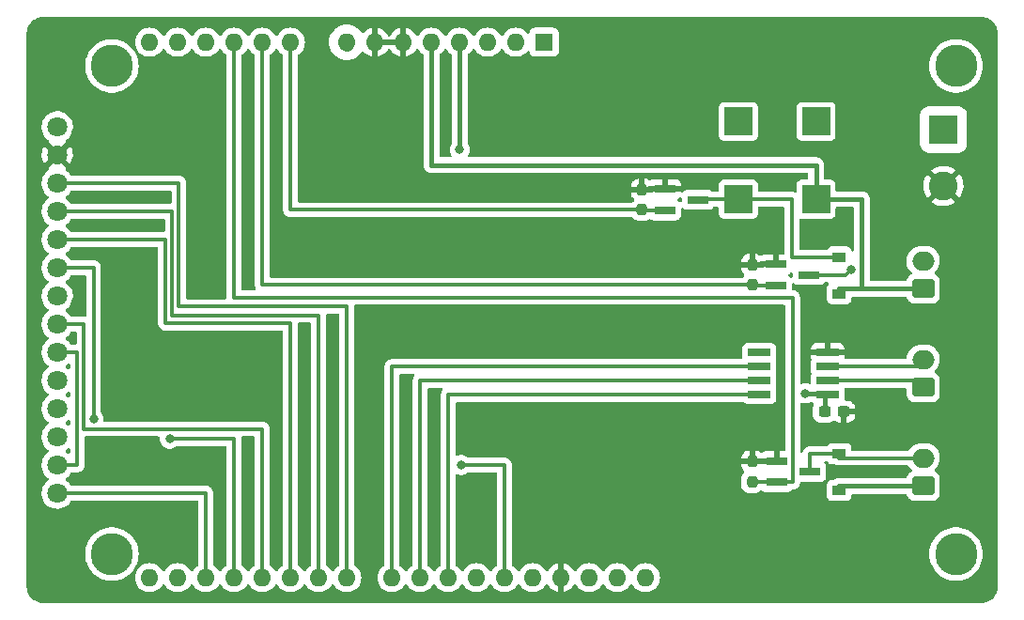
<source format=gbr>
G04 #@! TF.GenerationSoftware,KiCad,Pcbnew,(6.0.7)*
G04 #@! TF.CreationDate,2022-09-24T00:10:23+07:00*
G04 #@! TF.ProjectId,Reflow_Touch_shield_ESP32,5265666c-6f77-45f5-946f-7563685f7368,rev?*
G04 #@! TF.SameCoordinates,Original*
G04 #@! TF.FileFunction,Copper,L2,Bot*
G04 #@! TF.FilePolarity,Positive*
%FSLAX46Y46*%
G04 Gerber Fmt 4.6, Leading zero omitted, Abs format (unit mm)*
G04 Created by KiCad (PCBNEW (6.0.7)) date 2022-09-24 00:10:23*
%MOMM*%
%LPD*%
G01*
G04 APERTURE LIST*
G04 Aperture macros list*
%AMRoundRect*
0 Rectangle with rounded corners*
0 $1 Rounding radius*
0 $2 $3 $4 $5 $6 $7 $8 $9 X,Y pos of 4 corners*
0 Add a 4 corners polygon primitive as box body*
4,1,4,$2,$3,$4,$5,$6,$7,$8,$9,$2,$3,0*
0 Add four circle primitives for the rounded corners*
1,1,$1+$1,$2,$3*
1,1,$1+$1,$4,$5*
1,1,$1+$1,$6,$7*
1,1,$1+$1,$8,$9*
0 Add four rect primitives between the rounded corners*
20,1,$1+$1,$2,$3,$4,$5,0*
20,1,$1+$1,$4,$5,$6,$7,0*
20,1,$1+$1,$6,$7,$8,$9,0*
20,1,$1+$1,$8,$9,$2,$3,0*%
G04 Aperture macros list end*
G04 #@! TA.AperFunction,ComponentPad*
%ADD10RoundRect,0.250000X0.750000X-0.600000X0.750000X0.600000X-0.750000X0.600000X-0.750000X-0.600000X0*%
G04 #@! TD*
G04 #@! TA.AperFunction,ComponentPad*
%ADD11O,2.000000X1.700000*%
G04 #@! TD*
G04 #@! TA.AperFunction,ComponentPad*
%ADD12R,1.600000X1.600000*%
G04 #@! TD*
G04 #@! TA.AperFunction,ComponentPad*
%ADD13O,1.600000X1.600000*%
G04 #@! TD*
G04 #@! TA.AperFunction,SMDPad,CuDef*
%ADD14RoundRect,0.237500X0.237500X-0.250000X0.237500X0.250000X-0.237500X0.250000X-0.237500X-0.250000X0*%
G04 #@! TD*
G04 #@! TA.AperFunction,SMDPad,CuDef*
%ADD15R,1.900000X0.800000*%
G04 #@! TD*
G04 #@! TA.AperFunction,SMDPad,CuDef*
%ADD16R,1.200000X0.900000*%
G04 #@! TD*
G04 #@! TA.AperFunction,SMDPad,CuDef*
%ADD17R,2.500000X2.500000*%
G04 #@! TD*
G04 #@! TA.AperFunction,ComponentPad*
%ADD18R,2.600000X2.600000*%
G04 #@! TD*
G04 #@! TA.AperFunction,ComponentPad*
%ADD19C,2.600000*%
G04 #@! TD*
G04 #@! TA.AperFunction,SMDPad,CuDef*
%ADD20RoundRect,0.237500X-0.300000X-0.237500X0.300000X-0.237500X0.300000X0.237500X-0.300000X0.237500X0*%
G04 #@! TD*
G04 #@! TA.AperFunction,WasherPad*
%ADD21C,3.800000*%
G04 #@! TD*
G04 #@! TA.AperFunction,ComponentPad*
%ADD22C,1.800000*%
G04 #@! TD*
G04 #@! TA.AperFunction,SMDPad,CuDef*
%ADD23R,2.032000X0.660400*%
G04 #@! TD*
G04 #@! TA.AperFunction,ViaPad*
%ADD24C,0.800000*%
G04 #@! TD*
G04 #@! TA.AperFunction,Conductor*
%ADD25C,0.300000*%
G04 #@! TD*
G04 #@! TA.AperFunction,Conductor*
%ADD26C,0.400000*%
G04 #@! TD*
G04 #@! TA.AperFunction,Conductor*
%ADD27C,1.250000*%
G04 #@! TD*
G04 APERTURE END LIST*
D10*
X161036000Y-88860000D03*
D11*
X161036000Y-86360000D03*
X161036000Y-77470000D03*
D10*
X161036000Y-79970000D03*
D11*
X161036000Y-68580000D03*
D10*
X161036000Y-71080000D03*
D12*
X126873000Y-48870000D03*
D13*
X124333000Y-48870000D03*
X121793000Y-48870000D03*
X119253000Y-48870000D03*
X116713000Y-48870000D03*
X114173000Y-48870000D03*
X111633000Y-48870000D03*
X109093000Y-48870000D03*
X104013000Y-48870000D03*
X101473000Y-48870000D03*
X98933000Y-48870000D03*
X96393000Y-48870000D03*
X93853000Y-48870000D03*
X91313000Y-48870000D03*
X91313000Y-97130000D03*
X93853000Y-97130000D03*
X96393000Y-97130000D03*
X98933000Y-97130000D03*
X101473000Y-97130000D03*
X104013000Y-97130000D03*
X106553000Y-97130000D03*
X109093000Y-97130000D03*
X113153000Y-97130000D03*
X115693000Y-97130000D03*
X118233000Y-97130000D03*
X120773000Y-97130000D03*
X123313000Y-97130000D03*
X125853000Y-97130000D03*
X128393000Y-97130000D03*
X130933000Y-97130000D03*
X133473000Y-97130000D03*
X136013000Y-97130000D03*
D14*
X135686800Y-62155700D03*
X135686800Y-63980700D03*
X145618200Y-88491700D03*
X145618200Y-86666700D03*
X145618200Y-70762500D03*
X145618200Y-68937500D03*
D15*
X140742800Y-63068200D03*
X137742800Y-62118200D03*
X137742800Y-64018200D03*
X147826600Y-88529200D03*
X147826600Y-86629200D03*
X150826600Y-87579200D03*
X147750400Y-70800000D03*
X147750400Y-68900000D03*
X150750400Y-69850000D03*
D16*
X153466800Y-71525400D03*
X153466800Y-68225400D03*
X153466800Y-89254600D03*
X153466800Y-85954600D03*
D17*
X151378800Y-56012200D03*
X144378800Y-56012200D03*
X144378800Y-63012200D03*
X151378800Y-63012200D03*
D18*
X162865000Y-56743600D03*
D19*
X162865000Y-61823600D03*
D20*
X153872100Y-82169000D03*
X152147100Y-82169000D03*
D21*
X87920000Y-95000000D03*
X164000000Y-51000000D03*
X87920000Y-51000000D03*
X164000000Y-95000000D03*
D22*
X83000000Y-56490000D03*
X83000000Y-59030000D03*
X83000000Y-61570000D03*
X83000000Y-64110000D03*
X83000000Y-66650000D03*
X83000000Y-69190000D03*
X83000000Y-71730000D03*
X83000000Y-74270000D03*
X83000000Y-76810000D03*
X83000000Y-79350000D03*
X83000000Y-81890000D03*
X83000000Y-84430000D03*
X83000000Y-86970000D03*
X83000000Y-89510000D03*
D23*
X152425400Y-76835000D03*
X152425400Y-78105000D03*
X152425400Y-79375000D03*
X152425400Y-80645000D03*
X146278600Y-80645000D03*
X146278600Y-79375000D03*
X146278600Y-78105000D03*
X146278600Y-76835000D03*
D24*
X119274100Y-58568100D03*
X154508700Y-69401900D03*
X93134100Y-84590100D03*
X119418000Y-86970000D03*
X86265900Y-82860800D03*
X150418200Y-80517700D03*
X152425400Y-75728500D03*
X153872100Y-83432500D03*
X147826600Y-85405200D03*
X147750400Y-67706000D03*
X133096000Y-62230000D03*
D25*
X84811000Y-76810000D02*
X83000000Y-76810000D01*
X84811000Y-86970000D02*
X84811000Y-76810000D01*
X83000000Y-86970000D02*
X84811000Y-86970000D01*
X98933000Y-71882000D02*
X98933000Y-48870000D01*
X149277000Y-71882000D02*
X98933000Y-71882000D01*
X149277000Y-88529200D02*
X149277000Y-71882000D01*
X147826600Y-88529200D02*
X149277000Y-88529200D01*
X115693000Y-79379000D02*
X115697000Y-79375000D01*
X115693000Y-97130000D02*
X115693000Y-79379000D01*
X146278600Y-79375000D02*
X115697000Y-79375000D01*
X115697000Y-78105000D02*
X113157000Y-78105000D01*
X113157000Y-78105000D02*
X113153000Y-78109000D01*
X113153000Y-97130000D02*
X113153000Y-78109000D01*
X146278600Y-80645000D02*
X118237000Y-80645000D01*
X118237000Y-80645000D02*
X118233000Y-80649000D01*
X118233000Y-97130000D02*
X118233000Y-80649000D01*
X146278600Y-78105000D02*
X115697000Y-78105000D01*
D26*
X119253000Y-48870000D02*
X119253000Y-58547000D01*
X119253000Y-58547000D02*
X119274100Y-58568100D01*
D25*
X154060600Y-69850000D02*
X154508700Y-69401900D01*
X150750400Y-69850000D02*
X154060600Y-69850000D01*
X101473000Y-70762500D02*
X101473000Y-48870000D01*
X145618200Y-70762500D02*
X101473000Y-70762500D01*
X119418000Y-86970000D02*
X123292000Y-86970000D01*
X123292000Y-86970000D02*
X123313000Y-86991000D01*
X123313000Y-86991000D02*
X123313000Y-87537300D01*
X145618200Y-70800000D02*
X145618200Y-70762500D01*
X147750400Y-70800000D02*
X145618200Y-70800000D01*
X161036000Y-79375000D02*
X161036000Y-79970000D01*
X152425400Y-79375000D02*
X161036000Y-79375000D01*
X161036000Y-78105000D02*
X161036000Y-77470000D01*
X152425400Y-78105000D02*
X161036000Y-78105000D01*
X153466800Y-86360000D02*
X153466800Y-85954600D01*
X161036000Y-86360000D02*
X153466800Y-86360000D01*
X150826600Y-85954600D02*
X150826600Y-87579200D01*
X153466800Y-85954600D02*
X150826600Y-85954600D01*
X140742800Y-63012200D02*
X144378800Y-63012200D01*
X140742800Y-63068200D02*
X140742800Y-63012200D01*
X149200800Y-68225400D02*
X153466800Y-68225400D01*
X149200800Y-63012200D02*
X149200800Y-68225400D01*
X144378800Y-63012200D02*
X149200800Y-63012200D01*
X135686800Y-64018200D02*
X135686800Y-63980700D01*
X137742800Y-64018200D02*
X135686800Y-64018200D01*
X104013000Y-63980700D02*
X135686800Y-63980700D01*
X104013000Y-48870000D02*
X104013000Y-63980700D01*
X145618200Y-88529200D02*
X147826600Y-88529200D01*
X145618200Y-88491700D02*
X145618200Y-88529200D01*
D27*
X109093000Y-48870000D02*
X109093000Y-49052400D01*
D26*
X153466800Y-88860000D02*
X153466800Y-89254600D01*
X161036000Y-88860000D02*
X153466800Y-88860000D01*
X151378800Y-59954500D02*
X151378800Y-63012200D01*
X116713000Y-59954500D02*
X151378800Y-59954500D01*
X116713000Y-48870000D02*
X116713000Y-59954500D01*
X161036000Y-71080000D02*
X155511200Y-71080000D01*
X155511200Y-63012200D02*
X155511200Y-71080000D01*
X151378800Y-63012200D02*
X155511200Y-63012200D01*
X153466800Y-71080000D02*
X153466800Y-71525400D01*
X155511200Y-71080000D02*
X153466800Y-71080000D01*
D25*
X96393000Y-89510000D02*
X96393000Y-97130000D01*
X83000000Y-89510000D02*
X96393000Y-89510000D01*
X98933000Y-84590100D02*
X93134100Y-84590100D01*
X98933000Y-97130000D02*
X98933000Y-84590100D01*
X123313000Y-87537300D02*
X123313000Y-97130000D01*
X85411000Y-74270000D02*
X83000000Y-74270000D01*
X85411000Y-83718200D02*
X85411000Y-74270000D01*
X101473000Y-83718200D02*
X85411000Y-83718200D01*
X101473000Y-97130000D02*
X101473000Y-83718200D01*
X86265900Y-69190000D02*
X83000000Y-69190000D01*
X86265900Y-82860800D02*
X86265900Y-69190000D01*
X104013000Y-74200700D02*
X104013000Y-97130000D01*
X92761000Y-74200700D02*
X104013000Y-74200700D01*
X92761000Y-66650000D02*
X92761000Y-74200700D01*
X83000000Y-66650000D02*
X92761000Y-66650000D01*
X106553000Y-73476100D02*
X106553000Y-97130000D01*
X93361400Y-73476100D02*
X106553000Y-73476100D01*
X93361400Y-64110000D02*
X93361400Y-73476100D01*
X83000000Y-64110000D02*
X93361400Y-64110000D01*
X109093000Y-72699800D02*
X109093000Y-97130000D01*
X93961800Y-72699800D02*
X109093000Y-72699800D01*
X93961800Y-61570000D02*
X93961800Y-72699800D01*
X83000000Y-61570000D02*
X93961800Y-61570000D01*
D26*
X152147100Y-80645000D02*
X152147100Y-82169000D01*
X152425400Y-80645000D02*
X152147100Y-80645000D01*
X152425400Y-80517700D02*
X152425400Y-80645000D01*
X150418200Y-80517700D02*
X152425400Y-80517700D01*
X152425400Y-75728500D02*
X152425400Y-76835000D01*
X147826600Y-86666700D02*
X147826600Y-86629200D01*
X145618200Y-86666700D02*
X147826600Y-86666700D01*
X137742800Y-62155700D02*
X137742800Y-62118200D01*
G04 #@! TA.AperFunction,Conductor*
G36*
X166240018Y-46585600D02*
G01*
X166254851Y-46587910D01*
X166254855Y-46587910D01*
X166263724Y-46589291D01*
X166278981Y-46587296D01*
X166304302Y-46586553D01*
X166473285Y-46598639D01*
X166491064Y-46601196D01*
X166681392Y-46642599D01*
X166698641Y-46647663D01*
X166881150Y-46715736D01*
X166897502Y-46723204D01*
X167068458Y-46816552D01*
X167083582Y-46826272D01*
X167239514Y-46943002D01*
X167253100Y-46954775D01*
X167390825Y-47092500D01*
X167402598Y-47106086D01*
X167519328Y-47262018D01*
X167529048Y-47277142D01*
X167622396Y-47448098D01*
X167629864Y-47464450D01*
X167697937Y-47646959D01*
X167703001Y-47664207D01*
X167744404Y-47854536D01*
X167746961Y-47872315D01*
X167758523Y-48033969D01*
X167758540Y-48034201D01*
X167757793Y-48052165D01*
X167757692Y-48060445D01*
X167756309Y-48069324D01*
X167757474Y-48078230D01*
X167760436Y-48100883D01*
X167761500Y-48117221D01*
X167761500Y-97874233D01*
X167760000Y-97893618D01*
X167757690Y-97908451D01*
X167757690Y-97908455D01*
X167756309Y-97917324D01*
X167758136Y-97931293D01*
X167758304Y-97932576D01*
X167759047Y-97957902D01*
X167757596Y-97978197D01*
X167746962Y-98126879D01*
X167744404Y-98144664D01*
X167718365Y-98264366D01*
X167703001Y-98334992D01*
X167697937Y-98352241D01*
X167629864Y-98534750D01*
X167622396Y-98551102D01*
X167529048Y-98722058D01*
X167519328Y-98737182D01*
X167402598Y-98893114D01*
X167390825Y-98906700D01*
X167253100Y-99044425D01*
X167239514Y-99056198D01*
X167083582Y-99172928D01*
X167068458Y-99182648D01*
X166897502Y-99275996D01*
X166881150Y-99283464D01*
X166698641Y-99351537D01*
X166681393Y-99356601D01*
X166491064Y-99398004D01*
X166473285Y-99400561D01*
X166311395Y-99412140D01*
X166293435Y-99411393D01*
X166285155Y-99411292D01*
X166276276Y-99409909D01*
X166244714Y-99414036D01*
X166228379Y-99415100D01*
X81779367Y-99415100D01*
X81759982Y-99413600D01*
X81745149Y-99411290D01*
X81745145Y-99411290D01*
X81736276Y-99409909D01*
X81721019Y-99411904D01*
X81695698Y-99412647D01*
X81526715Y-99400561D01*
X81508936Y-99398004D01*
X81318607Y-99356601D01*
X81301359Y-99351537D01*
X81118850Y-99283464D01*
X81102498Y-99275996D01*
X80931542Y-99182648D01*
X80916418Y-99172928D01*
X80760486Y-99056198D01*
X80746900Y-99044425D01*
X80609175Y-98906700D01*
X80597402Y-98893114D01*
X80480672Y-98737182D01*
X80470952Y-98722058D01*
X80377604Y-98551102D01*
X80370136Y-98534750D01*
X80302063Y-98352241D01*
X80296999Y-98334992D01*
X80281635Y-98264366D01*
X80255596Y-98144664D01*
X80253038Y-98126878D01*
X80242382Y-97977875D01*
X80241719Y-97968611D01*
X80242805Y-97945845D01*
X80242334Y-97945803D01*
X80242770Y-97940945D01*
X80243576Y-97936152D01*
X80243729Y-97923600D01*
X80239773Y-97895976D01*
X80238500Y-97878114D01*
X80238500Y-95000000D01*
X85506738Y-95000000D01*
X85525767Y-95302462D01*
X85582555Y-95600154D01*
X85676206Y-95888381D01*
X85677893Y-95891967D01*
X85677895Y-95891971D01*
X85680972Y-95898510D01*
X85805242Y-96162598D01*
X85967630Y-96418480D01*
X85970149Y-96421525D01*
X85970152Y-96421529D01*
X86017066Y-96478238D01*
X86160808Y-96651992D01*
X86381729Y-96859450D01*
X86626910Y-97037584D01*
X86892483Y-97183585D01*
X86896152Y-97185038D01*
X86896157Y-97185040D01*
X87170591Y-97293696D01*
X87174261Y-97295149D01*
X87467800Y-97370516D01*
X87768470Y-97408500D01*
X88071530Y-97408500D01*
X88372200Y-97370516D01*
X88665739Y-97295149D01*
X88669409Y-97293696D01*
X88943843Y-97185040D01*
X88943848Y-97185038D01*
X88947517Y-97183585D01*
X89213090Y-97037584D01*
X89458271Y-96859450D01*
X89679192Y-96651992D01*
X89822934Y-96478238D01*
X89869848Y-96421529D01*
X89869851Y-96421525D01*
X89872370Y-96418480D01*
X90034758Y-96162598D01*
X90159028Y-95898510D01*
X90162105Y-95891971D01*
X90162107Y-95891967D01*
X90163794Y-95888381D01*
X90257445Y-95600154D01*
X90314233Y-95302462D01*
X90333262Y-95000000D01*
X90314233Y-94697538D01*
X90257445Y-94399846D01*
X90163794Y-94111619D01*
X90034758Y-93837402D01*
X89872370Y-93581520D01*
X89679192Y-93348008D01*
X89458271Y-93140550D01*
X89213090Y-92962416D01*
X88947517Y-92816415D01*
X88943848Y-92814962D01*
X88943843Y-92814960D01*
X88669409Y-92706304D01*
X88669408Y-92706304D01*
X88665739Y-92704851D01*
X88372200Y-92629484D01*
X88071530Y-92591500D01*
X87768470Y-92591500D01*
X87467800Y-92629484D01*
X87174261Y-92704851D01*
X87170592Y-92706304D01*
X87170591Y-92706304D01*
X86896157Y-92814960D01*
X86896152Y-92814962D01*
X86892483Y-92816415D01*
X86626910Y-92962416D01*
X86381729Y-93140550D01*
X86160808Y-93348008D01*
X85967630Y-93581520D01*
X85805242Y-93837402D01*
X85676206Y-94111619D01*
X85582555Y-94399846D01*
X85525767Y-94697538D01*
X85506738Y-95000000D01*
X80238500Y-95000000D01*
X80238500Y-89475469D01*
X81587095Y-89475469D01*
X81587392Y-89480622D01*
X81587392Y-89480625D01*
X81593612Y-89588502D01*
X81600427Y-89706697D01*
X81601564Y-89711743D01*
X81601565Y-89711749D01*
X81619240Y-89790176D01*
X81651346Y-89932642D01*
X81653288Y-89937424D01*
X81653289Y-89937428D01*
X81736540Y-90142450D01*
X81738484Y-90147237D01*
X81859501Y-90344719D01*
X82011147Y-90519784D01*
X82189349Y-90667730D01*
X82389322Y-90784584D01*
X82605694Y-90867209D01*
X82610760Y-90868240D01*
X82610761Y-90868240D01*
X82663846Y-90879040D01*
X82832656Y-90913385D01*
X82963324Y-90918176D01*
X83058949Y-90921683D01*
X83058953Y-90921683D01*
X83064113Y-90921872D01*
X83069233Y-90921216D01*
X83069235Y-90921216D01*
X83142270Y-90911860D01*
X83293847Y-90892442D01*
X83298795Y-90890957D01*
X83298802Y-90890956D01*
X83510747Y-90827369D01*
X83515690Y-90825886D01*
X83596236Y-90786427D01*
X83719049Y-90726262D01*
X83719052Y-90726260D01*
X83723684Y-90723991D01*
X83912243Y-90589494D01*
X84076303Y-90426005D01*
X84137876Y-90340318D01*
X84208443Y-90242113D01*
X84208444Y-90242112D01*
X84211458Y-90237917D01*
X84213748Y-90233284D01*
X84215957Y-90229607D01*
X84268186Y-90181517D01*
X84323961Y-90168500D01*
X95608500Y-90168500D01*
X95676621Y-90188502D01*
X95723114Y-90242158D01*
X95734500Y-90294500D01*
X95734500Y-95928112D01*
X95714498Y-95996233D01*
X95680772Y-96031324D01*
X95611315Y-96079958D01*
X95553211Y-96120643D01*
X95553208Y-96120645D01*
X95548700Y-96123802D01*
X95386802Y-96285700D01*
X95255477Y-96473251D01*
X95253154Y-96478233D01*
X95253151Y-96478238D01*
X95237195Y-96512457D01*
X95190278Y-96565742D01*
X95122001Y-96585203D01*
X95054041Y-96564661D01*
X95008805Y-96512457D01*
X94992849Y-96478238D01*
X94992846Y-96478233D01*
X94990523Y-96473251D01*
X94859198Y-96285700D01*
X94697300Y-96123802D01*
X94692792Y-96120645D01*
X94692789Y-96120643D01*
X94614611Y-96065902D01*
X94509749Y-95992477D01*
X94504767Y-95990154D01*
X94504762Y-95990151D01*
X94307225Y-95898039D01*
X94307224Y-95898039D01*
X94302243Y-95895716D01*
X94296935Y-95894294D01*
X94296933Y-95894293D01*
X94086402Y-95837881D01*
X94086400Y-95837881D01*
X94081087Y-95836457D01*
X93853000Y-95816502D01*
X93624913Y-95836457D01*
X93619600Y-95837881D01*
X93619598Y-95837881D01*
X93409067Y-95894293D01*
X93409065Y-95894294D01*
X93403757Y-95895716D01*
X93398776Y-95898039D01*
X93398775Y-95898039D01*
X93201238Y-95990151D01*
X93201233Y-95990154D01*
X93196251Y-95992477D01*
X93091389Y-96065902D01*
X93013211Y-96120643D01*
X93013208Y-96120645D01*
X93008700Y-96123802D01*
X92846802Y-96285700D01*
X92715477Y-96473251D01*
X92713154Y-96478233D01*
X92713151Y-96478238D01*
X92697195Y-96512457D01*
X92650278Y-96565742D01*
X92582001Y-96585203D01*
X92514041Y-96564661D01*
X92468805Y-96512457D01*
X92452849Y-96478238D01*
X92452846Y-96478233D01*
X92450523Y-96473251D01*
X92319198Y-96285700D01*
X92157300Y-96123802D01*
X92152792Y-96120645D01*
X92152789Y-96120643D01*
X92074611Y-96065902D01*
X91969749Y-95992477D01*
X91964767Y-95990154D01*
X91964762Y-95990151D01*
X91767225Y-95898039D01*
X91767224Y-95898039D01*
X91762243Y-95895716D01*
X91756935Y-95894294D01*
X91756933Y-95894293D01*
X91546402Y-95837881D01*
X91546400Y-95837881D01*
X91541087Y-95836457D01*
X91313000Y-95816502D01*
X91084913Y-95836457D01*
X91079600Y-95837881D01*
X91079598Y-95837881D01*
X90869067Y-95894293D01*
X90869065Y-95894294D01*
X90863757Y-95895716D01*
X90858776Y-95898039D01*
X90858775Y-95898039D01*
X90661238Y-95990151D01*
X90661233Y-95990154D01*
X90656251Y-95992477D01*
X90551389Y-96065902D01*
X90473211Y-96120643D01*
X90473208Y-96120645D01*
X90468700Y-96123802D01*
X90306802Y-96285700D01*
X90175477Y-96473251D01*
X90173154Y-96478233D01*
X90173151Y-96478238D01*
X90173034Y-96478489D01*
X90078716Y-96680757D01*
X90019457Y-96901913D01*
X89999502Y-97130000D01*
X90019457Y-97358087D01*
X90020881Y-97363400D01*
X90020881Y-97363402D01*
X90022921Y-97371013D01*
X90078716Y-97579243D01*
X90081039Y-97584224D01*
X90081039Y-97584225D01*
X90173151Y-97781762D01*
X90173154Y-97781767D01*
X90175477Y-97786749D01*
X90178634Y-97791257D01*
X90286878Y-97945845D01*
X90306802Y-97974300D01*
X90468700Y-98136198D01*
X90473208Y-98139355D01*
X90473211Y-98139357D01*
X90551389Y-98194098D01*
X90656251Y-98267523D01*
X90661233Y-98269846D01*
X90661238Y-98269849D01*
X90857765Y-98361490D01*
X90863757Y-98364284D01*
X90869065Y-98365706D01*
X90869067Y-98365707D01*
X91079598Y-98422119D01*
X91079600Y-98422119D01*
X91084913Y-98423543D01*
X91313000Y-98443498D01*
X91541087Y-98423543D01*
X91546400Y-98422119D01*
X91546402Y-98422119D01*
X91756933Y-98365707D01*
X91756935Y-98365706D01*
X91762243Y-98364284D01*
X91768235Y-98361490D01*
X91964762Y-98269849D01*
X91964767Y-98269846D01*
X91969749Y-98267523D01*
X92074611Y-98194098D01*
X92152789Y-98139357D01*
X92152792Y-98139355D01*
X92157300Y-98136198D01*
X92319198Y-97974300D01*
X92339123Y-97945845D01*
X92447366Y-97791257D01*
X92450523Y-97786749D01*
X92452846Y-97781767D01*
X92452849Y-97781762D01*
X92468805Y-97747543D01*
X92515722Y-97694258D01*
X92583999Y-97674797D01*
X92651959Y-97695339D01*
X92697195Y-97747543D01*
X92713151Y-97781762D01*
X92713154Y-97781767D01*
X92715477Y-97786749D01*
X92718634Y-97791257D01*
X92826878Y-97945845D01*
X92846802Y-97974300D01*
X93008700Y-98136198D01*
X93013208Y-98139355D01*
X93013211Y-98139357D01*
X93091389Y-98194098D01*
X93196251Y-98267523D01*
X93201233Y-98269846D01*
X93201238Y-98269849D01*
X93397765Y-98361490D01*
X93403757Y-98364284D01*
X93409065Y-98365706D01*
X93409067Y-98365707D01*
X93619598Y-98422119D01*
X93619600Y-98422119D01*
X93624913Y-98423543D01*
X93853000Y-98443498D01*
X94081087Y-98423543D01*
X94086400Y-98422119D01*
X94086402Y-98422119D01*
X94296933Y-98365707D01*
X94296935Y-98365706D01*
X94302243Y-98364284D01*
X94308235Y-98361490D01*
X94504762Y-98269849D01*
X94504767Y-98269846D01*
X94509749Y-98267523D01*
X94614611Y-98194098D01*
X94692789Y-98139357D01*
X94692792Y-98139355D01*
X94697300Y-98136198D01*
X94859198Y-97974300D01*
X94879123Y-97945845D01*
X94987366Y-97791257D01*
X94990523Y-97786749D01*
X94992846Y-97781767D01*
X94992849Y-97781762D01*
X95008805Y-97747543D01*
X95055722Y-97694258D01*
X95123999Y-97674797D01*
X95191959Y-97695339D01*
X95237195Y-97747543D01*
X95253151Y-97781762D01*
X95253154Y-97781767D01*
X95255477Y-97786749D01*
X95258634Y-97791257D01*
X95366878Y-97945845D01*
X95386802Y-97974300D01*
X95548700Y-98136198D01*
X95553208Y-98139355D01*
X95553211Y-98139357D01*
X95631389Y-98194098D01*
X95736251Y-98267523D01*
X95741233Y-98269846D01*
X95741238Y-98269849D01*
X95937765Y-98361490D01*
X95943757Y-98364284D01*
X95949065Y-98365706D01*
X95949067Y-98365707D01*
X96159598Y-98422119D01*
X96159600Y-98422119D01*
X96164913Y-98423543D01*
X96393000Y-98443498D01*
X96621087Y-98423543D01*
X96626400Y-98422119D01*
X96626402Y-98422119D01*
X96836933Y-98365707D01*
X96836935Y-98365706D01*
X96842243Y-98364284D01*
X96848235Y-98361490D01*
X97044762Y-98269849D01*
X97044767Y-98269846D01*
X97049749Y-98267523D01*
X97154611Y-98194098D01*
X97232789Y-98139357D01*
X97232792Y-98139355D01*
X97237300Y-98136198D01*
X97399198Y-97974300D01*
X97419123Y-97945845D01*
X97527366Y-97791257D01*
X97530523Y-97786749D01*
X97532846Y-97781767D01*
X97532849Y-97781762D01*
X97548805Y-97747543D01*
X97595722Y-97694258D01*
X97663999Y-97674797D01*
X97731959Y-97695339D01*
X97777195Y-97747543D01*
X97793151Y-97781762D01*
X97793154Y-97781767D01*
X97795477Y-97786749D01*
X97798634Y-97791257D01*
X97906878Y-97945845D01*
X97926802Y-97974300D01*
X98088700Y-98136198D01*
X98093208Y-98139355D01*
X98093211Y-98139357D01*
X98171389Y-98194098D01*
X98276251Y-98267523D01*
X98281233Y-98269846D01*
X98281238Y-98269849D01*
X98477765Y-98361490D01*
X98483757Y-98364284D01*
X98489065Y-98365706D01*
X98489067Y-98365707D01*
X98699598Y-98422119D01*
X98699600Y-98422119D01*
X98704913Y-98423543D01*
X98933000Y-98443498D01*
X99161087Y-98423543D01*
X99166400Y-98422119D01*
X99166402Y-98422119D01*
X99376933Y-98365707D01*
X99376935Y-98365706D01*
X99382243Y-98364284D01*
X99388235Y-98361490D01*
X99584762Y-98269849D01*
X99584767Y-98269846D01*
X99589749Y-98267523D01*
X99694611Y-98194098D01*
X99772789Y-98139357D01*
X99772792Y-98139355D01*
X99777300Y-98136198D01*
X99939198Y-97974300D01*
X99959123Y-97945845D01*
X100067366Y-97791257D01*
X100070523Y-97786749D01*
X100072846Y-97781767D01*
X100072849Y-97781762D01*
X100088805Y-97747543D01*
X100135722Y-97694258D01*
X100203999Y-97674797D01*
X100271959Y-97695339D01*
X100317195Y-97747543D01*
X100333151Y-97781762D01*
X100333154Y-97781767D01*
X100335477Y-97786749D01*
X100338634Y-97791257D01*
X100446878Y-97945845D01*
X100466802Y-97974300D01*
X100628700Y-98136198D01*
X100633208Y-98139355D01*
X100633211Y-98139357D01*
X100711389Y-98194098D01*
X100816251Y-98267523D01*
X100821233Y-98269846D01*
X100821238Y-98269849D01*
X101017765Y-98361490D01*
X101023757Y-98364284D01*
X101029065Y-98365706D01*
X101029067Y-98365707D01*
X101239598Y-98422119D01*
X101239600Y-98422119D01*
X101244913Y-98423543D01*
X101473000Y-98443498D01*
X101701087Y-98423543D01*
X101706400Y-98422119D01*
X101706402Y-98422119D01*
X101916933Y-98365707D01*
X101916935Y-98365706D01*
X101922243Y-98364284D01*
X101928235Y-98361490D01*
X102124762Y-98269849D01*
X102124767Y-98269846D01*
X102129749Y-98267523D01*
X102234611Y-98194098D01*
X102312789Y-98139357D01*
X102312792Y-98139355D01*
X102317300Y-98136198D01*
X102479198Y-97974300D01*
X102499123Y-97945845D01*
X102607366Y-97791257D01*
X102610523Y-97786749D01*
X102612846Y-97781767D01*
X102612849Y-97781762D01*
X102628805Y-97747543D01*
X102675722Y-97694258D01*
X102743999Y-97674797D01*
X102811959Y-97695339D01*
X102857195Y-97747543D01*
X102873151Y-97781762D01*
X102873154Y-97781767D01*
X102875477Y-97786749D01*
X102878634Y-97791257D01*
X102986878Y-97945845D01*
X103006802Y-97974300D01*
X103168700Y-98136198D01*
X103173208Y-98139355D01*
X103173211Y-98139357D01*
X103251389Y-98194098D01*
X103356251Y-98267523D01*
X103361233Y-98269846D01*
X103361238Y-98269849D01*
X103557765Y-98361490D01*
X103563757Y-98364284D01*
X103569065Y-98365706D01*
X103569067Y-98365707D01*
X103779598Y-98422119D01*
X103779600Y-98422119D01*
X103784913Y-98423543D01*
X104013000Y-98443498D01*
X104241087Y-98423543D01*
X104246400Y-98422119D01*
X104246402Y-98422119D01*
X104456933Y-98365707D01*
X104456935Y-98365706D01*
X104462243Y-98364284D01*
X104468235Y-98361490D01*
X104664762Y-98269849D01*
X104664767Y-98269846D01*
X104669749Y-98267523D01*
X104774611Y-98194098D01*
X104852789Y-98139357D01*
X104852792Y-98139355D01*
X104857300Y-98136198D01*
X105019198Y-97974300D01*
X105039123Y-97945845D01*
X105147366Y-97791257D01*
X105150523Y-97786749D01*
X105152846Y-97781767D01*
X105152849Y-97781762D01*
X105168805Y-97747543D01*
X105215722Y-97694258D01*
X105283999Y-97674797D01*
X105351959Y-97695339D01*
X105397195Y-97747543D01*
X105413151Y-97781762D01*
X105413154Y-97781767D01*
X105415477Y-97786749D01*
X105418634Y-97791257D01*
X105526878Y-97945845D01*
X105546802Y-97974300D01*
X105708700Y-98136198D01*
X105713208Y-98139355D01*
X105713211Y-98139357D01*
X105791389Y-98194098D01*
X105896251Y-98267523D01*
X105901233Y-98269846D01*
X105901238Y-98269849D01*
X106097765Y-98361490D01*
X106103757Y-98364284D01*
X106109065Y-98365706D01*
X106109067Y-98365707D01*
X106319598Y-98422119D01*
X106319600Y-98422119D01*
X106324913Y-98423543D01*
X106553000Y-98443498D01*
X106781087Y-98423543D01*
X106786400Y-98422119D01*
X106786402Y-98422119D01*
X106996933Y-98365707D01*
X106996935Y-98365706D01*
X107002243Y-98364284D01*
X107008235Y-98361490D01*
X107204762Y-98269849D01*
X107204767Y-98269846D01*
X107209749Y-98267523D01*
X107314611Y-98194098D01*
X107392789Y-98139357D01*
X107392792Y-98139355D01*
X107397300Y-98136198D01*
X107559198Y-97974300D01*
X107579123Y-97945845D01*
X107687366Y-97791257D01*
X107690523Y-97786749D01*
X107692846Y-97781767D01*
X107692849Y-97781762D01*
X107708805Y-97747543D01*
X107755722Y-97694258D01*
X107823999Y-97674797D01*
X107891959Y-97695339D01*
X107937195Y-97747543D01*
X107953151Y-97781762D01*
X107953154Y-97781767D01*
X107955477Y-97786749D01*
X107958634Y-97791257D01*
X108066878Y-97945845D01*
X108086802Y-97974300D01*
X108248700Y-98136198D01*
X108253208Y-98139355D01*
X108253211Y-98139357D01*
X108331389Y-98194098D01*
X108436251Y-98267523D01*
X108441233Y-98269846D01*
X108441238Y-98269849D01*
X108637765Y-98361490D01*
X108643757Y-98364284D01*
X108649065Y-98365706D01*
X108649067Y-98365707D01*
X108859598Y-98422119D01*
X108859600Y-98422119D01*
X108864913Y-98423543D01*
X109093000Y-98443498D01*
X109321087Y-98423543D01*
X109326400Y-98422119D01*
X109326402Y-98422119D01*
X109536933Y-98365707D01*
X109536935Y-98365706D01*
X109542243Y-98364284D01*
X109548235Y-98361490D01*
X109744762Y-98269849D01*
X109744767Y-98269846D01*
X109749749Y-98267523D01*
X109854611Y-98194098D01*
X109932789Y-98139357D01*
X109932792Y-98139355D01*
X109937300Y-98136198D01*
X110099198Y-97974300D01*
X110119123Y-97945845D01*
X110227366Y-97791257D01*
X110230523Y-97786749D01*
X110232846Y-97781767D01*
X110232849Y-97781762D01*
X110324961Y-97584225D01*
X110324961Y-97584224D01*
X110327284Y-97579243D01*
X110383080Y-97371013D01*
X110385119Y-97363402D01*
X110385119Y-97363400D01*
X110386543Y-97358087D01*
X110406498Y-97130000D01*
X111839502Y-97130000D01*
X111859457Y-97358087D01*
X111860881Y-97363400D01*
X111860881Y-97363402D01*
X111862921Y-97371013D01*
X111918716Y-97579243D01*
X111921039Y-97584224D01*
X111921039Y-97584225D01*
X112013151Y-97781762D01*
X112013154Y-97781767D01*
X112015477Y-97786749D01*
X112018634Y-97791257D01*
X112126878Y-97945845D01*
X112146802Y-97974300D01*
X112308700Y-98136198D01*
X112313208Y-98139355D01*
X112313211Y-98139357D01*
X112391389Y-98194098D01*
X112496251Y-98267523D01*
X112501233Y-98269846D01*
X112501238Y-98269849D01*
X112697765Y-98361490D01*
X112703757Y-98364284D01*
X112709065Y-98365706D01*
X112709067Y-98365707D01*
X112919598Y-98422119D01*
X112919600Y-98422119D01*
X112924913Y-98423543D01*
X113153000Y-98443498D01*
X113381087Y-98423543D01*
X113386400Y-98422119D01*
X113386402Y-98422119D01*
X113596933Y-98365707D01*
X113596935Y-98365706D01*
X113602243Y-98364284D01*
X113608235Y-98361490D01*
X113804762Y-98269849D01*
X113804767Y-98269846D01*
X113809749Y-98267523D01*
X113914611Y-98194098D01*
X113992789Y-98139357D01*
X113992792Y-98139355D01*
X113997300Y-98136198D01*
X114159198Y-97974300D01*
X114179123Y-97945845D01*
X114287366Y-97791257D01*
X114290523Y-97786749D01*
X114292846Y-97781767D01*
X114292849Y-97781762D01*
X114308805Y-97747543D01*
X114355722Y-97694258D01*
X114423999Y-97674797D01*
X114491959Y-97695339D01*
X114537195Y-97747543D01*
X114553151Y-97781762D01*
X114553154Y-97781767D01*
X114555477Y-97786749D01*
X114558634Y-97791257D01*
X114666878Y-97945845D01*
X114686802Y-97974300D01*
X114848700Y-98136198D01*
X114853208Y-98139355D01*
X114853211Y-98139357D01*
X114931389Y-98194098D01*
X115036251Y-98267523D01*
X115041233Y-98269846D01*
X115041238Y-98269849D01*
X115237765Y-98361490D01*
X115243757Y-98364284D01*
X115249065Y-98365706D01*
X115249067Y-98365707D01*
X115459598Y-98422119D01*
X115459600Y-98422119D01*
X115464913Y-98423543D01*
X115693000Y-98443498D01*
X115921087Y-98423543D01*
X115926400Y-98422119D01*
X115926402Y-98422119D01*
X116136933Y-98365707D01*
X116136935Y-98365706D01*
X116142243Y-98364284D01*
X116148235Y-98361490D01*
X116344762Y-98269849D01*
X116344767Y-98269846D01*
X116349749Y-98267523D01*
X116454611Y-98194098D01*
X116532789Y-98139357D01*
X116532792Y-98139355D01*
X116537300Y-98136198D01*
X116699198Y-97974300D01*
X116719123Y-97945845D01*
X116827366Y-97791257D01*
X116830523Y-97786749D01*
X116832846Y-97781767D01*
X116832849Y-97781762D01*
X116848805Y-97747543D01*
X116895722Y-97694258D01*
X116963999Y-97674797D01*
X117031959Y-97695339D01*
X117077195Y-97747543D01*
X117093151Y-97781762D01*
X117093154Y-97781767D01*
X117095477Y-97786749D01*
X117098634Y-97791257D01*
X117206878Y-97945845D01*
X117226802Y-97974300D01*
X117388700Y-98136198D01*
X117393208Y-98139355D01*
X117393211Y-98139357D01*
X117471389Y-98194098D01*
X117576251Y-98267523D01*
X117581233Y-98269846D01*
X117581238Y-98269849D01*
X117777765Y-98361490D01*
X117783757Y-98364284D01*
X117789065Y-98365706D01*
X117789067Y-98365707D01*
X117999598Y-98422119D01*
X117999600Y-98422119D01*
X118004913Y-98423543D01*
X118233000Y-98443498D01*
X118461087Y-98423543D01*
X118466400Y-98422119D01*
X118466402Y-98422119D01*
X118676933Y-98365707D01*
X118676935Y-98365706D01*
X118682243Y-98364284D01*
X118688235Y-98361490D01*
X118884762Y-98269849D01*
X118884767Y-98269846D01*
X118889749Y-98267523D01*
X118994611Y-98194098D01*
X119072789Y-98139357D01*
X119072792Y-98139355D01*
X119077300Y-98136198D01*
X119239198Y-97974300D01*
X119259123Y-97945845D01*
X119367366Y-97791257D01*
X119370523Y-97786749D01*
X119372846Y-97781767D01*
X119372849Y-97781762D01*
X119388805Y-97747543D01*
X119435722Y-97694258D01*
X119503999Y-97674797D01*
X119571959Y-97695339D01*
X119617195Y-97747543D01*
X119633151Y-97781762D01*
X119633154Y-97781767D01*
X119635477Y-97786749D01*
X119638634Y-97791257D01*
X119746878Y-97945845D01*
X119766802Y-97974300D01*
X119928700Y-98136198D01*
X119933208Y-98139355D01*
X119933211Y-98139357D01*
X120011389Y-98194098D01*
X120116251Y-98267523D01*
X120121233Y-98269846D01*
X120121238Y-98269849D01*
X120317765Y-98361490D01*
X120323757Y-98364284D01*
X120329065Y-98365706D01*
X120329067Y-98365707D01*
X120539598Y-98422119D01*
X120539600Y-98422119D01*
X120544913Y-98423543D01*
X120773000Y-98443498D01*
X121001087Y-98423543D01*
X121006400Y-98422119D01*
X121006402Y-98422119D01*
X121216933Y-98365707D01*
X121216935Y-98365706D01*
X121222243Y-98364284D01*
X121228235Y-98361490D01*
X121424762Y-98269849D01*
X121424767Y-98269846D01*
X121429749Y-98267523D01*
X121534611Y-98194098D01*
X121612789Y-98139357D01*
X121612792Y-98139355D01*
X121617300Y-98136198D01*
X121779198Y-97974300D01*
X121799123Y-97945845D01*
X121907366Y-97791257D01*
X121910523Y-97786749D01*
X121912846Y-97781767D01*
X121912849Y-97781762D01*
X121928805Y-97747543D01*
X121975722Y-97694258D01*
X122043999Y-97674797D01*
X122111959Y-97695339D01*
X122157195Y-97747543D01*
X122173151Y-97781762D01*
X122173154Y-97781767D01*
X122175477Y-97786749D01*
X122178634Y-97791257D01*
X122286878Y-97945845D01*
X122306802Y-97974300D01*
X122468700Y-98136198D01*
X122473208Y-98139355D01*
X122473211Y-98139357D01*
X122551389Y-98194098D01*
X122656251Y-98267523D01*
X122661233Y-98269846D01*
X122661238Y-98269849D01*
X122857765Y-98361490D01*
X122863757Y-98364284D01*
X122869065Y-98365706D01*
X122869067Y-98365707D01*
X123079598Y-98422119D01*
X123079600Y-98422119D01*
X123084913Y-98423543D01*
X123313000Y-98443498D01*
X123541087Y-98423543D01*
X123546400Y-98422119D01*
X123546402Y-98422119D01*
X123756933Y-98365707D01*
X123756935Y-98365706D01*
X123762243Y-98364284D01*
X123768235Y-98361490D01*
X123964762Y-98269849D01*
X123964767Y-98269846D01*
X123969749Y-98267523D01*
X124074611Y-98194098D01*
X124152789Y-98139357D01*
X124152792Y-98139355D01*
X124157300Y-98136198D01*
X124319198Y-97974300D01*
X124339123Y-97945845D01*
X124447366Y-97791257D01*
X124450523Y-97786749D01*
X124452846Y-97781767D01*
X124452849Y-97781762D01*
X124468805Y-97747543D01*
X124515722Y-97694258D01*
X124583999Y-97674797D01*
X124651959Y-97695339D01*
X124697195Y-97747543D01*
X124713151Y-97781762D01*
X124713154Y-97781767D01*
X124715477Y-97786749D01*
X124718634Y-97791257D01*
X124826878Y-97945845D01*
X124846802Y-97974300D01*
X125008700Y-98136198D01*
X125013208Y-98139355D01*
X125013211Y-98139357D01*
X125091389Y-98194098D01*
X125196251Y-98267523D01*
X125201233Y-98269846D01*
X125201238Y-98269849D01*
X125397765Y-98361490D01*
X125403757Y-98364284D01*
X125409065Y-98365706D01*
X125409067Y-98365707D01*
X125619598Y-98422119D01*
X125619600Y-98422119D01*
X125624913Y-98423543D01*
X125853000Y-98443498D01*
X126081087Y-98423543D01*
X126086400Y-98422119D01*
X126086402Y-98422119D01*
X126296933Y-98365707D01*
X126296935Y-98365706D01*
X126302243Y-98364284D01*
X126308235Y-98361490D01*
X126504762Y-98269849D01*
X126504767Y-98269846D01*
X126509749Y-98267523D01*
X126614611Y-98194098D01*
X126692789Y-98139357D01*
X126692792Y-98139355D01*
X126697300Y-98136198D01*
X126859198Y-97974300D01*
X126879123Y-97945845D01*
X126987366Y-97791257D01*
X126990523Y-97786749D01*
X126992846Y-97781767D01*
X126992849Y-97781762D01*
X127009081Y-97746951D01*
X127055998Y-97693666D01*
X127124275Y-97674205D01*
X127192235Y-97694747D01*
X127237471Y-97746951D01*
X127253586Y-97781511D01*
X127259069Y-97791007D01*
X127384028Y-97969467D01*
X127391084Y-97977875D01*
X127545125Y-98131916D01*
X127553533Y-98138972D01*
X127731993Y-98263931D01*
X127741489Y-98269414D01*
X127938947Y-98361490D01*
X127949239Y-98365236D01*
X128121503Y-98411394D01*
X128135599Y-98411058D01*
X128139000Y-98403116D01*
X128139000Y-98397967D01*
X128647000Y-98397967D01*
X128650973Y-98411498D01*
X128659522Y-98412727D01*
X128836761Y-98365236D01*
X128847053Y-98361490D01*
X129044511Y-98269414D01*
X129054007Y-98263931D01*
X129232467Y-98138972D01*
X129240875Y-98131916D01*
X129394916Y-97977875D01*
X129401972Y-97969467D01*
X129526931Y-97791007D01*
X129532414Y-97781511D01*
X129548529Y-97746951D01*
X129595446Y-97693666D01*
X129663723Y-97674205D01*
X129731683Y-97694747D01*
X129776919Y-97746951D01*
X129793151Y-97781762D01*
X129793154Y-97781767D01*
X129795477Y-97786749D01*
X129798634Y-97791257D01*
X129906878Y-97945845D01*
X129926802Y-97974300D01*
X130088700Y-98136198D01*
X130093208Y-98139355D01*
X130093211Y-98139357D01*
X130171389Y-98194098D01*
X130276251Y-98267523D01*
X130281233Y-98269846D01*
X130281238Y-98269849D01*
X130477765Y-98361490D01*
X130483757Y-98364284D01*
X130489065Y-98365706D01*
X130489067Y-98365707D01*
X130699598Y-98422119D01*
X130699600Y-98422119D01*
X130704913Y-98423543D01*
X130933000Y-98443498D01*
X131161087Y-98423543D01*
X131166400Y-98422119D01*
X131166402Y-98422119D01*
X131376933Y-98365707D01*
X131376935Y-98365706D01*
X131382243Y-98364284D01*
X131388235Y-98361490D01*
X131584762Y-98269849D01*
X131584767Y-98269846D01*
X131589749Y-98267523D01*
X131694611Y-98194098D01*
X131772789Y-98139357D01*
X131772792Y-98139355D01*
X131777300Y-98136198D01*
X131939198Y-97974300D01*
X131959123Y-97945845D01*
X132067366Y-97791257D01*
X132070523Y-97786749D01*
X132072846Y-97781767D01*
X132072849Y-97781762D01*
X132088805Y-97747543D01*
X132135722Y-97694258D01*
X132203999Y-97674797D01*
X132271959Y-97695339D01*
X132317195Y-97747543D01*
X132333151Y-97781762D01*
X132333154Y-97781767D01*
X132335477Y-97786749D01*
X132338634Y-97791257D01*
X132446878Y-97945845D01*
X132466802Y-97974300D01*
X132628700Y-98136198D01*
X132633208Y-98139355D01*
X132633211Y-98139357D01*
X132711389Y-98194098D01*
X132816251Y-98267523D01*
X132821233Y-98269846D01*
X132821238Y-98269849D01*
X133017765Y-98361490D01*
X133023757Y-98364284D01*
X133029065Y-98365706D01*
X133029067Y-98365707D01*
X133239598Y-98422119D01*
X133239600Y-98422119D01*
X133244913Y-98423543D01*
X133473000Y-98443498D01*
X133701087Y-98423543D01*
X133706400Y-98422119D01*
X133706402Y-98422119D01*
X133916933Y-98365707D01*
X133916935Y-98365706D01*
X133922243Y-98364284D01*
X133928235Y-98361490D01*
X134124762Y-98269849D01*
X134124767Y-98269846D01*
X134129749Y-98267523D01*
X134234611Y-98194098D01*
X134312789Y-98139357D01*
X134312792Y-98139355D01*
X134317300Y-98136198D01*
X134479198Y-97974300D01*
X134499123Y-97945845D01*
X134607366Y-97791257D01*
X134610523Y-97786749D01*
X134612846Y-97781767D01*
X134612849Y-97781762D01*
X134628805Y-97747543D01*
X134675722Y-97694258D01*
X134743999Y-97674797D01*
X134811959Y-97695339D01*
X134857195Y-97747543D01*
X134873151Y-97781762D01*
X134873154Y-97781767D01*
X134875477Y-97786749D01*
X134878634Y-97791257D01*
X134986878Y-97945845D01*
X135006802Y-97974300D01*
X135168700Y-98136198D01*
X135173208Y-98139355D01*
X135173211Y-98139357D01*
X135251389Y-98194098D01*
X135356251Y-98267523D01*
X135361233Y-98269846D01*
X135361238Y-98269849D01*
X135557765Y-98361490D01*
X135563757Y-98364284D01*
X135569065Y-98365706D01*
X135569067Y-98365707D01*
X135779598Y-98422119D01*
X135779600Y-98422119D01*
X135784913Y-98423543D01*
X136013000Y-98443498D01*
X136241087Y-98423543D01*
X136246400Y-98422119D01*
X136246402Y-98422119D01*
X136456933Y-98365707D01*
X136456935Y-98365706D01*
X136462243Y-98364284D01*
X136468235Y-98361490D01*
X136664762Y-98269849D01*
X136664767Y-98269846D01*
X136669749Y-98267523D01*
X136774611Y-98194098D01*
X136852789Y-98139357D01*
X136852792Y-98139355D01*
X136857300Y-98136198D01*
X137019198Y-97974300D01*
X137039123Y-97945845D01*
X137147366Y-97791257D01*
X137150523Y-97786749D01*
X137152846Y-97781767D01*
X137152849Y-97781762D01*
X137244961Y-97584225D01*
X137244961Y-97584224D01*
X137247284Y-97579243D01*
X137303080Y-97371013D01*
X137305119Y-97363402D01*
X137305119Y-97363400D01*
X137306543Y-97358087D01*
X137326498Y-97130000D01*
X137306543Y-96901913D01*
X137247284Y-96680757D01*
X137152966Y-96478489D01*
X137152849Y-96478238D01*
X137152846Y-96478233D01*
X137150523Y-96473251D01*
X137019198Y-96285700D01*
X136857300Y-96123802D01*
X136852792Y-96120645D01*
X136852789Y-96120643D01*
X136774611Y-96065902D01*
X136669749Y-95992477D01*
X136664767Y-95990154D01*
X136664762Y-95990151D01*
X136467225Y-95898039D01*
X136467224Y-95898039D01*
X136462243Y-95895716D01*
X136456935Y-95894294D01*
X136456933Y-95894293D01*
X136246402Y-95837881D01*
X136246400Y-95837881D01*
X136241087Y-95836457D01*
X136013000Y-95816502D01*
X135784913Y-95836457D01*
X135779600Y-95837881D01*
X135779598Y-95837881D01*
X135569067Y-95894293D01*
X135569065Y-95894294D01*
X135563757Y-95895716D01*
X135558776Y-95898039D01*
X135558775Y-95898039D01*
X135361238Y-95990151D01*
X135361233Y-95990154D01*
X135356251Y-95992477D01*
X135251389Y-96065902D01*
X135173211Y-96120643D01*
X135173208Y-96120645D01*
X135168700Y-96123802D01*
X135006802Y-96285700D01*
X134875477Y-96473251D01*
X134873154Y-96478233D01*
X134873151Y-96478238D01*
X134857195Y-96512457D01*
X134810278Y-96565742D01*
X134742001Y-96585203D01*
X134674041Y-96564661D01*
X134628805Y-96512457D01*
X134612849Y-96478238D01*
X134612846Y-96478233D01*
X134610523Y-96473251D01*
X134479198Y-96285700D01*
X134317300Y-96123802D01*
X134312792Y-96120645D01*
X134312789Y-96120643D01*
X134234611Y-96065902D01*
X134129749Y-95992477D01*
X134124767Y-95990154D01*
X134124762Y-95990151D01*
X133927225Y-95898039D01*
X133927224Y-95898039D01*
X133922243Y-95895716D01*
X133916935Y-95894294D01*
X133916933Y-95894293D01*
X133706402Y-95837881D01*
X133706400Y-95837881D01*
X133701087Y-95836457D01*
X133473000Y-95816502D01*
X133244913Y-95836457D01*
X133239600Y-95837881D01*
X133239598Y-95837881D01*
X133029067Y-95894293D01*
X133029065Y-95894294D01*
X133023757Y-95895716D01*
X133018776Y-95898039D01*
X133018775Y-95898039D01*
X132821238Y-95990151D01*
X132821233Y-95990154D01*
X132816251Y-95992477D01*
X132711389Y-96065902D01*
X132633211Y-96120643D01*
X132633208Y-96120645D01*
X132628700Y-96123802D01*
X132466802Y-96285700D01*
X132335477Y-96473251D01*
X132333154Y-96478233D01*
X132333151Y-96478238D01*
X132317195Y-96512457D01*
X132270278Y-96565742D01*
X132202001Y-96585203D01*
X132134041Y-96564661D01*
X132088805Y-96512457D01*
X132072849Y-96478238D01*
X132072846Y-96478233D01*
X132070523Y-96473251D01*
X131939198Y-96285700D01*
X131777300Y-96123802D01*
X131772792Y-96120645D01*
X131772789Y-96120643D01*
X131694611Y-96065902D01*
X131589749Y-95992477D01*
X131584767Y-95990154D01*
X131584762Y-95990151D01*
X131387225Y-95898039D01*
X131387224Y-95898039D01*
X131382243Y-95895716D01*
X131376935Y-95894294D01*
X131376933Y-95894293D01*
X131166402Y-95837881D01*
X131166400Y-95837881D01*
X131161087Y-95836457D01*
X130933000Y-95816502D01*
X130704913Y-95836457D01*
X130699600Y-95837881D01*
X130699598Y-95837881D01*
X130489067Y-95894293D01*
X130489065Y-95894294D01*
X130483757Y-95895716D01*
X130478776Y-95898039D01*
X130478775Y-95898039D01*
X130281238Y-95990151D01*
X130281233Y-95990154D01*
X130276251Y-95992477D01*
X130171389Y-96065902D01*
X130093211Y-96120643D01*
X130093208Y-96120645D01*
X130088700Y-96123802D01*
X129926802Y-96285700D01*
X129795477Y-96473251D01*
X129793154Y-96478233D01*
X129793151Y-96478238D01*
X129776919Y-96513049D01*
X129730002Y-96566334D01*
X129661725Y-96585795D01*
X129593765Y-96565253D01*
X129548529Y-96513049D01*
X129532414Y-96478489D01*
X129526931Y-96468993D01*
X129401972Y-96290533D01*
X129394916Y-96282125D01*
X129240875Y-96128084D01*
X129232467Y-96121028D01*
X129054007Y-95996069D01*
X129044511Y-95990586D01*
X128847053Y-95898510D01*
X128836761Y-95894764D01*
X128664497Y-95848606D01*
X128650401Y-95848942D01*
X128647000Y-95856884D01*
X128647000Y-98397967D01*
X128139000Y-98397967D01*
X128139000Y-95862033D01*
X128135027Y-95848502D01*
X128126478Y-95847273D01*
X127949239Y-95894764D01*
X127938947Y-95898510D01*
X127741489Y-95990586D01*
X127731993Y-95996069D01*
X127553533Y-96121028D01*
X127545125Y-96128084D01*
X127391084Y-96282125D01*
X127384028Y-96290533D01*
X127259069Y-96468993D01*
X127253586Y-96478489D01*
X127237471Y-96513049D01*
X127190554Y-96566334D01*
X127122277Y-96585795D01*
X127054317Y-96565253D01*
X127009081Y-96513049D01*
X126992849Y-96478238D01*
X126992846Y-96478233D01*
X126990523Y-96473251D01*
X126859198Y-96285700D01*
X126697300Y-96123802D01*
X126692792Y-96120645D01*
X126692789Y-96120643D01*
X126614611Y-96065902D01*
X126509749Y-95992477D01*
X126504767Y-95990154D01*
X126504762Y-95990151D01*
X126307225Y-95898039D01*
X126307224Y-95898039D01*
X126302243Y-95895716D01*
X126296935Y-95894294D01*
X126296933Y-95894293D01*
X126086402Y-95837881D01*
X126086400Y-95837881D01*
X126081087Y-95836457D01*
X125853000Y-95816502D01*
X125624913Y-95836457D01*
X125619600Y-95837881D01*
X125619598Y-95837881D01*
X125409067Y-95894293D01*
X125409065Y-95894294D01*
X125403757Y-95895716D01*
X125398776Y-95898039D01*
X125398775Y-95898039D01*
X125201238Y-95990151D01*
X125201233Y-95990154D01*
X125196251Y-95992477D01*
X125091389Y-96065902D01*
X125013211Y-96120643D01*
X125013208Y-96120645D01*
X125008700Y-96123802D01*
X124846802Y-96285700D01*
X124715477Y-96473251D01*
X124713154Y-96478233D01*
X124713151Y-96478238D01*
X124697195Y-96512457D01*
X124650278Y-96565742D01*
X124582001Y-96585203D01*
X124514041Y-96564661D01*
X124468805Y-96512457D01*
X124452849Y-96478238D01*
X124452846Y-96478233D01*
X124450523Y-96473251D01*
X124319198Y-96285700D01*
X124157300Y-96123802D01*
X124152792Y-96120645D01*
X124152789Y-96120643D01*
X124094685Y-96079958D01*
X124025228Y-96031324D01*
X123980901Y-95975868D01*
X123971500Y-95928112D01*
X123971500Y-95000000D01*
X161586738Y-95000000D01*
X161605767Y-95302462D01*
X161662555Y-95600154D01*
X161756206Y-95888381D01*
X161757893Y-95891967D01*
X161757895Y-95891971D01*
X161760972Y-95898510D01*
X161885242Y-96162598D01*
X162047630Y-96418480D01*
X162050149Y-96421525D01*
X162050152Y-96421529D01*
X162097066Y-96478238D01*
X162240808Y-96651992D01*
X162461729Y-96859450D01*
X162706910Y-97037584D01*
X162972483Y-97183585D01*
X162976152Y-97185038D01*
X162976157Y-97185040D01*
X163250591Y-97293696D01*
X163254261Y-97295149D01*
X163547800Y-97370516D01*
X163848470Y-97408500D01*
X164151530Y-97408500D01*
X164452200Y-97370516D01*
X164745739Y-97295149D01*
X164749409Y-97293696D01*
X165023843Y-97185040D01*
X165023848Y-97185038D01*
X165027517Y-97183585D01*
X165293090Y-97037584D01*
X165538271Y-96859450D01*
X165759192Y-96651992D01*
X165902934Y-96478238D01*
X165949848Y-96421529D01*
X165949851Y-96421525D01*
X165952370Y-96418480D01*
X166114758Y-96162598D01*
X166239028Y-95898510D01*
X166242105Y-95891971D01*
X166242107Y-95891967D01*
X166243794Y-95888381D01*
X166337445Y-95600154D01*
X166394233Y-95302462D01*
X166413262Y-95000000D01*
X166394233Y-94697538D01*
X166337445Y-94399846D01*
X166243794Y-94111619D01*
X166114758Y-93837402D01*
X165952370Y-93581520D01*
X165759192Y-93348008D01*
X165538271Y-93140550D01*
X165293090Y-92962416D01*
X165027517Y-92816415D01*
X165023848Y-92814962D01*
X165023843Y-92814960D01*
X164749409Y-92706304D01*
X164749408Y-92706304D01*
X164745739Y-92704851D01*
X164452200Y-92629484D01*
X164151530Y-92591500D01*
X163848470Y-92591500D01*
X163547800Y-92629484D01*
X163254261Y-92704851D01*
X163250592Y-92706304D01*
X163250591Y-92706304D01*
X162976157Y-92814960D01*
X162976152Y-92814962D01*
X162972483Y-92816415D01*
X162706910Y-92962416D01*
X162461729Y-93140550D01*
X162240808Y-93348008D01*
X162047630Y-93581520D01*
X161885242Y-93837402D01*
X161756206Y-94111619D01*
X161662555Y-94399846D01*
X161605767Y-94697538D01*
X161586738Y-95000000D01*
X123971500Y-95000000D01*
X123971500Y-87073056D01*
X123972059Y-87061200D01*
X123972059Y-87061197D01*
X123973788Y-87053463D01*
X123971562Y-86982631D01*
X123971500Y-86978673D01*
X123971500Y-86949568D01*
X123970944Y-86945168D01*
X123970012Y-86933330D01*
X123968811Y-86895094D01*
X123968562Y-86887169D01*
X123962580Y-86866579D01*
X123958570Y-86847216D01*
X123956875Y-86833796D01*
X123956875Y-86833795D01*
X123955882Y-86825936D01*
X123952966Y-86818571D01*
X123952965Y-86818567D01*
X123938876Y-86782982D01*
X123935031Y-86771753D01*
X123924356Y-86735010D01*
X123922145Y-86727399D01*
X123911230Y-86708943D01*
X123902531Y-86691187D01*
X123902182Y-86690307D01*
X123894635Y-86671244D01*
X123875730Y-86645224D01*
X123867480Y-86633868D01*
X123860965Y-86623949D01*
X123841492Y-86591023D01*
X123841489Y-86591019D01*
X123837452Y-86584193D01*
X123822291Y-86569032D01*
X123809449Y-86553997D01*
X123796841Y-86536643D01*
X123790737Y-86531593D01*
X123790731Y-86531587D01*
X123763185Y-86508799D01*
X123757256Y-86503572D01*
X123751740Y-86498393D01*
X123748921Y-86495662D01*
X123728333Y-86475073D01*
X123724826Y-86472353D01*
X123715804Y-86464647D01*
X123687913Y-86438456D01*
X123682133Y-86433028D01*
X123675181Y-86429206D01*
X123663342Y-86422697D01*
X123646818Y-86411843D01*
X123636132Y-86403555D01*
X123629868Y-86398696D01*
X123622596Y-86395549D01*
X123622594Y-86395548D01*
X123620369Y-86394585D01*
X144635200Y-86394585D01*
X144639675Y-86409824D01*
X144641065Y-86411029D01*
X144648748Y-86412700D01*
X145346085Y-86412700D01*
X145361324Y-86408225D01*
X145362529Y-86406835D01*
X145364200Y-86399152D01*
X145364200Y-86394585D01*
X145872200Y-86394585D01*
X145876675Y-86409824D01*
X145878065Y-86411029D01*
X145885748Y-86412700D01*
X146310485Y-86412700D01*
X146339007Y-86404325D01*
X146376384Y-86380304D01*
X146411883Y-86375200D01*
X147554485Y-86375200D01*
X147569724Y-86370725D01*
X147570929Y-86369335D01*
X147572600Y-86361652D01*
X147572600Y-85739316D01*
X147568125Y-85724077D01*
X147566735Y-85722872D01*
X147559052Y-85721201D01*
X146831931Y-85721201D01*
X146825110Y-85721571D01*
X146774248Y-85727095D01*
X146758996Y-85730721D01*
X146638546Y-85775876D01*
X146622951Y-85784414D01*
X146513696Y-85866296D01*
X146511531Y-85863407D01*
X146464316Y-85889189D01*
X146393501Y-85884124D01*
X146348517Y-85855243D01*
X146326072Y-85832838D01*
X146314660Y-85823825D01*
X146179137Y-85740288D01*
X146165959Y-85734144D01*
X146014434Y-85683885D01*
X146001068Y-85681019D01*
X145908430Y-85671528D01*
X145902015Y-85671200D01*
X145890315Y-85671200D01*
X145875076Y-85675675D01*
X145873871Y-85677065D01*
X145872200Y-85684748D01*
X145872200Y-86394585D01*
X145364200Y-86394585D01*
X145364200Y-85689315D01*
X145359725Y-85674076D01*
X145358335Y-85672871D01*
X145350652Y-85671200D01*
X145334434Y-85671200D01*
X145327918Y-85671537D01*
X145234068Y-85681275D01*
X145220672Y-85684168D01*
X145069247Y-85734688D01*
X145056085Y-85740853D01*
X144920708Y-85824626D01*
X144909310Y-85833660D01*
X144796837Y-85946329D01*
X144787825Y-85957740D01*
X144704288Y-86093263D01*
X144698144Y-86106441D01*
X144647885Y-86257966D01*
X144645019Y-86271332D01*
X144635528Y-86363970D01*
X144635200Y-86370385D01*
X144635200Y-86394585D01*
X123620369Y-86394585D01*
X123587465Y-86380346D01*
X123576805Y-86375124D01*
X123543284Y-86356695D01*
X123543282Y-86356694D01*
X123536337Y-86352876D01*
X123515559Y-86347541D01*
X123496869Y-86341142D01*
X123477176Y-86332620D01*
X123431552Y-86325394D01*
X123419929Y-86322987D01*
X123391928Y-86315798D01*
X123375188Y-86311500D01*
X123353741Y-86311500D01*
X123334031Y-86309949D01*
X123320677Y-86307834D01*
X123312848Y-86306594D01*
X123266859Y-86310941D01*
X123255004Y-86311500D01*
X120098224Y-86311500D01*
X120030103Y-86291498D01*
X120024163Y-86287436D01*
X119880094Y-86182763D01*
X119880093Y-86182762D01*
X119874752Y-86178882D01*
X119868724Y-86176198D01*
X119868722Y-86176197D01*
X119706319Y-86103891D01*
X119706318Y-86103891D01*
X119700288Y-86101206D01*
X119603176Y-86080564D01*
X119519944Y-86062872D01*
X119519939Y-86062872D01*
X119513487Y-86061500D01*
X119322513Y-86061500D01*
X119316061Y-86062872D01*
X119316056Y-86062872D01*
X119232824Y-86080564D01*
X119135712Y-86101206D01*
X119068748Y-86131020D01*
X118998382Y-86140454D01*
X118934085Y-86110348D01*
X118896271Y-86050259D01*
X118891500Y-86015913D01*
X118891500Y-81429500D01*
X118911502Y-81361379D01*
X118965158Y-81314886D01*
X119017500Y-81303500D01*
X144813987Y-81303500D01*
X144882108Y-81323502D01*
X144897309Y-81335753D01*
X144899339Y-81338461D01*
X145015895Y-81425815D01*
X145152284Y-81476945D01*
X145214466Y-81483700D01*
X147342734Y-81483700D01*
X147404916Y-81476945D01*
X147541305Y-81425815D01*
X147657861Y-81338461D01*
X147745215Y-81221905D01*
X147796345Y-81085516D01*
X147803100Y-81023334D01*
X147803100Y-80266666D01*
X147796345Y-80204484D01*
X147769536Y-80132971D01*
X147748366Y-80076499D01*
X147748364Y-80076496D01*
X147745215Y-80068095D01*
X147744287Y-80066857D01*
X147729917Y-80001152D01*
X147743838Y-79953743D01*
X147745215Y-79951905D01*
X147796345Y-79815516D01*
X147803100Y-79753334D01*
X147803100Y-78996666D01*
X147796345Y-78934484D01*
X147769165Y-78861981D01*
X147748366Y-78806499D01*
X147748364Y-78806496D01*
X147745215Y-78798095D01*
X147744287Y-78796857D01*
X147729917Y-78731152D01*
X147743838Y-78683743D01*
X147745215Y-78681905D01*
X147754707Y-78656587D01*
X147793571Y-78552915D01*
X147796345Y-78545516D01*
X147803100Y-78483334D01*
X147803100Y-77726666D01*
X147796345Y-77664484D01*
X147769673Y-77593336D01*
X147748366Y-77536499D01*
X147748364Y-77536496D01*
X147745215Y-77528095D01*
X147744287Y-77526857D01*
X147729917Y-77461152D01*
X147743838Y-77413743D01*
X147745215Y-77411905D01*
X147748945Y-77401957D01*
X147778624Y-77322786D01*
X147796345Y-77275516D01*
X147803100Y-77213334D01*
X147803100Y-76456666D01*
X147796345Y-76394484D01*
X147745215Y-76258095D01*
X147657861Y-76141539D01*
X147541305Y-76054185D01*
X147404916Y-76003055D01*
X147342734Y-75996300D01*
X145214466Y-75996300D01*
X145152284Y-76003055D01*
X145015895Y-76054185D01*
X144899339Y-76141539D01*
X144811985Y-76258095D01*
X144760855Y-76394484D01*
X144754100Y-76456666D01*
X144754100Y-77213334D01*
X144760855Y-77275516D01*
X144763629Y-77282915D01*
X144765456Y-77290600D01*
X144762235Y-77291366D01*
X144766331Y-77347029D01*
X144732435Y-77409412D01*
X144670193Y-77443565D01*
X144643156Y-77446500D01*
X113239059Y-77446500D01*
X113227203Y-77445941D01*
X113219463Y-77444211D01*
X113211537Y-77444460D01*
X113211536Y-77444460D01*
X113148611Y-77446438D01*
X113144653Y-77446500D01*
X113115568Y-77446500D01*
X113111637Y-77446997D01*
X113111630Y-77446997D01*
X113111179Y-77447054D01*
X113099343Y-77447986D01*
X113053169Y-77449438D01*
X113032579Y-77455420D01*
X113013218Y-77459430D01*
X113006230Y-77460312D01*
X112999796Y-77461125D01*
X112999795Y-77461125D01*
X112991936Y-77462118D01*
X112984571Y-77465034D01*
X112984567Y-77465035D01*
X112948979Y-77479126D01*
X112937769Y-77482965D01*
X112893400Y-77495855D01*
X112874933Y-77506776D01*
X112873809Y-77507327D01*
X112870396Y-77508436D01*
X112866504Y-77510906D01*
X112857201Y-77515463D01*
X112837244Y-77523365D01*
X112830831Y-77528025D01*
X112830828Y-77528026D01*
X112799874Y-77550516D01*
X112789952Y-77557033D01*
X112757023Y-77576507D01*
X112757019Y-77576510D01*
X112750193Y-77580547D01*
X112744582Y-77586158D01*
X112744038Y-77586580D01*
X112736614Y-77593336D01*
X112729920Y-77597584D01*
X112724492Y-77603363D01*
X112718386Y-77608415D01*
X112718328Y-77608345D01*
X112709188Y-77616403D01*
X112709057Y-77616498D01*
X112709054Y-77616501D01*
X112702643Y-77621159D01*
X112679924Y-77648622D01*
X112673198Y-77656752D01*
X112665208Y-77665532D01*
X112658073Y-77672667D01*
X112655356Y-77676170D01*
X112647648Y-77685195D01*
X112616028Y-77718867D01*
X112612211Y-77725810D01*
X112610306Y-77729275D01*
X112605519Y-77736321D01*
X112605889Y-77736556D01*
X112601640Y-77743250D01*
X112596591Y-77749354D01*
X112594097Y-77754653D01*
X112590436Y-77759863D01*
X112586556Y-77764865D01*
X112586553Y-77764871D01*
X112581696Y-77771132D01*
X112578548Y-77778406D01*
X112578546Y-77778410D01*
X112563346Y-77813535D01*
X112558124Y-77824195D01*
X112535876Y-77864663D01*
X112533905Y-77872341D01*
X112530545Y-77885428D01*
X112524141Y-77904131D01*
X112518767Y-77916551D01*
X112515620Y-77923824D01*
X112514381Y-77931647D01*
X112508394Y-77969448D01*
X112505987Y-77981071D01*
X112494500Y-78025812D01*
X112494500Y-78047259D01*
X112492949Y-78066969D01*
X112489594Y-78088152D01*
X112490340Y-78096043D01*
X112493941Y-78134138D01*
X112494500Y-78145996D01*
X112494500Y-95928112D01*
X112474498Y-95996233D01*
X112440772Y-96031324D01*
X112371315Y-96079958D01*
X112313211Y-96120643D01*
X112313208Y-96120645D01*
X112308700Y-96123802D01*
X112146802Y-96285700D01*
X112015477Y-96473251D01*
X112013154Y-96478233D01*
X112013151Y-96478238D01*
X112013034Y-96478489D01*
X111918716Y-96680757D01*
X111859457Y-96901913D01*
X111839502Y-97130000D01*
X110406498Y-97130000D01*
X110386543Y-96901913D01*
X110327284Y-96680757D01*
X110232966Y-96478489D01*
X110232849Y-96478238D01*
X110232846Y-96478233D01*
X110230523Y-96473251D01*
X110099198Y-96285700D01*
X109937300Y-96123802D01*
X109932792Y-96120645D01*
X109932789Y-96120643D01*
X109874685Y-96079958D01*
X109805228Y-96031324D01*
X109760901Y-95975868D01*
X109751500Y-95928112D01*
X109751500Y-72773955D01*
X109753732Y-72750346D01*
X109753939Y-72749262D01*
X109753939Y-72749260D01*
X109755424Y-72741476D01*
X109751749Y-72683064D01*
X109751500Y-72675153D01*
X109751500Y-72666500D01*
X109771502Y-72598379D01*
X109825158Y-72551886D01*
X109877500Y-72540500D01*
X148492500Y-72540500D01*
X148560621Y-72560502D01*
X148607114Y-72614158D01*
X148618500Y-72666500D01*
X148618500Y-85595200D01*
X148598498Y-85663321D01*
X148544842Y-85709814D01*
X148492500Y-85721200D01*
X148098715Y-85721200D01*
X148083476Y-85725675D01*
X148082271Y-85727065D01*
X148080600Y-85734748D01*
X148080600Y-86757200D01*
X148060598Y-86825321D01*
X148006942Y-86871814D01*
X147954600Y-86883200D01*
X146659315Y-86883200D01*
X146630793Y-86891575D01*
X146593416Y-86915596D01*
X146557917Y-86920700D01*
X144653315Y-86920700D01*
X144638076Y-86925175D01*
X144636871Y-86926565D01*
X144635200Y-86934248D01*
X144635200Y-86962966D01*
X144635537Y-86969482D01*
X144645275Y-87063332D01*
X144648168Y-87076728D01*
X144698688Y-87228153D01*
X144704853Y-87241315D01*
X144788626Y-87376692D01*
X144797660Y-87388090D01*
X144899340Y-87489593D01*
X144933419Y-87551876D01*
X144928416Y-87622696D01*
X144899496Y-87667783D01*
X144791271Y-87776197D01*
X144787431Y-87782427D01*
X144787430Y-87782428D01*
X144742101Y-87855966D01*
X144699991Y-87924280D01*
X144645226Y-88089391D01*
X144644526Y-88096227D01*
X144644525Y-88096230D01*
X144641298Y-88127730D01*
X144634700Y-88192128D01*
X144634700Y-88791272D01*
X144635037Y-88794518D01*
X144635037Y-88794522D01*
X144644176Y-88882597D01*
X144645493Y-88895293D01*
X144647674Y-88901829D01*
X144647674Y-88901831D01*
X144669975Y-88968675D01*
X144700546Y-89060307D01*
X144792084Y-89208231D01*
X144797266Y-89213404D01*
X144910016Y-89325958D01*
X144910021Y-89325962D01*
X144915197Y-89331129D01*
X145063280Y-89422409D01*
X145228391Y-89477174D01*
X145235227Y-89477874D01*
X145235230Y-89477875D01*
X145286726Y-89483151D01*
X145331128Y-89487700D01*
X145905272Y-89487700D01*
X145908518Y-89487363D01*
X145908522Y-89487363D01*
X146002435Y-89477619D01*
X146002439Y-89477618D01*
X146009293Y-89476907D01*
X146015829Y-89474726D01*
X146015831Y-89474726D01*
X146155373Y-89428171D01*
X146174307Y-89421854D01*
X146322231Y-89330316D01*
X146327405Y-89325133D01*
X146348418Y-89304084D01*
X146410701Y-89270006D01*
X146481521Y-89275010D01*
X146511832Y-89294472D01*
X146513339Y-89292461D01*
X146629895Y-89379815D01*
X146766284Y-89430945D01*
X146828466Y-89437700D01*
X148824734Y-89437700D01*
X148886916Y-89430945D01*
X149023305Y-89379815D01*
X149139861Y-89292461D01*
X149179574Y-89239472D01*
X149236433Y-89196957D01*
X149272487Y-89189286D01*
X149288093Y-89188304D01*
X149293737Y-89187949D01*
X149301647Y-89187700D01*
X149318432Y-89187700D01*
X149335090Y-89185596D01*
X149342966Y-89184852D01*
X149393461Y-89181675D01*
X149393463Y-89181675D01*
X149401371Y-89181177D01*
X149409951Y-89178389D01*
X149433105Y-89173214D01*
X149434203Y-89173075D01*
X149442064Y-89172082D01*
X149449429Y-89169166D01*
X149449433Y-89169165D01*
X149496506Y-89150527D01*
X149503956Y-89147845D01*
X149552061Y-89132215D01*
X149552062Y-89132215D01*
X149559604Y-89129764D01*
X149566298Y-89125516D01*
X149566304Y-89125513D01*
X149567232Y-89124924D01*
X149588355Y-89114161D01*
X149596756Y-89110835D01*
X149644116Y-89076426D01*
X149650663Y-89071977D01*
X149680000Y-89053359D01*
X149700080Y-89040616D01*
X149706268Y-89034027D01*
X149724051Y-89018349D01*
X149731357Y-89013041D01*
X149736412Y-89006931D01*
X149768665Y-88967945D01*
X149773896Y-88962011D01*
X149808547Y-88925110D01*
X149813972Y-88919333D01*
X149817788Y-88912391D01*
X149817792Y-88912386D01*
X149818325Y-88911416D01*
X149831652Y-88891805D01*
X149832356Y-88890954D01*
X149837409Y-88884846D01*
X149862331Y-88831885D01*
X149865924Y-88824833D01*
X149890304Y-88780486D01*
X149890305Y-88780485D01*
X149894124Y-88773537D01*
X149896370Y-88764790D01*
X149904403Y-88742478D01*
X149904873Y-88741480D01*
X149904874Y-88741477D01*
X149908249Y-88734305D01*
X149919219Y-88676796D01*
X149920945Y-88669075D01*
X149927425Y-88643838D01*
X149935500Y-88612388D01*
X149935500Y-88604460D01*
X149936328Y-88597907D01*
X149964710Y-88532831D01*
X150023770Y-88493430D01*
X150061334Y-88487700D01*
X151824734Y-88487700D01*
X151886916Y-88480945D01*
X152023305Y-88429815D01*
X152139861Y-88342461D01*
X152227215Y-88225905D01*
X152278345Y-88089516D01*
X152285100Y-88027334D01*
X152285100Y-87131066D01*
X152278345Y-87068884D01*
X152227215Y-86932495D01*
X152139861Y-86815939D01*
X152142532Y-86813937D01*
X152116292Y-86765883D01*
X152121357Y-86695068D01*
X152163904Y-86638232D01*
X152230424Y-86613421D01*
X152239413Y-86613100D01*
X152324525Y-86613100D01*
X152392646Y-86633102D01*
X152425351Y-86663535D01*
X152503539Y-86767861D01*
X152620095Y-86855215D01*
X152756484Y-86906345D01*
X152818666Y-86913100D01*
X153067457Y-86913100D01*
X153121106Y-86925092D01*
X153164115Y-86945331D01*
X153171167Y-86948924D01*
X153196710Y-86962966D01*
X153222463Y-86977124D01*
X153230141Y-86979095D01*
X153230143Y-86979096D01*
X153230676Y-86979233D01*
X153231210Y-86979370D01*
X153253522Y-86987403D01*
X153254520Y-86987873D01*
X153254523Y-86987874D01*
X153261695Y-86991249D01*
X153269482Y-86992734D01*
X153269484Y-86992735D01*
X153298192Y-86998211D01*
X153319204Y-87002219D01*
X153326920Y-87003944D01*
X153383612Y-87018500D01*
X153392645Y-87018500D01*
X153416254Y-87020732D01*
X153417338Y-87020939D01*
X153417340Y-87020939D01*
X153425124Y-87022424D01*
X153483536Y-87018749D01*
X153491447Y-87018500D01*
X159625575Y-87018500D01*
X159693696Y-87038502D01*
X159733293Y-87079133D01*
X159784377Y-87163317D01*
X159787874Y-87167347D01*
X159930539Y-87331754D01*
X159935477Y-87337445D01*
X159971120Y-87366670D01*
X160011114Y-87425329D01*
X160013046Y-87496299D01*
X159976302Y-87557048D01*
X159957532Y-87571248D01*
X159868415Y-87626396D01*
X159811652Y-87661522D01*
X159686695Y-87786697D01*
X159682855Y-87792927D01*
X159682854Y-87792928D01*
X159630107Y-87878500D01*
X159593885Y-87937262D01*
X159591581Y-87944209D01*
X159551461Y-88065167D01*
X159511031Y-88123527D01*
X159445466Y-88150764D01*
X159431868Y-88151500D01*
X153475562Y-88151500D01*
X153474902Y-88151498D01*
X153384769Y-88151026D01*
X153355673Y-88158011D01*
X153348179Y-88159810D01*
X153333905Y-88162378D01*
X153304100Y-88165985D01*
X153304098Y-88165985D01*
X153296558Y-88166898D01*
X153289451Y-88169583D01*
X153289449Y-88169584D01*
X153265470Y-88178645D01*
X153250343Y-88183299D01*
X153225406Y-88189285D01*
X153225402Y-88189287D01*
X153218023Y-88191058D01*
X153184581Y-88208318D01*
X153171339Y-88214214D01*
X153143251Y-88224827D01*
X153143248Y-88224829D01*
X153136144Y-88227513D01*
X153108744Y-88246345D01*
X153095187Y-88254459D01*
X153065639Y-88269709D01*
X153060292Y-88274374D01*
X152989667Y-88296100D01*
X152818666Y-88296100D01*
X152756484Y-88302855D01*
X152620095Y-88353985D01*
X152503539Y-88441339D01*
X152416185Y-88557895D01*
X152365055Y-88694284D01*
X152358300Y-88756466D01*
X152358300Y-89752734D01*
X152365055Y-89814916D01*
X152416185Y-89951305D01*
X152503539Y-90067861D01*
X152620095Y-90155215D01*
X152756484Y-90206345D01*
X152818666Y-90213100D01*
X154114934Y-90213100D01*
X154177116Y-90206345D01*
X154313505Y-90155215D01*
X154430061Y-90067861D01*
X154517415Y-89951305D01*
X154568545Y-89814916D01*
X154575300Y-89752734D01*
X154575300Y-89694500D01*
X154595302Y-89626379D01*
X154648958Y-89579886D01*
X154701300Y-89568500D01*
X159431781Y-89568500D01*
X159499902Y-89588502D01*
X159546395Y-89642158D01*
X159551303Y-89654618D01*
X159594450Y-89783946D01*
X159687522Y-89934348D01*
X159812697Y-90059305D01*
X159818927Y-90063145D01*
X159818928Y-90063146D01*
X159956090Y-90147694D01*
X159963262Y-90152115D01*
X160012662Y-90168500D01*
X160124611Y-90205632D01*
X160124613Y-90205632D01*
X160131139Y-90207797D01*
X160137975Y-90208497D01*
X160137978Y-90208498D01*
X160179295Y-90212731D01*
X160235600Y-90218500D01*
X161836400Y-90218500D01*
X161839646Y-90218163D01*
X161839650Y-90218163D01*
X161935308Y-90208238D01*
X161935312Y-90208237D01*
X161942166Y-90207526D01*
X161948702Y-90205345D01*
X161948704Y-90205345D01*
X162098961Y-90155215D01*
X162109946Y-90151550D01*
X162260348Y-90058478D01*
X162385305Y-89933303D01*
X162389146Y-89927072D01*
X162474275Y-89788968D01*
X162474276Y-89788966D01*
X162478115Y-89782738D01*
X162533797Y-89614861D01*
X162544500Y-89510400D01*
X162544500Y-88209600D01*
X162543021Y-88195346D01*
X162534238Y-88110692D01*
X162534237Y-88110688D01*
X162533526Y-88103834D01*
X162528708Y-88089391D01*
X162479868Y-87943002D01*
X162477550Y-87936054D01*
X162384478Y-87785652D01*
X162259303Y-87660695D01*
X162239523Y-87648502D01*
X162172578Y-87607237D01*
X162113660Y-87570919D01*
X162066168Y-87518148D01*
X162054744Y-87448076D01*
X162083018Y-87382952D01*
X162092805Y-87372490D01*
X162203278Y-87267103D01*
X162207135Y-87263424D01*
X162344754Y-87078458D01*
X162352445Y-87063332D01*
X162431827Y-86907198D01*
X162449240Y-86872949D01*
X162451217Y-86866584D01*
X162516024Y-86657871D01*
X162517607Y-86652773D01*
X162525791Y-86591023D01*
X162547198Y-86429511D01*
X162547198Y-86429506D01*
X162547898Y-86424226D01*
X162546058Y-86375200D01*
X162542915Y-86291498D01*
X162539249Y-86193842D01*
X162491907Y-85968209D01*
X162483266Y-85946329D01*
X162409185Y-85758744D01*
X162409184Y-85758742D01*
X162407224Y-85753779D01*
X162400271Y-85742320D01*
X162299041Y-85575500D01*
X162287623Y-85556683D01*
X162254843Y-85518907D01*
X162140023Y-85386588D01*
X162140021Y-85386586D01*
X162136523Y-85382555D01*
X162038432Y-85302125D01*
X161962373Y-85239760D01*
X161962367Y-85239756D01*
X161958245Y-85236376D01*
X161953609Y-85233737D01*
X161953606Y-85233735D01*
X161762529Y-85124968D01*
X161757886Y-85122325D01*
X161541175Y-85043663D01*
X161535926Y-85042714D01*
X161535923Y-85042713D01*
X161318392Y-85003377D01*
X161318385Y-85003376D01*
X161314308Y-85002639D01*
X161296586Y-85001803D01*
X161291644Y-85001570D01*
X161291637Y-85001570D01*
X161290156Y-85001500D01*
X160828110Y-85001500D01*
X160761191Y-85007178D01*
X160661591Y-85015629D01*
X160661587Y-85015630D01*
X160656280Y-85016080D01*
X160651125Y-85017418D01*
X160651119Y-85017419D01*
X160438297Y-85072657D01*
X160438293Y-85072658D01*
X160433128Y-85073999D01*
X160428262Y-85076191D01*
X160428259Y-85076192D01*
X160319980Y-85124968D01*
X160222925Y-85168688D01*
X160031681Y-85297441D01*
X160027824Y-85301120D01*
X160027822Y-85301122D01*
X160017756Y-85310725D01*
X159864865Y-85456576D01*
X159861682Y-85460854D01*
X159849767Y-85476869D01*
X159727246Y-85641542D01*
X159726656Y-85642702D01*
X159674664Y-85689250D01*
X159620471Y-85701500D01*
X154701300Y-85701500D01*
X154633179Y-85681498D01*
X154586686Y-85627842D01*
X154575300Y-85575500D01*
X154575300Y-85456466D01*
X154568545Y-85394284D01*
X154517415Y-85257895D01*
X154430061Y-85141339D01*
X154313505Y-85053985D01*
X154177116Y-85002855D01*
X154114934Y-84996100D01*
X152818666Y-84996100D01*
X152756484Y-85002855D01*
X152620095Y-85053985D01*
X152503539Y-85141339D01*
X152429622Y-85239966D01*
X152425351Y-85245665D01*
X152368492Y-85288180D01*
X152324525Y-85296100D01*
X150900755Y-85296100D01*
X150877146Y-85293868D01*
X150876062Y-85293661D01*
X150876060Y-85293661D01*
X150868276Y-85292176D01*
X150809865Y-85295851D01*
X150801953Y-85296100D01*
X150785168Y-85296100D01*
X150768849Y-85298161D01*
X150768510Y-85298204D01*
X150760634Y-85298948D01*
X150710139Y-85302125D01*
X150710137Y-85302125D01*
X150702229Y-85302623D01*
X150693649Y-85305411D01*
X150670495Y-85310586D01*
X150669397Y-85310725D01*
X150661536Y-85311718D01*
X150654171Y-85314634D01*
X150654167Y-85314635D01*
X150607094Y-85333273D01*
X150599646Y-85335954D01*
X150543996Y-85354036D01*
X150537302Y-85358284D01*
X150537296Y-85358287D01*
X150536368Y-85358876D01*
X150515245Y-85369639D01*
X150506844Y-85372965D01*
X150488094Y-85386588D01*
X150459484Y-85407374D01*
X150452937Y-85411823D01*
X150403520Y-85443184D01*
X150398092Y-85448964D01*
X150398091Y-85448965D01*
X150397332Y-85449773D01*
X150379551Y-85465449D01*
X150372243Y-85470759D01*
X150367189Y-85476868D01*
X150367188Y-85476869D01*
X150334935Y-85515855D01*
X150329704Y-85521789D01*
X150300722Y-85552653D01*
X150289628Y-85564467D01*
X150285812Y-85571409D01*
X150285808Y-85571414D01*
X150285275Y-85572384D01*
X150271948Y-85591995D01*
X150266191Y-85598954D01*
X150262816Y-85606127D01*
X150241269Y-85651915D01*
X150237676Y-85658967D01*
X150215781Y-85698795D01*
X150209476Y-85710263D01*
X150207505Y-85717941D01*
X150207504Y-85717943D01*
X150207231Y-85719008D01*
X150199197Y-85741322D01*
X150195351Y-85749495D01*
X150186342Y-85796722D01*
X150185268Y-85802354D01*
X150152856Y-85865520D01*
X150091439Y-85901135D01*
X150020517Y-85897893D01*
X149962606Y-85856821D01*
X149936094Y-85790960D01*
X149935500Y-85778744D01*
X149935500Y-81491288D01*
X149955502Y-81423167D01*
X150009158Y-81376674D01*
X150079432Y-81366570D01*
X150112750Y-81376182D01*
X150129877Y-81383808D01*
X150129885Y-81383811D01*
X150135912Y-81386494D01*
X150229313Y-81406347D01*
X150316256Y-81424828D01*
X150316261Y-81424828D01*
X150322713Y-81426200D01*
X150513687Y-81426200D01*
X150520139Y-81424828D01*
X150520144Y-81424828D01*
X150607087Y-81406347D01*
X150700488Y-81386494D01*
X150722545Y-81376674D01*
X150868919Y-81311504D01*
X150874952Y-81308818D01*
X150880295Y-81304936D01*
X150881717Y-81304115D01*
X150950712Y-81287377D01*
X151017804Y-81310597D01*
X151033465Y-81325872D01*
X151034407Y-81324930D01*
X151040756Y-81331279D01*
X151046139Y-81338461D01*
X151076718Y-81361379D01*
X151152534Y-81418200D01*
X151195049Y-81475059D01*
X151200075Y-81545878D01*
X151184228Y-81585143D01*
X151166391Y-81614080D01*
X151111626Y-81779191D01*
X151101100Y-81881928D01*
X151101100Y-82456072D01*
X151101437Y-82459318D01*
X151101437Y-82459322D01*
X151111040Y-82551868D01*
X151111893Y-82560093D01*
X151166946Y-82725107D01*
X151258484Y-82873031D01*
X151263666Y-82878204D01*
X151376416Y-82990758D01*
X151376421Y-82990762D01*
X151381597Y-82995929D01*
X151387827Y-82999769D01*
X151387828Y-82999770D01*
X151511467Y-83075982D01*
X151529680Y-83087209D01*
X151694791Y-83141974D01*
X151701627Y-83142674D01*
X151701630Y-83142675D01*
X151748970Y-83147525D01*
X151797528Y-83152500D01*
X152496672Y-83152500D01*
X152499918Y-83152163D01*
X152499922Y-83152163D01*
X152593835Y-83142419D01*
X152593839Y-83142418D01*
X152600693Y-83141707D01*
X152607229Y-83139526D01*
X152607231Y-83139526D01*
X152754698Y-83090327D01*
X152765707Y-83086654D01*
X152913631Y-82995116D01*
X152920874Y-82987861D01*
X152922638Y-82986895D01*
X152924541Y-82985387D01*
X152924799Y-82985713D01*
X152983154Y-82953781D01*
X153053975Y-82958782D01*
X153099070Y-82987708D01*
X153101731Y-82990364D01*
X153113140Y-82999375D01*
X153248663Y-83082912D01*
X153261841Y-83089056D01*
X153413366Y-83139315D01*
X153426732Y-83142181D01*
X153519370Y-83151672D01*
X153525785Y-83152000D01*
X153599985Y-83152000D01*
X153615224Y-83147525D01*
X153616429Y-83146135D01*
X153618100Y-83138452D01*
X153618100Y-83133885D01*
X154126100Y-83133885D01*
X154130575Y-83149124D01*
X154131965Y-83150329D01*
X154139648Y-83152000D01*
X154218366Y-83152000D01*
X154224882Y-83151663D01*
X154318732Y-83141925D01*
X154332128Y-83139032D01*
X154483553Y-83088512D01*
X154496715Y-83082347D01*
X154632092Y-82998574D01*
X154643490Y-82989540D01*
X154755963Y-82876871D01*
X154764975Y-82865460D01*
X154848512Y-82729937D01*
X154854656Y-82716759D01*
X154904915Y-82565234D01*
X154907781Y-82551868D01*
X154917272Y-82459230D01*
X154917600Y-82452815D01*
X154917600Y-82441115D01*
X154913125Y-82425876D01*
X154911735Y-82424671D01*
X154904052Y-82423000D01*
X154144215Y-82423000D01*
X154128976Y-82427475D01*
X154127771Y-82428865D01*
X154126100Y-82436548D01*
X154126100Y-83133885D01*
X153618100Y-83133885D01*
X153618100Y-82041000D01*
X153638102Y-81972879D01*
X153691758Y-81926386D01*
X153744100Y-81915000D01*
X154899485Y-81915000D01*
X154914724Y-81910525D01*
X154915929Y-81909135D01*
X154917600Y-81901452D01*
X154917600Y-81885234D01*
X154917263Y-81878718D01*
X154907525Y-81784868D01*
X154904632Y-81771472D01*
X154854112Y-81620047D01*
X154847947Y-81606885D01*
X154764174Y-81471508D01*
X154755140Y-81460110D01*
X154642471Y-81347637D01*
X154631060Y-81338625D01*
X154495537Y-81255088D01*
X154482359Y-81248944D01*
X154330834Y-81198685D01*
X154317468Y-81195819D01*
X154224830Y-81186328D01*
X154218415Y-81186000D01*
X154072658Y-81186000D01*
X154004537Y-81165998D01*
X153958044Y-81112342D01*
X153947395Y-81046392D01*
X153949531Y-81026731D01*
X153949900Y-81023334D01*
X153949900Y-80266666D01*
X153943145Y-80204484D01*
X153940371Y-80197084D01*
X153938544Y-80189400D01*
X153941765Y-80188634D01*
X153937669Y-80132971D01*
X153971565Y-80070588D01*
X154033807Y-80036435D01*
X154060844Y-80033500D01*
X159401500Y-80033500D01*
X159469621Y-80053502D01*
X159516114Y-80107158D01*
X159527500Y-80159500D01*
X159527500Y-80620400D01*
X159527837Y-80623646D01*
X159527837Y-80623650D01*
X159533076Y-80674138D01*
X159538474Y-80726166D01*
X159594450Y-80893946D01*
X159687522Y-81044348D01*
X159812697Y-81169305D01*
X159818927Y-81173145D01*
X159818928Y-81173146D01*
X159956090Y-81257694D01*
X159963262Y-81262115D01*
X160039425Y-81287377D01*
X160124611Y-81315632D01*
X160124613Y-81315632D01*
X160131139Y-81317797D01*
X160137975Y-81318497D01*
X160137978Y-81318498D01*
X160181031Y-81322909D01*
X160235600Y-81328500D01*
X161836400Y-81328500D01*
X161839646Y-81328163D01*
X161839650Y-81328163D01*
X161935308Y-81318238D01*
X161935312Y-81318237D01*
X161942166Y-81317526D01*
X161948702Y-81315345D01*
X161948704Y-81315345D01*
X162080806Y-81271272D01*
X162109946Y-81261550D01*
X162260348Y-81168478D01*
X162385305Y-81043303D01*
X162389146Y-81037072D01*
X162474275Y-80898968D01*
X162474276Y-80898966D01*
X162478115Y-80892738D01*
X162533797Y-80724861D01*
X162544500Y-80620400D01*
X162544500Y-79319600D01*
X162544163Y-79316350D01*
X162534238Y-79220692D01*
X162534237Y-79220688D01*
X162533526Y-79213834D01*
X162507113Y-79134663D01*
X162479868Y-79053002D01*
X162477550Y-79046054D01*
X162384478Y-78895652D01*
X162259303Y-78770695D01*
X162113660Y-78680919D01*
X162066168Y-78628148D01*
X162054744Y-78558076D01*
X162083018Y-78492952D01*
X162092805Y-78482490D01*
X162203278Y-78377103D01*
X162207135Y-78373424D01*
X162344754Y-78188458D01*
X162359379Y-78159694D01*
X162446822Y-77987704D01*
X162449240Y-77982949D01*
X162451628Y-77975261D01*
X162516024Y-77767871D01*
X162517607Y-77762773D01*
X162529134Y-77675799D01*
X162547198Y-77539511D01*
X162547198Y-77539506D01*
X162547898Y-77534226D01*
X162546458Y-77495855D01*
X162539449Y-77309173D01*
X162539249Y-77303842D01*
X162531635Y-77267551D01*
X162493002Y-77083428D01*
X162491907Y-77078209D01*
X162465661Y-77011749D01*
X162409185Y-76868744D01*
X162409184Y-76868742D01*
X162407224Y-76863779D01*
X162287623Y-76666683D01*
X162284126Y-76662653D01*
X162140023Y-76496588D01*
X162140021Y-76496586D01*
X162136523Y-76492555D01*
X162088610Y-76453269D01*
X161962373Y-76349760D01*
X161962367Y-76349756D01*
X161958245Y-76346376D01*
X161953609Y-76343737D01*
X161953606Y-76343735D01*
X161762529Y-76234968D01*
X161757886Y-76232325D01*
X161541175Y-76153663D01*
X161535926Y-76152714D01*
X161535923Y-76152713D01*
X161318392Y-76113377D01*
X161318385Y-76113376D01*
X161314308Y-76112639D01*
X161296586Y-76111803D01*
X161291644Y-76111570D01*
X161291637Y-76111570D01*
X161290156Y-76111500D01*
X160828110Y-76111500D01*
X160768158Y-76116587D01*
X160661591Y-76125629D01*
X160661587Y-76125630D01*
X160656280Y-76126080D01*
X160651125Y-76127418D01*
X160651119Y-76127419D01*
X160438297Y-76182657D01*
X160438293Y-76182658D01*
X160433128Y-76183999D01*
X160428262Y-76186191D01*
X160428259Y-76186192D01*
X160319980Y-76234968D01*
X160222925Y-76278688D01*
X160031681Y-76407441D01*
X159864865Y-76566576D01*
X159727246Y-76751542D01*
X159724830Y-76756293D01*
X159724828Y-76756297D01*
X159715081Y-76775469D01*
X159622760Y-76957051D01*
X159621178Y-76962145D01*
X159621177Y-76962148D01*
X159559115Y-77162020D01*
X159554393Y-77177227D01*
X159553692Y-77182513D01*
X159553692Y-77182515D01*
X159533210Y-77337055D01*
X159504431Y-77401957D01*
X159445132Y-77440997D01*
X159408302Y-77446500D01*
X154060310Y-77446500D01*
X153992189Y-77426498D01*
X153945696Y-77372842D01*
X153935592Y-77302568D01*
X153938652Y-77290634D01*
X153938051Y-77290491D01*
X153943505Y-77267551D01*
X153949031Y-77216686D01*
X153949400Y-77209872D01*
X153949400Y-77107115D01*
X153944925Y-77091876D01*
X153943535Y-77090671D01*
X153935852Y-77089000D01*
X150919516Y-77089000D01*
X150904277Y-77093475D01*
X150903072Y-77094865D01*
X150901401Y-77102548D01*
X150901401Y-77209869D01*
X150901771Y-77216690D01*
X150907295Y-77267552D01*
X150910921Y-77282804D01*
X150956077Y-77403258D01*
X150959202Y-77408965D01*
X150974371Y-77478323D01*
X150960382Y-77525964D01*
X150958785Y-77528095D01*
X150955636Y-77536496D01*
X150955634Y-77536499D01*
X150934327Y-77593336D01*
X150907655Y-77664484D01*
X150900900Y-77726666D01*
X150900900Y-78483334D01*
X150907655Y-78545516D01*
X150910429Y-78552915D01*
X150949294Y-78656587D01*
X150958785Y-78681905D01*
X150959713Y-78683143D01*
X150974083Y-78748848D01*
X150960162Y-78796257D01*
X150958785Y-78798095D01*
X150955636Y-78806496D01*
X150955634Y-78806499D01*
X150934835Y-78861981D01*
X150907655Y-78934484D01*
X150900900Y-78996666D01*
X150900900Y-79544112D01*
X150880898Y-79612233D01*
X150827242Y-79658726D01*
X150756968Y-79668830D01*
X150723650Y-79659218D01*
X150706523Y-79651592D01*
X150706515Y-79651589D01*
X150700488Y-79648906D01*
X150607088Y-79629053D01*
X150520144Y-79610572D01*
X150520139Y-79610572D01*
X150513687Y-79609200D01*
X150322713Y-79609200D01*
X150316261Y-79610572D01*
X150316256Y-79610572D01*
X150229312Y-79629053D01*
X150135912Y-79648906D01*
X150129885Y-79651589D01*
X150129877Y-79651592D01*
X150112750Y-79659218D01*
X150042383Y-79668653D01*
X149978085Y-79638547D01*
X149940272Y-79578459D01*
X149935500Y-79544112D01*
X149935500Y-76562885D01*
X150901400Y-76562885D01*
X150905875Y-76578124D01*
X150907265Y-76579329D01*
X150914948Y-76581000D01*
X152153285Y-76581000D01*
X152168524Y-76576525D01*
X152169729Y-76575135D01*
X152171400Y-76567452D01*
X152171400Y-76562885D01*
X152679400Y-76562885D01*
X152683875Y-76578124D01*
X152685265Y-76579329D01*
X152692948Y-76581000D01*
X153931284Y-76581000D01*
X153946523Y-76576525D01*
X153947728Y-76575135D01*
X153949399Y-76567452D01*
X153949399Y-76460131D01*
X153949029Y-76453310D01*
X153943505Y-76402448D01*
X153939879Y-76387196D01*
X153894724Y-76266746D01*
X153886186Y-76251151D01*
X153809685Y-76149076D01*
X153797124Y-76136515D01*
X153695049Y-76060014D01*
X153679454Y-76051476D01*
X153559006Y-76006322D01*
X153543751Y-76002695D01*
X153492886Y-75997169D01*
X153486072Y-75996800D01*
X152697515Y-75996800D01*
X152682276Y-76001275D01*
X152681071Y-76002665D01*
X152679400Y-76010348D01*
X152679400Y-76562885D01*
X152171400Y-76562885D01*
X152171400Y-76014916D01*
X152166925Y-75999677D01*
X152165535Y-75998472D01*
X152157852Y-75996801D01*
X151364731Y-75996801D01*
X151357910Y-75997171D01*
X151307048Y-76002695D01*
X151291796Y-76006321D01*
X151171346Y-76051476D01*
X151155751Y-76060014D01*
X151053676Y-76136515D01*
X151041115Y-76149076D01*
X150964614Y-76251151D01*
X150956076Y-76266746D01*
X150910922Y-76387194D01*
X150907295Y-76402449D01*
X150901769Y-76453314D01*
X150901400Y-76460128D01*
X150901400Y-76562885D01*
X149935500Y-76562885D01*
X149935500Y-71956155D01*
X149937732Y-71932546D01*
X149937939Y-71931462D01*
X149937939Y-71931460D01*
X149939424Y-71923676D01*
X149935749Y-71865264D01*
X149935500Y-71857353D01*
X149935500Y-71840568D01*
X149933396Y-71823910D01*
X149932652Y-71816034D01*
X149929475Y-71765539D01*
X149929475Y-71765537D01*
X149928977Y-71757629D01*
X149926189Y-71749049D01*
X149921014Y-71725895D01*
X149920875Y-71724797D01*
X149919882Y-71716936D01*
X149916966Y-71709571D01*
X149916965Y-71709567D01*
X149898327Y-71662494D01*
X149895645Y-71655044D01*
X149880015Y-71606939D01*
X149880015Y-71606938D01*
X149877564Y-71599396D01*
X149873316Y-71592702D01*
X149873313Y-71592696D01*
X149872724Y-71591768D01*
X149861960Y-71570643D01*
X149861554Y-71569618D01*
X149858635Y-71562244D01*
X149824226Y-71514884D01*
X149819777Y-71508337D01*
X149810777Y-71494156D01*
X149788416Y-71458920D01*
X149781827Y-71452732D01*
X149766149Y-71434949D01*
X149765500Y-71434056D01*
X149760841Y-71427643D01*
X149754731Y-71422588D01*
X149715745Y-71390335D01*
X149709811Y-71385104D01*
X149672910Y-71350453D01*
X149672911Y-71350453D01*
X149667133Y-71345028D01*
X149660191Y-71341212D01*
X149660186Y-71341208D01*
X149659216Y-71340675D01*
X149639605Y-71327348D01*
X149638754Y-71326644D01*
X149632646Y-71321591D01*
X149579685Y-71296669D01*
X149572633Y-71293076D01*
X149528286Y-71268696D01*
X149528285Y-71268695D01*
X149521337Y-71264876D01*
X149513659Y-71262905D01*
X149513657Y-71262904D01*
X149513124Y-71262767D01*
X149512590Y-71262630D01*
X149490278Y-71254597D01*
X149489280Y-71254127D01*
X149489277Y-71254126D01*
X149482105Y-71250751D01*
X149474318Y-71249266D01*
X149474316Y-71249265D01*
X149445608Y-71243789D01*
X149424596Y-71239781D01*
X149416880Y-71238056D01*
X149360188Y-71223500D01*
X149351155Y-71223500D01*
X149327546Y-71221268D01*
X149318676Y-71219576D01*
X149318944Y-71218174D01*
X149260253Y-71196851D01*
X149217224Y-71140379D01*
X149208900Y-71095343D01*
X149208900Y-70686941D01*
X149228902Y-70618820D01*
X149282558Y-70572327D01*
X149352832Y-70562223D01*
X149417412Y-70591717D01*
X149425134Y-70600005D01*
X149425408Y-70599731D01*
X149431758Y-70606081D01*
X149437139Y-70613261D01*
X149553695Y-70700615D01*
X149690084Y-70751745D01*
X149752266Y-70758500D01*
X151748534Y-70758500D01*
X151810716Y-70751745D01*
X151947105Y-70700615D01*
X152063661Y-70613261D01*
X152104376Y-70558935D01*
X152161235Y-70516420D01*
X152205202Y-70508500D01*
X152404787Y-70508500D01*
X152472908Y-70528502D01*
X152519401Y-70582158D01*
X152529505Y-70652432D01*
X152502569Y-70711412D01*
X152503539Y-70712139D01*
X152416185Y-70828695D01*
X152365055Y-70965084D01*
X152358300Y-71027266D01*
X152358300Y-72023534D01*
X152365055Y-72085716D01*
X152416185Y-72222105D01*
X152503539Y-72338661D01*
X152620095Y-72426015D01*
X152756484Y-72477145D01*
X152818666Y-72483900D01*
X154114934Y-72483900D01*
X154177116Y-72477145D01*
X154313505Y-72426015D01*
X154430061Y-72338661D01*
X154517415Y-72222105D01*
X154568545Y-72085716D01*
X154575300Y-72023534D01*
X154575300Y-71914500D01*
X154595302Y-71846379D01*
X154648958Y-71799886D01*
X154701300Y-71788500D01*
X155502438Y-71788500D01*
X155503098Y-71788502D01*
X155588828Y-71788951D01*
X155588829Y-71788951D01*
X155593231Y-71788974D01*
X155594748Y-71788610D01*
X155596650Y-71788500D01*
X159431781Y-71788500D01*
X159499902Y-71808502D01*
X159546395Y-71862158D01*
X159551303Y-71874618D01*
X159594450Y-72003946D01*
X159687522Y-72154348D01*
X159812697Y-72279305D01*
X159818927Y-72283145D01*
X159818928Y-72283146D01*
X159956090Y-72367694D01*
X159963262Y-72372115D01*
X160043005Y-72398564D01*
X160124611Y-72425632D01*
X160124613Y-72425632D01*
X160131139Y-72427797D01*
X160137975Y-72428497D01*
X160137978Y-72428498D01*
X160181031Y-72432909D01*
X160235600Y-72438500D01*
X161836400Y-72438500D01*
X161839646Y-72438163D01*
X161839650Y-72438163D01*
X161935308Y-72428238D01*
X161935312Y-72428237D01*
X161942166Y-72427526D01*
X161948702Y-72425345D01*
X161948704Y-72425345D01*
X162080806Y-72381272D01*
X162109946Y-72371550D01*
X162260348Y-72278478D01*
X162385305Y-72153303D01*
X162422406Y-72093115D01*
X162474275Y-72008968D01*
X162474276Y-72008966D01*
X162478115Y-72002738D01*
X162533797Y-71834861D01*
X162544500Y-71730400D01*
X162544500Y-70429600D01*
X162544163Y-70426350D01*
X162534238Y-70330692D01*
X162534237Y-70330688D01*
X162533526Y-70323834D01*
X162524855Y-70297842D01*
X162479868Y-70163002D01*
X162477550Y-70156054D01*
X162384478Y-70005652D01*
X162259303Y-69880695D01*
X162239523Y-69868502D01*
X162165179Y-69822676D01*
X162113660Y-69790919D01*
X162066168Y-69738148D01*
X162054744Y-69668076D01*
X162083018Y-69602952D01*
X162092805Y-69592490D01*
X162203278Y-69487103D01*
X162207135Y-69483424D01*
X162344754Y-69298458D01*
X162449240Y-69092949D01*
X162451169Y-69086739D01*
X162516024Y-68877871D01*
X162517607Y-68872773D01*
X162530902Y-68772461D01*
X162547198Y-68649511D01*
X162547198Y-68649506D01*
X162547898Y-68644226D01*
X162547539Y-68634644D01*
X162539449Y-68419173D01*
X162539249Y-68413842D01*
X162491907Y-68188209D01*
X162480838Y-68160181D01*
X162409185Y-67978744D01*
X162409184Y-67978742D01*
X162407224Y-67973779D01*
X162398933Y-67960115D01*
X162290390Y-67781243D01*
X162287623Y-67776683D01*
X162229112Y-67709255D01*
X162140023Y-67606588D01*
X162140021Y-67606586D01*
X162136523Y-67602555D01*
X162091947Y-67566005D01*
X161962373Y-67459760D01*
X161962367Y-67459756D01*
X161958245Y-67456376D01*
X161953609Y-67453737D01*
X161953606Y-67453735D01*
X161762529Y-67344968D01*
X161757886Y-67342325D01*
X161541175Y-67263663D01*
X161535926Y-67262714D01*
X161535923Y-67262713D01*
X161318392Y-67223377D01*
X161318385Y-67223376D01*
X161314308Y-67222639D01*
X161296586Y-67221803D01*
X161291644Y-67221570D01*
X161291637Y-67221570D01*
X161290156Y-67221500D01*
X160828110Y-67221500D01*
X160761191Y-67227178D01*
X160661591Y-67235629D01*
X160661587Y-67235630D01*
X160656280Y-67236080D01*
X160651125Y-67237418D01*
X160651119Y-67237419D01*
X160438297Y-67292657D01*
X160438293Y-67292658D01*
X160433128Y-67293999D01*
X160428262Y-67296191D01*
X160428259Y-67296192D01*
X160319980Y-67344968D01*
X160222925Y-67388688D01*
X160031681Y-67517441D01*
X160027824Y-67521120D01*
X160027822Y-67521122D01*
X159980773Y-67566005D01*
X159864865Y-67676576D01*
X159727246Y-67861542D01*
X159724830Y-67866293D01*
X159724828Y-67866297D01*
X159684877Y-67944876D01*
X159622760Y-68067051D01*
X159621178Y-68072145D01*
X159621177Y-68072148D01*
X159576159Y-68217129D01*
X159554393Y-68287227D01*
X159553692Y-68292516D01*
X159525132Y-68508004D01*
X159524102Y-68515774D01*
X159524302Y-68521103D01*
X159524302Y-68521105D01*
X159525205Y-68545156D01*
X159532751Y-68746158D01*
X159533846Y-68751377D01*
X159546654Y-68812418D01*
X159580093Y-68971791D01*
X159582051Y-68976750D01*
X159582052Y-68976752D01*
X159661192Y-69177145D01*
X159664776Y-69186221D01*
X159667543Y-69190780D01*
X159667544Y-69190783D01*
X159729998Y-69293703D01*
X159784377Y-69383317D01*
X159787874Y-69387347D01*
X159874438Y-69487103D01*
X159935477Y-69557445D01*
X159971120Y-69586670D01*
X160011114Y-69645329D01*
X160013046Y-69716299D01*
X159976302Y-69777048D01*
X159957532Y-69791248D01*
X159899375Y-69827237D01*
X159811652Y-69881522D01*
X159686695Y-70006697D01*
X159682855Y-70012927D01*
X159682854Y-70012928D01*
X159630936Y-70097155D01*
X159593885Y-70157262D01*
X159591581Y-70164209D01*
X159551461Y-70285167D01*
X159511031Y-70343527D01*
X159445466Y-70370764D01*
X159431868Y-70371500D01*
X156345700Y-70371500D01*
X156277579Y-70351498D01*
X156231086Y-70297842D01*
X156219700Y-70245500D01*
X156219700Y-63268506D01*
X161784839Y-63268506D01*
X161793553Y-63280027D01*
X161900452Y-63358409D01*
X161908351Y-63363345D01*
X162137905Y-63484119D01*
X162146454Y-63487836D01*
X162391327Y-63573349D01*
X162400336Y-63575763D01*
X162655166Y-63624144D01*
X162664423Y-63625198D01*
X162923607Y-63635383D01*
X162932921Y-63635057D01*
X163190753Y-63606820D01*
X163199930Y-63605119D01*
X163450758Y-63539081D01*
X163459574Y-63536045D01*
X163697880Y-63433662D01*
X163706167Y-63429348D01*
X163926718Y-63292866D01*
X163934268Y-63287380D01*
X163939559Y-63282901D01*
X163947997Y-63270097D01*
X163941935Y-63259745D01*
X162877812Y-62195622D01*
X162863868Y-62188008D01*
X162862035Y-62188139D01*
X162855420Y-62192390D01*
X161791497Y-63256313D01*
X161784839Y-63268506D01*
X156219700Y-63268506D01*
X156219700Y-63020962D01*
X156219702Y-63020302D01*
X156219981Y-62967061D01*
X156220174Y-62930169D01*
X156213048Y-62900484D01*
X156211390Y-62893579D01*
X156208822Y-62879305D01*
X156205215Y-62849500D01*
X156205215Y-62849498D01*
X156204302Y-62841958D01*
X156192555Y-62810870D01*
X156187901Y-62795743D01*
X156181915Y-62770806D01*
X156181913Y-62770802D01*
X156180142Y-62763423D01*
X156162882Y-62729981D01*
X156156986Y-62716739D01*
X156146373Y-62688651D01*
X156146371Y-62688648D01*
X156143687Y-62681544D01*
X156124855Y-62654144D01*
X156116741Y-62640587D01*
X156101491Y-62611039D01*
X156096500Y-62605318D01*
X156096496Y-62605312D01*
X156076758Y-62582687D01*
X156067864Y-62571221D01*
X156050861Y-62546480D01*
X156050856Y-62546475D01*
X156046557Y-62540219D01*
X156021737Y-62518105D01*
X156010612Y-62506862D01*
X155993757Y-62487541D01*
X155993753Y-62487538D01*
X155988761Y-62481815D01*
X155982547Y-62477447D01*
X155982544Y-62477445D01*
X155957978Y-62460179D01*
X155946614Y-62451172D01*
X155933182Y-62439205D01*
X155918521Y-62426143D01*
X155911812Y-62422591D01*
X155911808Y-62422588D01*
X155889146Y-62410589D01*
X155875659Y-62402324D01*
X155854681Y-62387581D01*
X155854678Y-62387579D01*
X155848461Y-62383210D01*
X155841380Y-62380449D01*
X155841376Y-62380447D01*
X155813410Y-62369543D01*
X155800223Y-62363506D01*
X155773682Y-62349454D01*
X155773680Y-62349453D01*
X155766969Y-62345900D01*
X155759609Y-62344051D01*
X155759603Y-62344049D01*
X155734734Y-62337803D01*
X155719657Y-62332991D01*
X155695773Y-62323679D01*
X155695772Y-62323679D01*
X155688691Y-62320918D01*
X155681161Y-62319927D01*
X155681158Y-62319926D01*
X155651393Y-62316008D01*
X155637141Y-62313290D01*
X155632369Y-62312091D01*
X155600651Y-62304124D01*
X155593053Y-62304084D01*
X155593052Y-62304084D01*
X155586439Y-62304049D01*
X155560524Y-62303913D01*
X155559165Y-62303865D01*
X155557906Y-62303700D01*
X155519962Y-62303700D01*
X155519302Y-62303698D01*
X155433572Y-62303249D01*
X155433571Y-62303249D01*
X155429169Y-62303226D01*
X155427652Y-62303590D01*
X155425750Y-62303700D01*
X153263300Y-62303700D01*
X153195179Y-62283698D01*
X153148686Y-62230042D01*
X153137300Y-62177700D01*
X153137300Y-61780811D01*
X161052775Y-61780811D01*
X161065220Y-62039888D01*
X161066356Y-62049143D01*
X161116961Y-62303545D01*
X161119449Y-62312517D01*
X161207095Y-62556633D01*
X161210895Y-62565168D01*
X161333658Y-62793642D01*
X161338666Y-62801504D01*
X161408720Y-62895316D01*
X161419979Y-62903765D01*
X161432397Y-62896993D01*
X162492978Y-61836412D01*
X162499356Y-61824732D01*
X163229408Y-61824732D01*
X163229539Y-61826565D01*
X163233790Y-61833180D01*
X164301094Y-62900484D01*
X164313474Y-62907244D01*
X164321815Y-62901000D01*
X164455832Y-62692648D01*
X164460275Y-62684464D01*
X164566807Y-62447970D01*
X164569997Y-62439205D01*
X164640402Y-62189572D01*
X164642262Y-62180430D01*
X164675187Y-61921619D01*
X164675668Y-61915333D01*
X164677987Y-61826760D01*
X164677836Y-61820451D01*
X164658501Y-61560263D01*
X164657125Y-61551057D01*
X164599878Y-61298067D01*
X164597154Y-61289156D01*
X164503143Y-61047406D01*
X164499132Y-61038997D01*
X164370422Y-60813802D01*
X164365211Y-60806076D01*
X164321996Y-60751258D01*
X164310071Y-60742787D01*
X164298537Y-60749273D01*
X163237022Y-61810788D01*
X163229408Y-61824732D01*
X162499356Y-61824732D01*
X162500592Y-61822468D01*
X162500461Y-61820635D01*
X162496210Y-61814020D01*
X161430816Y-60748626D01*
X161417507Y-60741358D01*
X161407472Y-60748478D01*
X161391937Y-60767156D01*
X161386531Y-60774735D01*
X161251965Y-60996491D01*
X161247736Y-61004792D01*
X161147432Y-61243989D01*
X161144471Y-61252839D01*
X161080628Y-61504225D01*
X161079006Y-61513422D01*
X161053020Y-61771485D01*
X161052775Y-61780811D01*
X153137300Y-61780811D01*
X153137300Y-61714066D01*
X153130545Y-61651884D01*
X153079415Y-61515495D01*
X152992061Y-61398939D01*
X152875505Y-61311585D01*
X152739116Y-61260455D01*
X152676934Y-61253700D01*
X152213300Y-61253700D01*
X152145179Y-61233698D01*
X152098686Y-61180042D01*
X152087300Y-61127700D01*
X152087300Y-60376289D01*
X161782102Y-60376289D01*
X161786675Y-60386065D01*
X162852188Y-61451578D01*
X162866132Y-61459192D01*
X162867965Y-61459061D01*
X162874580Y-61454810D01*
X163939349Y-60390041D01*
X163945733Y-60378351D01*
X163936321Y-60366241D01*
X163789045Y-60264071D01*
X163781010Y-60259338D01*
X163548376Y-60144616D01*
X163539743Y-60141128D01*
X163292703Y-60062050D01*
X163283643Y-60059874D01*
X163027630Y-60018180D01*
X163018343Y-60017368D01*
X162758992Y-60013973D01*
X162749681Y-60014543D01*
X162492682Y-60049519D01*
X162483546Y-60051460D01*
X162234543Y-60124039D01*
X162225800Y-60127307D01*
X161990252Y-60235896D01*
X161982097Y-60240416D01*
X161791240Y-60365547D01*
X161782102Y-60376289D01*
X152087300Y-60376289D01*
X152087300Y-59963262D01*
X152087302Y-59962602D01*
X152087734Y-59880065D01*
X152087774Y-59872469D01*
X152078990Y-59835879D01*
X152076422Y-59821605D01*
X152072815Y-59791800D01*
X152072815Y-59791798D01*
X152071902Y-59784258D01*
X152060155Y-59753170D01*
X152055501Y-59738043D01*
X152049515Y-59713106D01*
X152049513Y-59713102D01*
X152047742Y-59705723D01*
X152030482Y-59672281D01*
X152024586Y-59659039D01*
X152013973Y-59630951D01*
X152013971Y-59630948D01*
X152011287Y-59623844D01*
X151992455Y-59596444D01*
X151984341Y-59582887D01*
X151969091Y-59553339D01*
X151964100Y-59547618D01*
X151964096Y-59547612D01*
X151944358Y-59524987D01*
X151935464Y-59513521D01*
X151918461Y-59488780D01*
X151918456Y-59488775D01*
X151914157Y-59482519D01*
X151889337Y-59460405D01*
X151878212Y-59449162D01*
X151861357Y-59429841D01*
X151861353Y-59429838D01*
X151856361Y-59424115D01*
X151850147Y-59419747D01*
X151850144Y-59419745D01*
X151825578Y-59402479D01*
X151814214Y-59393472D01*
X151803494Y-59383922D01*
X151786121Y-59368443D01*
X151779412Y-59364891D01*
X151779408Y-59364888D01*
X151756746Y-59352889D01*
X151743259Y-59344624D01*
X151722281Y-59329881D01*
X151722278Y-59329879D01*
X151716061Y-59325510D01*
X151708980Y-59322749D01*
X151708976Y-59322747D01*
X151681010Y-59311843D01*
X151667823Y-59305806D01*
X151641282Y-59291754D01*
X151641280Y-59291753D01*
X151634569Y-59288200D01*
X151627209Y-59286351D01*
X151627203Y-59286349D01*
X151602334Y-59280103D01*
X151587257Y-59275291D01*
X151563373Y-59265979D01*
X151563372Y-59265979D01*
X151556291Y-59263218D01*
X151548761Y-59262227D01*
X151548758Y-59262226D01*
X151518993Y-59258308D01*
X151504741Y-59255590D01*
X151499969Y-59254391D01*
X151468251Y-59246424D01*
X151460653Y-59246384D01*
X151460652Y-59246384D01*
X151454039Y-59246349D01*
X151428124Y-59246213D01*
X151426765Y-59246165D01*
X151425506Y-59246000D01*
X151387562Y-59246000D01*
X151386902Y-59245998D01*
X151301172Y-59245549D01*
X151301171Y-59245549D01*
X151296769Y-59245526D01*
X151295252Y-59245890D01*
X151293350Y-59246000D01*
X120149997Y-59246000D01*
X120081876Y-59225998D01*
X120035383Y-59172342D01*
X120025279Y-59102068D01*
X120040878Y-59057000D01*
X120054525Y-59033364D01*
X120108627Y-58939656D01*
X120167642Y-58758028D01*
X120178158Y-58657979D01*
X120186914Y-58574665D01*
X120187604Y-58568100D01*
X120167642Y-58378172D01*
X120108627Y-58196544D01*
X120013140Y-58031156D01*
X119993863Y-58009747D01*
X119963147Y-57945741D01*
X119961500Y-57925438D01*
X119961500Y-57310334D01*
X142620300Y-57310334D01*
X142627055Y-57372516D01*
X142678185Y-57508905D01*
X142765539Y-57625461D01*
X142882095Y-57712815D01*
X143018484Y-57763945D01*
X143080666Y-57770700D01*
X145676934Y-57770700D01*
X145739116Y-57763945D01*
X145875505Y-57712815D01*
X145992061Y-57625461D01*
X146079415Y-57508905D01*
X146130545Y-57372516D01*
X146137300Y-57310334D01*
X149620300Y-57310334D01*
X149627055Y-57372516D01*
X149678185Y-57508905D01*
X149765539Y-57625461D01*
X149882095Y-57712815D01*
X150018484Y-57763945D01*
X150080666Y-57770700D01*
X152676934Y-57770700D01*
X152739116Y-57763945D01*
X152875505Y-57712815D01*
X152992061Y-57625461D01*
X153079415Y-57508905D01*
X153130545Y-57372516D01*
X153137300Y-57310334D01*
X153137300Y-55355763D01*
X160764500Y-55355763D01*
X160764501Y-58131436D01*
X160764774Y-58136189D01*
X160805173Y-58311177D01*
X160883336Y-58472866D01*
X160995380Y-58613220D01*
X161135734Y-58725264D01*
X161142077Y-58728330D01*
X161142078Y-58728331D01*
X161216497Y-58764306D01*
X161297423Y-58803427D01*
X161304284Y-58805011D01*
X161467212Y-58842626D01*
X161467215Y-58842626D01*
X161472411Y-58843826D01*
X161477163Y-58844100D01*
X161478987Y-58844100D01*
X162876894Y-58844099D01*
X164252836Y-58844099D01*
X164257589Y-58843826D01*
X164432577Y-58803427D01*
X164513503Y-58764306D01*
X164587922Y-58728331D01*
X164587923Y-58728330D01*
X164594266Y-58725264D01*
X164734620Y-58613220D01*
X164846664Y-58472866D01*
X164924827Y-58311177D01*
X164940550Y-58243073D01*
X164964026Y-58141388D01*
X164964026Y-58141385D01*
X164965226Y-58136189D01*
X164965500Y-58131437D01*
X164965499Y-55355764D01*
X164965226Y-55351011D01*
X164924827Y-55176023D01*
X164846664Y-55014334D01*
X164734620Y-54873980D01*
X164594266Y-54761936D01*
X164432577Y-54683773D01*
X164425716Y-54682189D01*
X164262788Y-54644574D01*
X164262785Y-54644574D01*
X164257589Y-54643374D01*
X164252837Y-54643100D01*
X164251013Y-54643100D01*
X162853106Y-54643101D01*
X161477164Y-54643101D01*
X161472411Y-54643374D01*
X161297423Y-54683773D01*
X161135734Y-54761936D01*
X160995380Y-54873980D01*
X160883336Y-55014334D01*
X160805173Y-55176023D01*
X160803589Y-55182884D01*
X160778476Y-55291663D01*
X160764774Y-55351011D01*
X160764500Y-55355763D01*
X153137300Y-55355763D01*
X153137300Y-54714066D01*
X153130545Y-54651884D01*
X153079415Y-54515495D01*
X152992061Y-54398939D01*
X152875505Y-54311585D01*
X152739116Y-54260455D01*
X152676934Y-54253700D01*
X150080666Y-54253700D01*
X150018484Y-54260455D01*
X149882095Y-54311585D01*
X149765539Y-54398939D01*
X149678185Y-54515495D01*
X149627055Y-54651884D01*
X149620300Y-54714066D01*
X149620300Y-57310334D01*
X146137300Y-57310334D01*
X146137300Y-54714066D01*
X146130545Y-54651884D01*
X146079415Y-54515495D01*
X145992061Y-54398939D01*
X145875505Y-54311585D01*
X145739116Y-54260455D01*
X145676934Y-54253700D01*
X143080666Y-54253700D01*
X143018484Y-54260455D01*
X142882095Y-54311585D01*
X142765539Y-54398939D01*
X142678185Y-54515495D01*
X142627055Y-54651884D01*
X142620300Y-54714066D01*
X142620300Y-57310334D01*
X119961500Y-57310334D01*
X119961500Y-51000000D01*
X161586738Y-51000000D01*
X161605767Y-51302462D01*
X161662555Y-51600154D01*
X161756206Y-51888381D01*
X161885242Y-52162598D01*
X162047630Y-52418480D01*
X162240808Y-52651992D01*
X162461729Y-52859450D01*
X162706910Y-53037584D01*
X162972483Y-53183585D01*
X162976152Y-53185038D01*
X162976157Y-53185040D01*
X163250591Y-53293696D01*
X163254261Y-53295149D01*
X163547800Y-53370516D01*
X163848470Y-53408500D01*
X164151530Y-53408500D01*
X164452200Y-53370516D01*
X164745739Y-53295149D01*
X164749409Y-53293696D01*
X165023843Y-53185040D01*
X165023848Y-53185038D01*
X165027517Y-53183585D01*
X165293090Y-53037584D01*
X165538271Y-52859450D01*
X165759192Y-52651992D01*
X165952370Y-52418480D01*
X166114758Y-52162598D01*
X166243794Y-51888381D01*
X166337445Y-51600154D01*
X166394233Y-51302462D01*
X166413262Y-51000000D01*
X166394233Y-50697538D01*
X166337445Y-50399846D01*
X166243794Y-50111619D01*
X166240791Y-50105236D01*
X166116445Y-49840988D01*
X166114758Y-49837402D01*
X165952370Y-49581520D01*
X165907060Y-49526749D01*
X165873646Y-49486359D01*
X165759192Y-49348008D01*
X165538271Y-49140550D01*
X165293090Y-48962416D01*
X165027517Y-48816415D01*
X165023848Y-48814962D01*
X165023843Y-48814960D01*
X164749409Y-48706304D01*
X164749408Y-48706304D01*
X164745739Y-48704851D01*
X164452200Y-48629484D01*
X164151530Y-48591500D01*
X163848470Y-48591500D01*
X163547800Y-48629484D01*
X163254261Y-48704851D01*
X163250592Y-48706304D01*
X163250591Y-48706304D01*
X162976157Y-48814960D01*
X162976152Y-48814962D01*
X162972483Y-48816415D01*
X162706910Y-48962416D01*
X162461729Y-49140550D01*
X162240808Y-49348008D01*
X162126354Y-49486359D01*
X162092941Y-49526749D01*
X162047630Y-49581520D01*
X161885242Y-49837402D01*
X161883555Y-49840988D01*
X161759210Y-50105236D01*
X161756206Y-50111619D01*
X161662555Y-50399846D01*
X161605767Y-50697538D01*
X161586738Y-51000000D01*
X119961500Y-51000000D01*
X119961500Y-50036878D01*
X119981502Y-49968757D01*
X120015229Y-49933665D01*
X120092789Y-49879357D01*
X120092792Y-49879355D01*
X120097300Y-49876198D01*
X120259198Y-49714300D01*
X120390523Y-49526749D01*
X120392846Y-49521767D01*
X120392849Y-49521762D01*
X120408805Y-49487543D01*
X120455722Y-49434258D01*
X120523999Y-49414797D01*
X120591959Y-49435339D01*
X120637195Y-49487543D01*
X120653151Y-49521762D01*
X120653154Y-49521767D01*
X120655477Y-49526749D01*
X120786802Y-49714300D01*
X120948700Y-49876198D01*
X120953208Y-49879355D01*
X120953211Y-49879357D01*
X120994542Y-49908297D01*
X121136251Y-50007523D01*
X121141233Y-50009846D01*
X121141238Y-50009849D01*
X121274283Y-50071888D01*
X121343757Y-50104284D01*
X121349065Y-50105706D01*
X121349067Y-50105707D01*
X121559598Y-50162119D01*
X121559600Y-50162119D01*
X121564913Y-50163543D01*
X121793000Y-50183498D01*
X122021087Y-50163543D01*
X122026400Y-50162119D01*
X122026402Y-50162119D01*
X122236933Y-50105707D01*
X122236935Y-50105706D01*
X122242243Y-50104284D01*
X122311717Y-50071888D01*
X122444762Y-50009849D01*
X122444767Y-50009846D01*
X122449749Y-50007523D01*
X122591458Y-49908297D01*
X122632789Y-49879357D01*
X122632792Y-49879355D01*
X122637300Y-49876198D01*
X122799198Y-49714300D01*
X122930523Y-49526749D01*
X122932846Y-49521767D01*
X122932849Y-49521762D01*
X122948805Y-49487543D01*
X122995722Y-49434258D01*
X123063999Y-49414797D01*
X123131959Y-49435339D01*
X123177195Y-49487543D01*
X123193151Y-49521762D01*
X123193154Y-49521767D01*
X123195477Y-49526749D01*
X123326802Y-49714300D01*
X123488700Y-49876198D01*
X123493208Y-49879355D01*
X123493211Y-49879357D01*
X123534542Y-49908297D01*
X123676251Y-50007523D01*
X123681233Y-50009846D01*
X123681238Y-50009849D01*
X123814283Y-50071888D01*
X123883757Y-50104284D01*
X123889065Y-50105706D01*
X123889067Y-50105707D01*
X124099598Y-50162119D01*
X124099600Y-50162119D01*
X124104913Y-50163543D01*
X124333000Y-50183498D01*
X124561087Y-50163543D01*
X124566400Y-50162119D01*
X124566402Y-50162119D01*
X124776933Y-50105707D01*
X124776935Y-50105706D01*
X124782243Y-50104284D01*
X124851717Y-50071888D01*
X124984762Y-50009849D01*
X124984767Y-50009846D01*
X124989749Y-50007523D01*
X125131458Y-49908297D01*
X125172789Y-49879357D01*
X125172792Y-49879355D01*
X125177300Y-49876198D01*
X125339198Y-49714300D01*
X125342357Y-49709789D01*
X125345892Y-49705576D01*
X125347026Y-49706527D01*
X125397071Y-49666529D01*
X125467690Y-49659224D01*
X125531049Y-49691258D01*
X125567030Y-49752462D01*
X125570082Y-49769517D01*
X125571255Y-49780316D01*
X125622385Y-49916705D01*
X125709739Y-50033261D01*
X125826295Y-50120615D01*
X125962684Y-50171745D01*
X126024866Y-50178500D01*
X127721134Y-50178500D01*
X127783316Y-50171745D01*
X127919705Y-50120615D01*
X128036261Y-50033261D01*
X128123615Y-49916705D01*
X128174745Y-49780316D01*
X128181500Y-49718134D01*
X128181500Y-48021866D01*
X128174745Y-47959684D01*
X128123615Y-47823295D01*
X128036261Y-47706739D01*
X127919705Y-47619385D01*
X127783316Y-47568255D01*
X127721134Y-47561500D01*
X126024866Y-47561500D01*
X125962684Y-47568255D01*
X125826295Y-47619385D01*
X125709739Y-47706739D01*
X125622385Y-47823295D01*
X125571255Y-47959684D01*
X125570083Y-47970474D01*
X125569197Y-47972606D01*
X125568575Y-47975222D01*
X125568152Y-47975121D01*
X125542845Y-48036035D01*
X125484483Y-48076463D01*
X125413529Y-48078922D01*
X125352510Y-48042629D01*
X125345511Y-48033969D01*
X125342354Y-48030207D01*
X125339198Y-48025700D01*
X125177300Y-47863802D01*
X125172792Y-47860645D01*
X125172789Y-47860643D01*
X125047166Y-47772681D01*
X124989749Y-47732477D01*
X124984767Y-47730154D01*
X124984762Y-47730151D01*
X124787225Y-47638039D01*
X124787224Y-47638039D01*
X124782243Y-47635716D01*
X124776935Y-47634294D01*
X124776933Y-47634293D01*
X124566402Y-47577881D01*
X124566400Y-47577881D01*
X124561087Y-47576457D01*
X124333000Y-47556502D01*
X124104913Y-47576457D01*
X124099600Y-47577881D01*
X124099598Y-47577881D01*
X123889067Y-47634293D01*
X123889065Y-47634294D01*
X123883757Y-47635716D01*
X123878776Y-47638039D01*
X123878775Y-47638039D01*
X123681238Y-47730151D01*
X123681233Y-47730154D01*
X123676251Y-47732477D01*
X123618834Y-47772681D01*
X123493211Y-47860643D01*
X123493208Y-47860645D01*
X123488700Y-47863802D01*
X123326802Y-48025700D01*
X123323645Y-48030208D01*
X123323643Y-48030211D01*
X123279717Y-48092944D01*
X123195477Y-48213251D01*
X123193154Y-48218233D01*
X123193151Y-48218238D01*
X123177195Y-48252457D01*
X123130278Y-48305742D01*
X123062001Y-48325203D01*
X122994041Y-48304661D01*
X122948805Y-48252457D01*
X122932849Y-48218238D01*
X122932846Y-48218233D01*
X122930523Y-48213251D01*
X122846283Y-48092944D01*
X122802357Y-48030211D01*
X122802355Y-48030208D01*
X122799198Y-48025700D01*
X122637300Y-47863802D01*
X122632792Y-47860645D01*
X122632789Y-47860643D01*
X122507166Y-47772681D01*
X122449749Y-47732477D01*
X122444767Y-47730154D01*
X122444762Y-47730151D01*
X122247225Y-47638039D01*
X122247224Y-47638039D01*
X122242243Y-47635716D01*
X122236935Y-47634294D01*
X122236933Y-47634293D01*
X122026402Y-47577881D01*
X122026400Y-47577881D01*
X122021087Y-47576457D01*
X121793000Y-47556502D01*
X121564913Y-47576457D01*
X121559600Y-47577881D01*
X121559598Y-47577881D01*
X121349067Y-47634293D01*
X121349065Y-47634294D01*
X121343757Y-47635716D01*
X121338776Y-47638039D01*
X121338775Y-47638039D01*
X121141238Y-47730151D01*
X121141233Y-47730154D01*
X121136251Y-47732477D01*
X121078834Y-47772681D01*
X120953211Y-47860643D01*
X120953208Y-47860645D01*
X120948700Y-47863802D01*
X120786802Y-48025700D01*
X120783645Y-48030208D01*
X120783643Y-48030211D01*
X120739717Y-48092944D01*
X120655477Y-48213251D01*
X120653154Y-48218233D01*
X120653151Y-48218238D01*
X120637195Y-48252457D01*
X120590278Y-48305742D01*
X120522001Y-48325203D01*
X120454041Y-48304661D01*
X120408805Y-48252457D01*
X120392849Y-48218238D01*
X120392846Y-48218233D01*
X120390523Y-48213251D01*
X120306283Y-48092944D01*
X120262357Y-48030211D01*
X120262355Y-48030208D01*
X120259198Y-48025700D01*
X120097300Y-47863802D01*
X120092792Y-47860645D01*
X120092789Y-47860643D01*
X119967166Y-47772681D01*
X119909749Y-47732477D01*
X119904767Y-47730154D01*
X119904762Y-47730151D01*
X119707225Y-47638039D01*
X119707224Y-47638039D01*
X119702243Y-47635716D01*
X119696935Y-47634294D01*
X119696933Y-47634293D01*
X119486402Y-47577881D01*
X119486400Y-47577881D01*
X119481087Y-47576457D01*
X119253000Y-47556502D01*
X119024913Y-47576457D01*
X119019600Y-47577881D01*
X119019598Y-47577881D01*
X118809067Y-47634293D01*
X118809065Y-47634294D01*
X118803757Y-47635716D01*
X118798776Y-47638039D01*
X118798775Y-47638039D01*
X118601238Y-47730151D01*
X118601233Y-47730154D01*
X118596251Y-47732477D01*
X118538834Y-47772681D01*
X118413211Y-47860643D01*
X118413208Y-47860645D01*
X118408700Y-47863802D01*
X118246802Y-48025700D01*
X118243645Y-48030208D01*
X118243643Y-48030211D01*
X118199717Y-48092944D01*
X118115477Y-48213251D01*
X118113154Y-48218233D01*
X118113151Y-48218238D01*
X118097195Y-48252457D01*
X118050278Y-48305742D01*
X117982001Y-48325203D01*
X117914041Y-48304661D01*
X117868805Y-48252457D01*
X117852849Y-48218238D01*
X117852846Y-48218233D01*
X117850523Y-48213251D01*
X117766283Y-48092944D01*
X117722357Y-48030211D01*
X117722355Y-48030208D01*
X117719198Y-48025700D01*
X117557300Y-47863802D01*
X117552792Y-47860645D01*
X117552789Y-47860643D01*
X117427166Y-47772681D01*
X117369749Y-47732477D01*
X117364767Y-47730154D01*
X117364762Y-47730151D01*
X117167225Y-47638039D01*
X117167224Y-47638039D01*
X117162243Y-47635716D01*
X117156935Y-47634294D01*
X117156933Y-47634293D01*
X116946402Y-47577881D01*
X116946400Y-47577881D01*
X116941087Y-47576457D01*
X116713000Y-47556502D01*
X116484913Y-47576457D01*
X116479600Y-47577881D01*
X116479598Y-47577881D01*
X116269067Y-47634293D01*
X116269065Y-47634294D01*
X116263757Y-47635716D01*
X116258776Y-47638039D01*
X116258775Y-47638039D01*
X116061238Y-47730151D01*
X116061233Y-47730154D01*
X116056251Y-47732477D01*
X115998834Y-47772681D01*
X115873211Y-47860643D01*
X115873208Y-47860645D01*
X115868700Y-47863802D01*
X115706802Y-48025700D01*
X115703645Y-48030208D01*
X115703643Y-48030211D01*
X115659717Y-48092944D01*
X115575477Y-48213251D01*
X115573154Y-48218233D01*
X115573151Y-48218238D01*
X115556919Y-48253049D01*
X115510002Y-48306334D01*
X115441725Y-48325795D01*
X115373765Y-48305253D01*
X115328529Y-48253049D01*
X115312414Y-48218489D01*
X115306931Y-48208993D01*
X115181972Y-48030533D01*
X115174916Y-48022125D01*
X115020875Y-47868084D01*
X115012467Y-47861028D01*
X114834007Y-47736069D01*
X114824511Y-47730586D01*
X114627053Y-47638510D01*
X114616761Y-47634764D01*
X114444497Y-47588606D01*
X114430401Y-47588942D01*
X114427000Y-47596884D01*
X114427000Y-50137967D01*
X114430973Y-50151498D01*
X114439522Y-50152727D01*
X114616761Y-50105236D01*
X114627053Y-50101490D01*
X114824511Y-50009414D01*
X114834007Y-50003931D01*
X115012467Y-49878972D01*
X115020875Y-49871916D01*
X115174916Y-49717875D01*
X115181972Y-49709467D01*
X115306931Y-49531007D01*
X115312414Y-49521511D01*
X115328529Y-49486951D01*
X115375446Y-49433666D01*
X115443723Y-49414205D01*
X115511683Y-49434747D01*
X115556919Y-49486951D01*
X115573151Y-49521762D01*
X115573154Y-49521767D01*
X115575477Y-49526749D01*
X115706802Y-49714300D01*
X115868700Y-49876198D01*
X115873208Y-49879355D01*
X115873211Y-49879357D01*
X115950771Y-49933665D01*
X115995099Y-49989122D01*
X116004500Y-50036878D01*
X116004500Y-59945738D01*
X116004498Y-59946398D01*
X116004026Y-60036531D01*
X116005799Y-60043915D01*
X116012810Y-60073121D01*
X116015378Y-60087395D01*
X116019898Y-60124742D01*
X116022583Y-60131849D01*
X116022584Y-60131851D01*
X116031645Y-60155830D01*
X116036299Y-60170957D01*
X116042285Y-60195894D01*
X116042287Y-60195898D01*
X116044058Y-60203277D01*
X116061318Y-60236719D01*
X116067214Y-60249961D01*
X116072546Y-60264071D01*
X116080513Y-60285156D01*
X116099345Y-60312556D01*
X116107459Y-60326113D01*
X116122709Y-60355661D01*
X116127700Y-60361382D01*
X116127704Y-60361388D01*
X116147442Y-60384013D01*
X116156336Y-60395479D01*
X116173339Y-60420220D01*
X116173344Y-60420225D01*
X116177643Y-60426481D01*
X116202462Y-60448594D01*
X116213588Y-60459838D01*
X116230443Y-60479159D01*
X116230447Y-60479162D01*
X116235439Y-60484885D01*
X116241653Y-60489253D01*
X116241656Y-60489255D01*
X116266222Y-60506521D01*
X116277586Y-60515528D01*
X116288306Y-60525078D01*
X116305679Y-60540557D01*
X116312388Y-60544109D01*
X116312392Y-60544112D01*
X116335054Y-60556111D01*
X116348541Y-60564376D01*
X116369519Y-60579119D01*
X116369522Y-60579121D01*
X116375739Y-60583490D01*
X116382820Y-60586251D01*
X116382824Y-60586253D01*
X116410790Y-60597157D01*
X116423977Y-60603194D01*
X116450518Y-60617246D01*
X116450520Y-60617247D01*
X116457231Y-60620800D01*
X116464591Y-60622649D01*
X116464597Y-60622651D01*
X116489466Y-60628897D01*
X116504543Y-60633709D01*
X116535509Y-60645782D01*
X116543039Y-60646773D01*
X116543042Y-60646774D01*
X116572807Y-60650692D01*
X116587060Y-60653410D01*
X116623549Y-60662576D01*
X116631147Y-60662616D01*
X116631148Y-60662616D01*
X116637761Y-60662651D01*
X116663676Y-60662787D01*
X116665035Y-60662835D01*
X116666294Y-60663000D01*
X116704238Y-60663000D01*
X116704898Y-60663002D01*
X116790628Y-60663451D01*
X116790629Y-60663451D01*
X116795031Y-60663474D01*
X116796548Y-60663110D01*
X116798450Y-60663000D01*
X150544300Y-60663000D01*
X150612421Y-60683002D01*
X150658914Y-60736658D01*
X150670300Y-60789000D01*
X150670300Y-61127700D01*
X150650298Y-61195821D01*
X150596642Y-61242314D01*
X150544300Y-61253700D01*
X150080666Y-61253700D01*
X150018484Y-61260455D01*
X149882095Y-61311585D01*
X149765539Y-61398939D01*
X149678185Y-61515495D01*
X149627055Y-61651884D01*
X149620300Y-61714066D01*
X149620300Y-62280093D01*
X149600298Y-62348214D01*
X149546642Y-62394707D01*
X149476368Y-62404811D01*
X149450176Y-62397846D01*
X149445137Y-62395076D01*
X149436390Y-62392830D01*
X149414078Y-62384797D01*
X149413080Y-62384327D01*
X149413077Y-62384326D01*
X149405905Y-62380951D01*
X149398118Y-62379466D01*
X149398116Y-62379465D01*
X149360029Y-62372200D01*
X149348396Y-62369981D01*
X149340680Y-62368256D01*
X149283988Y-62353700D01*
X149274955Y-62353700D01*
X149251346Y-62351468D01*
X149250262Y-62351261D01*
X149250260Y-62351261D01*
X149242476Y-62349776D01*
X149184065Y-62353451D01*
X149176153Y-62353700D01*
X146263300Y-62353700D01*
X146195179Y-62333698D01*
X146148686Y-62280042D01*
X146137300Y-62227700D01*
X146137300Y-61714066D01*
X146130545Y-61651884D01*
X146079415Y-61515495D01*
X145992061Y-61398939D01*
X145875505Y-61311585D01*
X145739116Y-61260455D01*
X145676934Y-61253700D01*
X143080666Y-61253700D01*
X143018484Y-61260455D01*
X142882095Y-61311585D01*
X142765539Y-61398939D01*
X142678185Y-61515495D01*
X142627055Y-61651884D01*
X142620300Y-61714066D01*
X142620300Y-62227700D01*
X142600298Y-62295821D01*
X142546642Y-62342314D01*
X142494300Y-62353700D01*
X142155214Y-62353700D01*
X142087093Y-62333698D01*
X142066120Y-62316797D01*
X142061442Y-62312119D01*
X142056061Y-62304939D01*
X142048881Y-62299558D01*
X142048878Y-62299555D01*
X141956126Y-62230042D01*
X141939505Y-62217585D01*
X141803116Y-62166455D01*
X141740934Y-62159700D01*
X139744666Y-62159700D01*
X139682484Y-62166455D01*
X139546095Y-62217585D01*
X139429539Y-62304939D01*
X139395562Y-62350274D01*
X139386966Y-62361744D01*
X139330107Y-62404259D01*
X139259288Y-62409285D01*
X139203627Y-62381403D01*
X139194935Y-62373871D01*
X139187252Y-62372200D01*
X136727915Y-62372200D01*
X136699393Y-62380575D01*
X136662016Y-62404596D01*
X136626517Y-62409700D01*
X134721915Y-62409700D01*
X134706676Y-62414175D01*
X134705471Y-62415565D01*
X134703800Y-62423248D01*
X134703800Y-62451966D01*
X134704137Y-62458482D01*
X134713875Y-62552332D01*
X134716768Y-62565728D01*
X134767288Y-62717153D01*
X134773453Y-62730315D01*
X134857226Y-62865692D01*
X134866260Y-62877090D01*
X134967940Y-62978593D01*
X135002019Y-63040876D01*
X134997016Y-63111696D01*
X134968096Y-63156783D01*
X134859871Y-63265197D01*
X134856032Y-63271425D01*
X134853767Y-63274293D01*
X134795850Y-63315355D01*
X134754886Y-63322200D01*
X104797500Y-63322200D01*
X104729379Y-63302198D01*
X104682886Y-63248542D01*
X104671500Y-63196200D01*
X104671500Y-61883585D01*
X134703800Y-61883585D01*
X134708275Y-61898824D01*
X134709665Y-61900029D01*
X134717348Y-61901700D01*
X135414685Y-61901700D01*
X135429924Y-61897225D01*
X135431129Y-61895835D01*
X135432800Y-61888152D01*
X135432800Y-61883585D01*
X135940800Y-61883585D01*
X135945275Y-61898824D01*
X135946665Y-61900029D01*
X135954348Y-61901700D01*
X136226685Y-61901700D01*
X136255207Y-61893325D01*
X136292584Y-61869304D01*
X136328083Y-61864200D01*
X137470685Y-61864200D01*
X137485924Y-61859725D01*
X137487129Y-61858335D01*
X137488800Y-61850652D01*
X137488800Y-61846085D01*
X137996800Y-61846085D01*
X138001275Y-61861324D01*
X138002665Y-61862529D01*
X138010348Y-61864200D01*
X139182684Y-61864200D01*
X139197923Y-61859725D01*
X139199128Y-61858335D01*
X139200799Y-61850652D01*
X139200799Y-61673531D01*
X139200429Y-61666710D01*
X139194905Y-61615848D01*
X139191279Y-61600596D01*
X139146124Y-61480146D01*
X139137586Y-61464551D01*
X139061085Y-61362476D01*
X139048524Y-61349915D01*
X138946449Y-61273414D01*
X138930854Y-61264876D01*
X138810406Y-61219722D01*
X138795151Y-61216095D01*
X138744286Y-61210569D01*
X138737472Y-61210200D01*
X138014915Y-61210200D01*
X137999676Y-61214675D01*
X137998471Y-61216065D01*
X137996800Y-61223748D01*
X137996800Y-61846085D01*
X137488800Y-61846085D01*
X137488800Y-61228316D01*
X137484325Y-61213077D01*
X137482935Y-61211872D01*
X137475252Y-61210201D01*
X136748131Y-61210201D01*
X136741310Y-61210571D01*
X136690448Y-61216095D01*
X136675196Y-61219721D01*
X136554746Y-61264876D01*
X136539152Y-61273414D01*
X136508593Y-61296316D01*
X136442086Y-61321163D01*
X136366913Y-61302749D01*
X136247737Y-61229288D01*
X136234559Y-61223144D01*
X136083034Y-61172885D01*
X136069668Y-61170019D01*
X135977030Y-61160528D01*
X135970615Y-61160200D01*
X135958915Y-61160200D01*
X135943676Y-61164675D01*
X135942471Y-61166065D01*
X135940800Y-61173748D01*
X135940800Y-61883585D01*
X135432800Y-61883585D01*
X135432800Y-61178315D01*
X135428325Y-61163076D01*
X135426935Y-61161871D01*
X135419252Y-61160200D01*
X135403034Y-61160200D01*
X135396518Y-61160537D01*
X135302668Y-61170275D01*
X135289272Y-61173168D01*
X135137847Y-61223688D01*
X135124685Y-61229853D01*
X134989308Y-61313626D01*
X134977910Y-61322660D01*
X134865437Y-61435329D01*
X134856425Y-61446740D01*
X134772888Y-61582263D01*
X134766744Y-61595441D01*
X134716485Y-61746966D01*
X134713619Y-61760332D01*
X134704128Y-61852970D01*
X134703800Y-61859385D01*
X134703800Y-61883585D01*
X104671500Y-61883585D01*
X104671500Y-50071888D01*
X104691502Y-50003767D01*
X104725228Y-49968676D01*
X104811458Y-49908297D01*
X104852789Y-49879357D01*
X104852792Y-49879355D01*
X104857300Y-49876198D01*
X105019198Y-49714300D01*
X105150523Y-49526749D01*
X105152846Y-49521767D01*
X105152849Y-49521762D01*
X105244961Y-49324225D01*
X105244961Y-49324224D01*
X105247284Y-49319243D01*
X105295970Y-49137548D01*
X105305119Y-49103402D01*
X105305119Y-49103400D01*
X105306543Y-49098087D01*
X105326498Y-48870000D01*
X107487551Y-48870000D01*
X107507317Y-49121148D01*
X107508471Y-49125955D01*
X107508472Y-49125961D01*
X107522874Y-49185950D01*
X107566127Y-49366111D01*
X107568020Y-49370682D01*
X107568021Y-49370684D01*
X107630600Y-49521762D01*
X107662534Y-49598859D01*
X107794164Y-49813659D01*
X107797376Y-49817419D01*
X107797379Y-49817424D01*
X107888311Y-49923891D01*
X107957776Y-50005224D01*
X107961538Y-50008437D01*
X108145576Y-50165621D01*
X108145581Y-50165624D01*
X108149341Y-50168836D01*
X108364141Y-50300466D01*
X108368711Y-50302359D01*
X108368715Y-50302361D01*
X108496837Y-50355430D01*
X108596889Y-50396873D01*
X108675919Y-50415846D01*
X108683849Y-50418027D01*
X108785788Y-50449680D01*
X108914798Y-50466779D01*
X109020323Y-50480766D01*
X109020327Y-50480766D01*
X109025607Y-50481466D01*
X109030936Y-50481266D01*
X109030938Y-50481266D01*
X109146480Y-50476928D01*
X109267353Y-50472390D01*
X109504113Y-50422713D01*
X109530963Y-50412110D01*
X109547829Y-50406784D01*
X109560479Y-50403747D01*
X109589111Y-50396873D01*
X109593684Y-50394979D01*
X109817285Y-50302361D01*
X109817289Y-50302359D01*
X109821859Y-50300466D01*
X110036659Y-50168836D01*
X110040419Y-50165624D01*
X110040424Y-50165621D01*
X110224462Y-50008437D01*
X110228224Y-50005224D01*
X110297689Y-49923891D01*
X110388621Y-49817424D01*
X110388624Y-49817419D01*
X110391836Y-49813659D01*
X110435624Y-49742204D01*
X110488272Y-49694572D01*
X110558313Y-49682965D01*
X110623511Y-49711068D01*
X110632152Y-49718943D01*
X110785125Y-49871916D01*
X110793533Y-49878972D01*
X110971993Y-50003931D01*
X110981489Y-50009414D01*
X111178947Y-50101490D01*
X111189239Y-50105236D01*
X111361503Y-50151394D01*
X111375599Y-50151058D01*
X111379000Y-50143116D01*
X111379000Y-50137967D01*
X111887000Y-50137967D01*
X111890973Y-50151498D01*
X111899522Y-50152727D01*
X112076761Y-50105236D01*
X112087053Y-50101490D01*
X112284511Y-50009414D01*
X112294007Y-50003931D01*
X112472467Y-49878972D01*
X112480875Y-49871916D01*
X112634916Y-49717875D01*
X112641972Y-49709467D01*
X112766931Y-49531007D01*
X112772414Y-49521511D01*
X112788805Y-49486359D01*
X112835722Y-49433074D01*
X112903999Y-49413613D01*
X112971959Y-49434155D01*
X113017195Y-49486359D01*
X113033586Y-49521511D01*
X113039069Y-49531007D01*
X113164028Y-49709467D01*
X113171084Y-49717875D01*
X113325125Y-49871916D01*
X113333533Y-49878972D01*
X113511993Y-50003931D01*
X113521489Y-50009414D01*
X113718947Y-50101490D01*
X113729239Y-50105236D01*
X113901503Y-50151394D01*
X113915599Y-50151058D01*
X113919000Y-50143116D01*
X113919000Y-49142115D01*
X113914525Y-49126876D01*
X113913135Y-49125671D01*
X113905452Y-49124000D01*
X111905115Y-49124000D01*
X111889876Y-49128475D01*
X111888671Y-49129865D01*
X111887000Y-49137548D01*
X111887000Y-50137967D01*
X111379000Y-50137967D01*
X111379000Y-48597885D01*
X111887000Y-48597885D01*
X111891475Y-48613124D01*
X111892865Y-48614329D01*
X111900548Y-48616000D01*
X113900885Y-48616000D01*
X113916124Y-48611525D01*
X113917329Y-48610135D01*
X113919000Y-48602452D01*
X113919000Y-47602033D01*
X113915027Y-47588502D01*
X113906478Y-47587273D01*
X113729239Y-47634764D01*
X113718947Y-47638510D01*
X113521489Y-47730586D01*
X113511993Y-47736069D01*
X113333533Y-47861028D01*
X113325125Y-47868084D01*
X113171084Y-48022125D01*
X113164028Y-48030533D01*
X113039069Y-48208993D01*
X113033586Y-48218489D01*
X113017195Y-48253641D01*
X112970278Y-48306926D01*
X112902001Y-48326387D01*
X112834041Y-48305845D01*
X112788805Y-48253641D01*
X112772414Y-48218489D01*
X112766931Y-48208993D01*
X112641972Y-48030533D01*
X112634916Y-48022125D01*
X112480875Y-47868084D01*
X112472467Y-47861028D01*
X112294007Y-47736069D01*
X112284511Y-47730586D01*
X112087053Y-47638510D01*
X112076761Y-47634764D01*
X111904497Y-47588606D01*
X111890401Y-47588942D01*
X111887000Y-47596884D01*
X111887000Y-48597885D01*
X111379000Y-48597885D01*
X111379000Y-47602033D01*
X111375027Y-47588502D01*
X111366478Y-47587273D01*
X111189239Y-47634764D01*
X111178947Y-47638510D01*
X110981489Y-47730586D01*
X110971993Y-47736069D01*
X110793533Y-47861028D01*
X110785125Y-47868084D01*
X110632152Y-48021057D01*
X110569840Y-48055083D01*
X110499025Y-48050018D01*
X110442189Y-48007471D01*
X110435624Y-47997796D01*
X110394424Y-47930564D01*
X110394420Y-47930558D01*
X110391836Y-47926341D01*
X110388624Y-47922581D01*
X110388621Y-47922576D01*
X110231437Y-47738538D01*
X110228224Y-47734776D01*
X110093119Y-47619385D01*
X110040424Y-47574379D01*
X110040419Y-47574376D01*
X110036659Y-47571164D01*
X109821859Y-47439534D01*
X109817289Y-47437641D01*
X109817285Y-47437639D01*
X109593684Y-47345021D01*
X109593682Y-47345020D01*
X109589111Y-47343127D01*
X109504711Y-47322865D01*
X109348961Y-47285472D01*
X109348955Y-47285471D01*
X109344148Y-47284317D01*
X109093000Y-47264551D01*
X108841852Y-47284317D01*
X108837045Y-47285471D01*
X108837039Y-47285472D01*
X108681289Y-47322865D01*
X108596889Y-47343127D01*
X108592318Y-47345020D01*
X108592316Y-47345021D01*
X108368715Y-47437639D01*
X108368711Y-47437641D01*
X108364141Y-47439534D01*
X108149341Y-47571164D01*
X108145581Y-47574376D01*
X108145576Y-47574379D01*
X108092881Y-47619385D01*
X107957776Y-47734776D01*
X107954563Y-47738538D01*
X107797379Y-47922576D01*
X107797376Y-47922581D01*
X107794164Y-47926341D01*
X107662534Y-48141141D01*
X107660641Y-48145711D01*
X107660639Y-48145715D01*
X107594109Y-48306334D01*
X107566127Y-48373889D01*
X107564972Y-48378701D01*
X107509410Y-48610135D01*
X107507317Y-48618852D01*
X107487551Y-48870000D01*
X105326498Y-48870000D01*
X105306543Y-48641913D01*
X105303213Y-48629484D01*
X105248707Y-48426067D01*
X105248706Y-48426065D01*
X105247284Y-48420757D01*
X105193148Y-48304661D01*
X105152849Y-48218238D01*
X105152846Y-48218233D01*
X105150523Y-48213251D01*
X105066283Y-48092944D01*
X105022357Y-48030211D01*
X105022355Y-48030208D01*
X105019198Y-48025700D01*
X104857300Y-47863802D01*
X104852792Y-47860645D01*
X104852789Y-47860643D01*
X104727166Y-47772681D01*
X104669749Y-47732477D01*
X104664767Y-47730154D01*
X104664762Y-47730151D01*
X104467225Y-47638039D01*
X104467224Y-47638039D01*
X104462243Y-47635716D01*
X104456935Y-47634294D01*
X104456933Y-47634293D01*
X104246402Y-47577881D01*
X104246400Y-47577881D01*
X104241087Y-47576457D01*
X104013000Y-47556502D01*
X103784913Y-47576457D01*
X103779600Y-47577881D01*
X103779598Y-47577881D01*
X103569067Y-47634293D01*
X103569065Y-47634294D01*
X103563757Y-47635716D01*
X103558776Y-47638039D01*
X103558775Y-47638039D01*
X103361238Y-47730151D01*
X103361233Y-47730154D01*
X103356251Y-47732477D01*
X103298834Y-47772681D01*
X103173211Y-47860643D01*
X103173208Y-47860645D01*
X103168700Y-47863802D01*
X103006802Y-48025700D01*
X103003645Y-48030208D01*
X103003643Y-48030211D01*
X102959717Y-48092944D01*
X102875477Y-48213251D01*
X102873154Y-48218233D01*
X102873151Y-48218238D01*
X102857195Y-48252457D01*
X102810278Y-48305742D01*
X102742001Y-48325203D01*
X102674041Y-48304661D01*
X102628805Y-48252457D01*
X102612849Y-48218238D01*
X102612846Y-48218233D01*
X102610523Y-48213251D01*
X102526283Y-48092944D01*
X102482357Y-48030211D01*
X102482355Y-48030208D01*
X102479198Y-48025700D01*
X102317300Y-47863802D01*
X102312792Y-47860645D01*
X102312789Y-47860643D01*
X102187166Y-47772681D01*
X102129749Y-47732477D01*
X102124767Y-47730154D01*
X102124762Y-47730151D01*
X101927225Y-47638039D01*
X101927224Y-47638039D01*
X101922243Y-47635716D01*
X101916935Y-47634294D01*
X101916933Y-47634293D01*
X101706402Y-47577881D01*
X101706400Y-47577881D01*
X101701087Y-47576457D01*
X101473000Y-47556502D01*
X101244913Y-47576457D01*
X101239600Y-47577881D01*
X101239598Y-47577881D01*
X101029067Y-47634293D01*
X101029065Y-47634294D01*
X101023757Y-47635716D01*
X101018776Y-47638039D01*
X101018775Y-47638039D01*
X100821238Y-47730151D01*
X100821233Y-47730154D01*
X100816251Y-47732477D01*
X100758834Y-47772681D01*
X100633211Y-47860643D01*
X100633208Y-47860645D01*
X100628700Y-47863802D01*
X100466802Y-48025700D01*
X100463645Y-48030208D01*
X100463643Y-48030211D01*
X100419717Y-48092944D01*
X100335477Y-48213251D01*
X100333154Y-48218233D01*
X100333151Y-48218238D01*
X100317195Y-48252457D01*
X100270278Y-48305742D01*
X100202001Y-48325203D01*
X100134041Y-48304661D01*
X100088805Y-48252457D01*
X100072849Y-48218238D01*
X100072846Y-48218233D01*
X100070523Y-48213251D01*
X99986283Y-48092944D01*
X99942357Y-48030211D01*
X99942355Y-48030208D01*
X99939198Y-48025700D01*
X99777300Y-47863802D01*
X99772792Y-47860645D01*
X99772789Y-47860643D01*
X99647166Y-47772681D01*
X99589749Y-47732477D01*
X99584767Y-47730154D01*
X99584762Y-47730151D01*
X99387225Y-47638039D01*
X99387224Y-47638039D01*
X99382243Y-47635716D01*
X99376935Y-47634294D01*
X99376933Y-47634293D01*
X99166402Y-47577881D01*
X99166400Y-47577881D01*
X99161087Y-47576457D01*
X98933000Y-47556502D01*
X98704913Y-47576457D01*
X98699600Y-47577881D01*
X98699598Y-47577881D01*
X98489067Y-47634293D01*
X98489065Y-47634294D01*
X98483757Y-47635716D01*
X98478776Y-47638039D01*
X98478775Y-47638039D01*
X98281238Y-47730151D01*
X98281233Y-47730154D01*
X98276251Y-47732477D01*
X98218834Y-47772681D01*
X98093211Y-47860643D01*
X98093208Y-47860645D01*
X98088700Y-47863802D01*
X97926802Y-48025700D01*
X97923645Y-48030208D01*
X97923643Y-48030211D01*
X97879717Y-48092944D01*
X97795477Y-48213251D01*
X97793154Y-48218233D01*
X97793151Y-48218238D01*
X97777195Y-48252457D01*
X97730278Y-48305742D01*
X97662001Y-48325203D01*
X97594041Y-48304661D01*
X97548805Y-48252457D01*
X97532849Y-48218238D01*
X97532846Y-48218233D01*
X97530523Y-48213251D01*
X97446283Y-48092944D01*
X97402357Y-48030211D01*
X97402355Y-48030208D01*
X97399198Y-48025700D01*
X97237300Y-47863802D01*
X97232792Y-47860645D01*
X97232789Y-47860643D01*
X97107166Y-47772681D01*
X97049749Y-47732477D01*
X97044767Y-47730154D01*
X97044762Y-47730151D01*
X96847225Y-47638039D01*
X96847224Y-47638039D01*
X96842243Y-47635716D01*
X96836935Y-47634294D01*
X96836933Y-47634293D01*
X96626402Y-47577881D01*
X96626400Y-47577881D01*
X96621087Y-47576457D01*
X96393000Y-47556502D01*
X96164913Y-47576457D01*
X96159600Y-47577881D01*
X96159598Y-47577881D01*
X95949067Y-47634293D01*
X95949065Y-47634294D01*
X95943757Y-47635716D01*
X95938776Y-47638039D01*
X95938775Y-47638039D01*
X95741238Y-47730151D01*
X95741233Y-47730154D01*
X95736251Y-47732477D01*
X95678834Y-47772681D01*
X95553211Y-47860643D01*
X95553208Y-47860645D01*
X95548700Y-47863802D01*
X95386802Y-48025700D01*
X95383645Y-48030208D01*
X95383643Y-48030211D01*
X95339717Y-48092944D01*
X95255477Y-48213251D01*
X95253154Y-48218233D01*
X95253151Y-48218238D01*
X95237195Y-48252457D01*
X95190278Y-48305742D01*
X95122001Y-48325203D01*
X95054041Y-48304661D01*
X95008805Y-48252457D01*
X94992849Y-48218238D01*
X94992846Y-48218233D01*
X94990523Y-48213251D01*
X94906283Y-48092944D01*
X94862357Y-48030211D01*
X94862355Y-48030208D01*
X94859198Y-48025700D01*
X94697300Y-47863802D01*
X94692792Y-47860645D01*
X94692789Y-47860643D01*
X94567166Y-47772681D01*
X94509749Y-47732477D01*
X94504767Y-47730154D01*
X94504762Y-47730151D01*
X94307225Y-47638039D01*
X94307224Y-47638039D01*
X94302243Y-47635716D01*
X94296935Y-47634294D01*
X94296933Y-47634293D01*
X94086402Y-47577881D01*
X94086400Y-47577881D01*
X94081087Y-47576457D01*
X93853000Y-47556502D01*
X93624913Y-47576457D01*
X93619600Y-47577881D01*
X93619598Y-47577881D01*
X93409067Y-47634293D01*
X93409065Y-47634294D01*
X93403757Y-47635716D01*
X93398776Y-47638039D01*
X93398775Y-47638039D01*
X93201238Y-47730151D01*
X93201233Y-47730154D01*
X93196251Y-47732477D01*
X93138834Y-47772681D01*
X93013211Y-47860643D01*
X93013208Y-47860645D01*
X93008700Y-47863802D01*
X92846802Y-48025700D01*
X92843645Y-48030208D01*
X92843643Y-48030211D01*
X92799717Y-48092944D01*
X92715477Y-48213251D01*
X92713154Y-48218233D01*
X92713151Y-48218238D01*
X92697195Y-48252457D01*
X92650278Y-48305742D01*
X92582001Y-48325203D01*
X92514041Y-48304661D01*
X92468805Y-48252457D01*
X92452849Y-48218238D01*
X92452846Y-48218233D01*
X92450523Y-48213251D01*
X92366283Y-48092944D01*
X92322357Y-48030211D01*
X92322355Y-48030208D01*
X92319198Y-48025700D01*
X92157300Y-47863802D01*
X92152792Y-47860645D01*
X92152789Y-47860643D01*
X92027166Y-47772681D01*
X91969749Y-47732477D01*
X91964767Y-47730154D01*
X91964762Y-47730151D01*
X91767225Y-47638039D01*
X91767224Y-47638039D01*
X91762243Y-47635716D01*
X91756935Y-47634294D01*
X91756933Y-47634293D01*
X91546402Y-47577881D01*
X91546400Y-47577881D01*
X91541087Y-47576457D01*
X91313000Y-47556502D01*
X91084913Y-47576457D01*
X91079600Y-47577881D01*
X91079598Y-47577881D01*
X90869067Y-47634293D01*
X90869065Y-47634294D01*
X90863757Y-47635716D01*
X90858776Y-47638039D01*
X90858775Y-47638039D01*
X90661238Y-47730151D01*
X90661233Y-47730154D01*
X90656251Y-47732477D01*
X90598834Y-47772681D01*
X90473211Y-47860643D01*
X90473208Y-47860645D01*
X90468700Y-47863802D01*
X90306802Y-48025700D01*
X90303645Y-48030208D01*
X90303643Y-48030211D01*
X90259717Y-48092944D01*
X90175477Y-48213251D01*
X90173154Y-48218233D01*
X90173151Y-48218238D01*
X90132852Y-48304661D01*
X90078716Y-48420757D01*
X90077294Y-48426065D01*
X90077293Y-48426067D01*
X90022787Y-48629484D01*
X90019457Y-48641913D01*
X89999502Y-48870000D01*
X90019457Y-49098087D01*
X90020881Y-49103400D01*
X90020881Y-49103402D01*
X90030031Y-49137548D01*
X90078716Y-49319243D01*
X90081039Y-49324224D01*
X90081039Y-49324225D01*
X90173151Y-49521762D01*
X90173154Y-49521767D01*
X90175477Y-49526749D01*
X90306802Y-49714300D01*
X90468700Y-49876198D01*
X90473208Y-49879355D01*
X90473211Y-49879357D01*
X90514542Y-49908297D01*
X90656251Y-50007523D01*
X90661233Y-50009846D01*
X90661238Y-50009849D01*
X90794283Y-50071888D01*
X90863757Y-50104284D01*
X90869065Y-50105706D01*
X90869067Y-50105707D01*
X91079598Y-50162119D01*
X91079600Y-50162119D01*
X91084913Y-50163543D01*
X91313000Y-50183498D01*
X91541087Y-50163543D01*
X91546400Y-50162119D01*
X91546402Y-50162119D01*
X91756933Y-50105707D01*
X91756935Y-50105706D01*
X91762243Y-50104284D01*
X91831717Y-50071888D01*
X91964762Y-50009849D01*
X91964767Y-50009846D01*
X91969749Y-50007523D01*
X92111458Y-49908297D01*
X92152789Y-49879357D01*
X92152792Y-49879355D01*
X92157300Y-49876198D01*
X92319198Y-49714300D01*
X92450523Y-49526749D01*
X92452846Y-49521767D01*
X92452849Y-49521762D01*
X92468805Y-49487543D01*
X92515722Y-49434258D01*
X92583999Y-49414797D01*
X92651959Y-49435339D01*
X92697195Y-49487543D01*
X92713151Y-49521762D01*
X92713154Y-49521767D01*
X92715477Y-49526749D01*
X92846802Y-49714300D01*
X93008700Y-49876198D01*
X93013208Y-49879355D01*
X93013211Y-49879357D01*
X93054542Y-49908297D01*
X93196251Y-50007523D01*
X93201233Y-50009846D01*
X93201238Y-50009849D01*
X93334283Y-50071888D01*
X93403757Y-50104284D01*
X93409065Y-50105706D01*
X93409067Y-50105707D01*
X93619598Y-50162119D01*
X93619600Y-50162119D01*
X93624913Y-50163543D01*
X93853000Y-50183498D01*
X94081087Y-50163543D01*
X94086400Y-50162119D01*
X94086402Y-50162119D01*
X94296933Y-50105707D01*
X94296935Y-50105706D01*
X94302243Y-50104284D01*
X94371717Y-50071888D01*
X94504762Y-50009849D01*
X94504767Y-50009846D01*
X94509749Y-50007523D01*
X94651458Y-49908297D01*
X94692789Y-49879357D01*
X94692792Y-49879355D01*
X94697300Y-49876198D01*
X94859198Y-49714300D01*
X94990523Y-49526749D01*
X94992846Y-49521767D01*
X94992849Y-49521762D01*
X95008805Y-49487543D01*
X95055722Y-49434258D01*
X95123999Y-49414797D01*
X95191959Y-49435339D01*
X95237195Y-49487543D01*
X95253151Y-49521762D01*
X95253154Y-49521767D01*
X95255477Y-49526749D01*
X95386802Y-49714300D01*
X95548700Y-49876198D01*
X95553208Y-49879355D01*
X95553211Y-49879357D01*
X95594542Y-49908297D01*
X95736251Y-50007523D01*
X95741233Y-50009846D01*
X95741238Y-50009849D01*
X95874283Y-50071888D01*
X95943757Y-50104284D01*
X95949065Y-50105706D01*
X95949067Y-50105707D01*
X96159598Y-50162119D01*
X96159600Y-50162119D01*
X96164913Y-50163543D01*
X96393000Y-50183498D01*
X96621087Y-50163543D01*
X96626400Y-50162119D01*
X96626402Y-50162119D01*
X96836933Y-50105707D01*
X96836935Y-50105706D01*
X96842243Y-50104284D01*
X96911717Y-50071888D01*
X97044762Y-50009849D01*
X97044767Y-50009846D01*
X97049749Y-50007523D01*
X97191458Y-49908297D01*
X97232789Y-49879357D01*
X97232792Y-49879355D01*
X97237300Y-49876198D01*
X97399198Y-49714300D01*
X97530523Y-49526749D01*
X97532846Y-49521767D01*
X97532849Y-49521762D01*
X97548805Y-49487543D01*
X97595722Y-49434258D01*
X97663999Y-49414797D01*
X97731959Y-49435339D01*
X97777195Y-49487543D01*
X97793151Y-49521762D01*
X97793154Y-49521767D01*
X97795477Y-49526749D01*
X97926802Y-49714300D01*
X98088700Y-49876198D01*
X98093208Y-49879355D01*
X98093211Y-49879357D01*
X98134542Y-49908297D01*
X98220772Y-49968676D01*
X98265099Y-50024132D01*
X98274500Y-50071888D01*
X98274500Y-71807845D01*
X98272268Y-71831454D01*
X98270576Y-71840324D01*
X98271896Y-71861307D01*
X98274251Y-71898735D01*
X98274500Y-71906647D01*
X98274500Y-71915300D01*
X98254498Y-71983421D01*
X98200842Y-72029914D01*
X98148500Y-72041300D01*
X94746300Y-72041300D01*
X94678179Y-72021298D01*
X94631686Y-71967642D01*
X94620300Y-71915300D01*
X94620300Y-61644155D01*
X94622532Y-61620546D01*
X94622739Y-61619462D01*
X94622739Y-61619460D01*
X94624224Y-61611676D01*
X94620549Y-61553264D01*
X94620300Y-61545353D01*
X94620300Y-61528568D01*
X94618196Y-61511910D01*
X94617452Y-61504034D01*
X94614275Y-61453539D01*
X94614275Y-61453537D01*
X94613777Y-61445629D01*
X94610989Y-61437049D01*
X94605814Y-61413895D01*
X94605675Y-61412797D01*
X94604682Y-61404936D01*
X94601766Y-61397571D01*
X94601765Y-61397567D01*
X94583127Y-61350494D01*
X94580445Y-61343044D01*
X94564815Y-61294939D01*
X94564815Y-61294938D01*
X94562364Y-61287396D01*
X94558116Y-61280702D01*
X94558113Y-61280696D01*
X94557524Y-61279768D01*
X94546760Y-61258643D01*
X94546354Y-61257618D01*
X94543435Y-61250244D01*
X94509026Y-61202884D01*
X94504577Y-61196337D01*
X94493140Y-61178315D01*
X94473216Y-61146920D01*
X94466627Y-61140732D01*
X94450949Y-61122949D01*
X94450300Y-61122056D01*
X94445641Y-61115643D01*
X94439531Y-61110588D01*
X94400545Y-61078335D01*
X94394611Y-61073104D01*
X94357710Y-61038453D01*
X94357711Y-61038453D01*
X94351933Y-61033028D01*
X94344991Y-61029212D01*
X94344986Y-61029208D01*
X94344016Y-61028675D01*
X94324405Y-61015348D01*
X94323554Y-61014644D01*
X94317446Y-61009591D01*
X94264485Y-60984669D01*
X94257433Y-60981076D01*
X94213086Y-60956696D01*
X94213085Y-60956695D01*
X94206137Y-60952876D01*
X94198459Y-60950905D01*
X94198457Y-60950904D01*
X94197924Y-60950767D01*
X94197390Y-60950630D01*
X94175078Y-60942597D01*
X94174080Y-60942127D01*
X94174077Y-60942126D01*
X94166905Y-60938751D01*
X94159118Y-60937266D01*
X94159116Y-60937265D01*
X94130408Y-60931789D01*
X94109396Y-60927781D01*
X94101680Y-60926056D01*
X94044988Y-60911500D01*
X94035955Y-60911500D01*
X94012346Y-60909268D01*
X94011262Y-60909061D01*
X94011260Y-60909061D01*
X94003476Y-60907576D01*
X93945065Y-60911251D01*
X93937153Y-60911500D01*
X84320186Y-60911500D01*
X84252065Y-60891498D01*
X84214394Y-60853940D01*
X84122575Y-60712009D01*
X84122570Y-60712003D01*
X84119764Y-60707665D01*
X84097323Y-60683002D01*
X84021611Y-60599796D01*
X83963887Y-60536358D01*
X83959836Y-60533159D01*
X83959832Y-60533155D01*
X83786669Y-60396400D01*
X83745606Y-60338483D01*
X83742374Y-60267560D01*
X83777999Y-60206148D01*
X83783487Y-60201623D01*
X83793497Y-60188874D01*
X83786510Y-60175721D01*
X83012811Y-59402021D01*
X82998868Y-59394408D01*
X82997034Y-59394539D01*
X82990420Y-59398790D01*
X82210180Y-60179031D01*
X82203423Y-60191406D01*
X82222730Y-60217197D01*
X82222040Y-60217713D01*
X82246627Y-60243737D01*
X82259743Y-60313511D01*
X82233055Y-60379300D01*
X82210023Y-60401719D01*
X82106883Y-60479159D01*
X82061655Y-60513117D01*
X82039445Y-60536358D01*
X81917971Y-60663474D01*
X81901639Y-60680564D01*
X81898725Y-60684836D01*
X81898724Y-60684837D01*
X81883152Y-60707665D01*
X81771119Y-60871899D01*
X81673602Y-61081981D01*
X81611707Y-61305169D01*
X81587095Y-61535469D01*
X81587392Y-61540622D01*
X81587392Y-61540625D01*
X81597392Y-61714066D01*
X81600427Y-61766697D01*
X81601564Y-61771743D01*
X81601565Y-61771749D01*
X81629843Y-61897225D01*
X81651346Y-61992642D01*
X81653288Y-61997424D01*
X81653289Y-61997428D01*
X81736540Y-62202450D01*
X81738484Y-62207237D01*
X81795058Y-62299558D01*
X81854922Y-62397246D01*
X81859501Y-62404719D01*
X82011147Y-62579784D01*
X82189349Y-62727730D01*
X82193819Y-62730342D01*
X82197511Y-62732500D01*
X82246232Y-62784140D01*
X82259301Y-62853924D01*
X82232566Y-62919694D01*
X82209589Y-62942045D01*
X82077747Y-63041035D01*
X82061655Y-63053117D01*
X81901639Y-63220564D01*
X81898725Y-63224836D01*
X81898724Y-63224837D01*
X81856060Y-63287380D01*
X81771119Y-63411899D01*
X81673602Y-63621981D01*
X81611707Y-63845169D01*
X81587095Y-64075469D01*
X81587392Y-64080622D01*
X81587392Y-64080625D01*
X81597490Y-64255761D01*
X81600427Y-64306697D01*
X81601564Y-64311743D01*
X81601565Y-64311749D01*
X81627708Y-64427751D01*
X81651346Y-64532642D01*
X81653288Y-64537424D01*
X81653289Y-64537428D01*
X81736540Y-64742450D01*
X81738484Y-64747237D01*
X81812987Y-64868815D01*
X81840501Y-64913713D01*
X81859501Y-64944719D01*
X82011147Y-65119784D01*
X82189349Y-65267730D01*
X82193819Y-65270342D01*
X82197511Y-65272500D01*
X82246232Y-65324140D01*
X82259301Y-65393924D01*
X82232566Y-65459694D01*
X82209589Y-65482045D01*
X82061655Y-65593117D01*
X81901639Y-65760564D01*
X81898725Y-65764836D01*
X81898724Y-65764837D01*
X81883152Y-65787665D01*
X81771119Y-65951899D01*
X81673602Y-66161981D01*
X81611707Y-66385169D01*
X81587095Y-66615469D01*
X81600427Y-66846697D01*
X81601564Y-66851743D01*
X81601565Y-66851749D01*
X81633741Y-66994523D01*
X81651346Y-67072642D01*
X81653288Y-67077424D01*
X81653289Y-67077428D01*
X81732969Y-67273655D01*
X81738484Y-67287237D01*
X81859501Y-67484719D01*
X82011147Y-67659784D01*
X82189349Y-67807730D01*
X82193819Y-67810342D01*
X82197511Y-67812500D01*
X82246232Y-67864140D01*
X82259301Y-67933924D01*
X82232566Y-67999694D01*
X82209589Y-68022045D01*
X82098423Y-68105511D01*
X82061655Y-68133117D01*
X81901639Y-68300564D01*
X81898725Y-68304836D01*
X81898724Y-68304837D01*
X81883152Y-68327665D01*
X81771119Y-68491899D01*
X81673602Y-68701981D01*
X81611707Y-68925169D01*
X81587095Y-69155469D01*
X81587392Y-69160622D01*
X81587392Y-69160625D01*
X81595065Y-69293703D01*
X81600427Y-69386697D01*
X81601564Y-69391743D01*
X81601565Y-69391749D01*
X81625725Y-69498953D01*
X81651346Y-69612642D01*
X81653288Y-69617424D01*
X81653289Y-69617428D01*
X81706659Y-69748861D01*
X81738484Y-69827237D01*
X81859501Y-70024719D01*
X82011147Y-70199784D01*
X82189349Y-70347730D01*
X82193819Y-70350342D01*
X82197511Y-70352500D01*
X82246232Y-70404140D01*
X82259301Y-70473924D01*
X82232566Y-70539694D01*
X82209589Y-70562045D01*
X82089205Y-70652432D01*
X82061655Y-70673117D01*
X82024542Y-70711954D01*
X81916982Y-70824509D01*
X81901639Y-70840564D01*
X81898725Y-70844836D01*
X81898724Y-70844837D01*
X81883152Y-70867665D01*
X81771119Y-71031899D01*
X81673602Y-71241981D01*
X81611707Y-71465169D01*
X81587095Y-71695469D01*
X81587392Y-71700622D01*
X81587392Y-71700625D01*
X81594998Y-71832538D01*
X81600427Y-71926697D01*
X81601564Y-71931743D01*
X81601565Y-71931749D01*
X81626254Y-72041300D01*
X81651346Y-72152642D01*
X81653288Y-72157424D01*
X81653289Y-72157428D01*
X81704338Y-72283146D01*
X81738484Y-72367237D01*
X81859501Y-72564719D01*
X82011147Y-72739784D01*
X82189349Y-72887730D01*
X82193819Y-72890342D01*
X82197511Y-72892500D01*
X82246232Y-72944140D01*
X82259301Y-73013924D01*
X82232566Y-73079694D01*
X82209589Y-73102045D01*
X82061655Y-73213117D01*
X81901639Y-73380564D01*
X81898725Y-73384836D01*
X81898724Y-73384837D01*
X81830875Y-73484300D01*
X81771119Y-73571899D01*
X81673602Y-73781981D01*
X81611707Y-74005169D01*
X81587095Y-74235469D01*
X81587392Y-74240622D01*
X81587392Y-74240625D01*
X81592756Y-74333647D01*
X81600427Y-74466697D01*
X81601564Y-74471743D01*
X81601565Y-74471749D01*
X81633741Y-74614523D01*
X81651346Y-74692642D01*
X81653288Y-74697424D01*
X81653289Y-74697428D01*
X81727100Y-74879202D01*
X81738484Y-74907237D01*
X81859501Y-75104719D01*
X82011147Y-75279784D01*
X82189349Y-75427730D01*
X82193819Y-75430342D01*
X82197511Y-75432500D01*
X82246232Y-75484140D01*
X82259301Y-75553924D01*
X82232566Y-75619694D01*
X82209589Y-75642045D01*
X82061655Y-75753117D01*
X81901639Y-75920564D01*
X81898725Y-75924836D01*
X81898724Y-75924837D01*
X81883152Y-75947665D01*
X81771119Y-76111899D01*
X81673602Y-76321981D01*
X81611707Y-76545169D01*
X81587095Y-76775469D01*
X81587392Y-76780622D01*
X81587392Y-76780625D01*
X81597858Y-76962148D01*
X81600427Y-77006697D01*
X81601564Y-77011743D01*
X81601565Y-77011749D01*
X81622028Y-77102548D01*
X81651346Y-77232642D01*
X81653288Y-77237424D01*
X81653289Y-77237428D01*
X81724137Y-77411905D01*
X81738484Y-77447237D01*
X81859501Y-77644719D01*
X82011147Y-77819784D01*
X82189349Y-77967730D01*
X82193819Y-77970342D01*
X82197511Y-77972500D01*
X82246232Y-78024140D01*
X82259301Y-78093924D01*
X82232566Y-78159694D01*
X82209589Y-78182045D01*
X82178681Y-78205251D01*
X82087953Y-78273372D01*
X82061655Y-78293117D01*
X81901639Y-78460564D01*
X81771119Y-78651899D01*
X81673602Y-78861981D01*
X81611707Y-79085169D01*
X81587095Y-79315469D01*
X81587392Y-79320622D01*
X81587392Y-79320625D01*
X81589556Y-79358152D01*
X81600427Y-79546697D01*
X81601564Y-79551743D01*
X81601565Y-79551749D01*
X81623461Y-79648906D01*
X81651346Y-79772642D01*
X81653288Y-79777424D01*
X81653289Y-79777428D01*
X81723157Y-79949491D01*
X81738484Y-79987237D01*
X81741183Y-79991641D01*
X81855036Y-80177432D01*
X81859501Y-80184719D01*
X82011147Y-80359784D01*
X82189349Y-80507730D01*
X82193819Y-80510342D01*
X82197511Y-80512500D01*
X82246232Y-80564140D01*
X82259301Y-80633924D01*
X82232566Y-80699694D01*
X82209589Y-80722045D01*
X82087953Y-80813372D01*
X82061655Y-80833117D01*
X81901639Y-81000564D01*
X81898725Y-81004836D01*
X81898724Y-81004837D01*
X81870377Y-81046392D01*
X81771119Y-81191899D01*
X81673602Y-81401981D01*
X81611707Y-81625169D01*
X81587095Y-81855469D01*
X81587392Y-81860622D01*
X81587392Y-81860625D01*
X81597792Y-82041000D01*
X81600427Y-82086697D01*
X81601564Y-82091743D01*
X81601565Y-82091749D01*
X81622815Y-82186041D01*
X81651346Y-82312642D01*
X81653288Y-82317424D01*
X81653289Y-82317428D01*
X81736540Y-82522450D01*
X81738484Y-82527237D01*
X81859501Y-82724719D01*
X82011147Y-82899784D01*
X82189349Y-83047730D01*
X82193819Y-83050342D01*
X82197511Y-83052500D01*
X82246232Y-83104140D01*
X82259301Y-83173924D01*
X82232566Y-83239694D01*
X82209589Y-83262045D01*
X82184632Y-83280783D01*
X82087953Y-83353372D01*
X82061655Y-83373117D01*
X81901639Y-83540564D01*
X81898725Y-83544836D01*
X81898724Y-83544837D01*
X81883152Y-83567665D01*
X81771119Y-83731899D01*
X81673602Y-83941981D01*
X81611707Y-84165169D01*
X81587095Y-84395469D01*
X81587392Y-84400622D01*
X81587392Y-84400625D01*
X81595701Y-84544735D01*
X81600427Y-84626697D01*
X81601564Y-84631743D01*
X81601565Y-84631749D01*
X81606207Y-84652347D01*
X81651346Y-84852642D01*
X81653288Y-84857424D01*
X81653289Y-84857428D01*
X81729651Y-85045484D01*
X81738484Y-85067237D01*
X81771630Y-85121326D01*
X81849750Y-85248806D01*
X81859501Y-85264719D01*
X82011147Y-85439784D01*
X82189349Y-85587730D01*
X82193819Y-85590342D01*
X82197511Y-85592500D01*
X82246232Y-85644140D01*
X82259301Y-85713924D01*
X82232566Y-85779694D01*
X82209589Y-85802045D01*
X82077614Y-85901135D01*
X82061655Y-85913117D01*
X81901639Y-86080564D01*
X81898725Y-86084836D01*
X81898724Y-86084837D01*
X81827926Y-86188623D01*
X81771119Y-86271899D01*
X81673602Y-86481981D01*
X81611707Y-86705169D01*
X81587095Y-86935469D01*
X81587392Y-86940622D01*
X81587392Y-86940625D01*
X81595240Y-87076740D01*
X81600427Y-87166697D01*
X81601564Y-87171743D01*
X81601565Y-87171749D01*
X81624312Y-87272685D01*
X81651346Y-87392642D01*
X81653288Y-87397424D01*
X81653289Y-87397428D01*
X81736540Y-87602450D01*
X81738484Y-87607237D01*
X81775587Y-87667784D01*
X81856223Y-87799369D01*
X81859501Y-87804719D01*
X82011147Y-87979784D01*
X82189349Y-88127730D01*
X82193819Y-88130342D01*
X82197511Y-88132500D01*
X82246232Y-88184140D01*
X82259301Y-88253924D01*
X82232566Y-88319694D01*
X82209589Y-88342045D01*
X82067779Y-88448519D01*
X82061655Y-88453117D01*
X82058083Y-88456855D01*
X81923291Y-88597907D01*
X81901639Y-88620564D01*
X81898725Y-88624836D01*
X81898724Y-88624837D01*
X81863277Y-88676801D01*
X81771119Y-88811899D01*
X81673602Y-89021981D01*
X81611707Y-89245169D01*
X81587095Y-89475469D01*
X80238500Y-89475469D01*
X80238500Y-59000638D01*
X81587893Y-59000638D01*
X81600627Y-59221468D01*
X81602061Y-59231670D01*
X81650685Y-59447439D01*
X81653773Y-59457292D01*
X81736986Y-59662220D01*
X81741634Y-59671421D01*
X81830097Y-59815781D01*
X81840553Y-59825242D01*
X81849331Y-59821458D01*
X82627979Y-59042811D01*
X82634356Y-59031132D01*
X83364408Y-59031132D01*
X83364539Y-59032966D01*
X83368790Y-59039580D01*
X84146307Y-59817096D01*
X84158313Y-59823652D01*
X84170052Y-59814684D01*
X84208010Y-59761859D01*
X84213321Y-59753020D01*
X84311318Y-59554737D01*
X84315117Y-59545142D01*
X84379415Y-59333517D01*
X84381594Y-59323436D01*
X84410702Y-59102338D01*
X84411221Y-59095663D01*
X84412744Y-59033364D01*
X84412550Y-59026646D01*
X84394279Y-58804400D01*
X84392596Y-58794238D01*
X84338710Y-58579708D01*
X84335389Y-58569953D01*
X84247193Y-58367118D01*
X84242315Y-58358020D01*
X84169224Y-58245038D01*
X84158538Y-58235835D01*
X84148973Y-58240238D01*
X83372021Y-59017189D01*
X83364408Y-59031132D01*
X82634356Y-59031132D01*
X82635592Y-59028868D01*
X82635461Y-59027034D01*
X82631210Y-59020420D01*
X81853862Y-58243073D01*
X81842330Y-58236776D01*
X81830048Y-58246399D01*
X81774467Y-58327877D01*
X81769379Y-58336833D01*
X81676252Y-58537459D01*
X81672689Y-58547146D01*
X81613581Y-58760280D01*
X81611650Y-58770400D01*
X81588145Y-58990349D01*
X81587893Y-59000638D01*
X80238500Y-59000638D01*
X80238500Y-56455469D01*
X81587095Y-56455469D01*
X81587392Y-56460622D01*
X81587392Y-56460625D01*
X81593067Y-56559041D01*
X81600427Y-56686697D01*
X81601564Y-56691743D01*
X81601565Y-56691749D01*
X81633741Y-56834523D01*
X81651346Y-56912642D01*
X81653288Y-56917424D01*
X81653289Y-56917428D01*
X81736540Y-57122450D01*
X81738484Y-57127237D01*
X81741183Y-57131641D01*
X81852768Y-57313731D01*
X81859501Y-57324719D01*
X82011147Y-57499784D01*
X82189349Y-57647730D01*
X82193814Y-57650339D01*
X82197979Y-57652773D01*
X82246700Y-57704414D01*
X82259767Y-57774198D01*
X82233033Y-57839968D01*
X82216323Y-57856221D01*
X82205508Y-57870711D01*
X82212251Y-57883040D01*
X82987189Y-58657979D01*
X83001132Y-58665592D01*
X83002966Y-58665461D01*
X83009580Y-58661210D01*
X83788994Y-57881795D01*
X83796011Y-57868944D01*
X83788237Y-57858275D01*
X83786655Y-57857025D01*
X83745592Y-57799109D01*
X83742359Y-57728186D01*
X83777983Y-57666774D01*
X83791578Y-57655563D01*
X83807193Y-57644425D01*
X83912243Y-57569494D01*
X84076303Y-57406005D01*
X84211458Y-57217917D01*
X84258641Y-57122450D01*
X84311784Y-57014922D01*
X84311785Y-57014920D01*
X84314078Y-57010280D01*
X84381408Y-56788671D01*
X84411640Y-56559041D01*
X84413327Y-56490000D01*
X84407032Y-56413434D01*
X84394773Y-56264318D01*
X84394772Y-56264312D01*
X84394349Y-56259167D01*
X84337925Y-56034533D01*
X84335866Y-56029797D01*
X84247630Y-55826868D01*
X84247628Y-55826865D01*
X84245570Y-55822131D01*
X84119764Y-55627665D01*
X83963887Y-55456358D01*
X83959836Y-55453159D01*
X83959832Y-55453155D01*
X83786177Y-55316011D01*
X83786172Y-55316008D01*
X83782123Y-55312810D01*
X83777607Y-55310317D01*
X83777604Y-55310315D01*
X83583879Y-55203373D01*
X83583875Y-55203371D01*
X83579355Y-55200876D01*
X83574486Y-55199152D01*
X83574482Y-55199150D01*
X83365903Y-55125288D01*
X83365899Y-55125287D01*
X83361028Y-55123562D01*
X83355935Y-55122655D01*
X83355932Y-55122654D01*
X83138095Y-55083851D01*
X83138089Y-55083850D01*
X83133006Y-55082945D01*
X83060096Y-55082054D01*
X82906581Y-55080179D01*
X82906579Y-55080179D01*
X82901411Y-55080116D01*
X82672464Y-55115150D01*
X82452314Y-55187106D01*
X82447726Y-55189494D01*
X82447722Y-55189496D01*
X82421065Y-55203373D01*
X82246872Y-55294052D01*
X82242739Y-55297155D01*
X82242736Y-55297157D01*
X82164679Y-55355764D01*
X82061655Y-55433117D01*
X81901639Y-55600564D01*
X81898725Y-55604836D01*
X81898724Y-55604837D01*
X81883152Y-55627665D01*
X81771119Y-55791899D01*
X81673602Y-56001981D01*
X81611707Y-56225169D01*
X81587095Y-56455469D01*
X80238500Y-56455469D01*
X80238500Y-51000000D01*
X85506738Y-51000000D01*
X85525767Y-51302462D01*
X85582555Y-51600154D01*
X85676206Y-51888381D01*
X85805242Y-52162598D01*
X85967630Y-52418480D01*
X86160808Y-52651992D01*
X86381729Y-52859450D01*
X86626910Y-53037584D01*
X86892483Y-53183585D01*
X86896152Y-53185038D01*
X86896157Y-53185040D01*
X87170591Y-53293696D01*
X87174261Y-53295149D01*
X87467800Y-53370516D01*
X87768470Y-53408500D01*
X88071530Y-53408500D01*
X88372200Y-53370516D01*
X88665739Y-53295149D01*
X88669409Y-53293696D01*
X88943843Y-53185040D01*
X88943848Y-53185038D01*
X88947517Y-53183585D01*
X89213090Y-53037584D01*
X89458271Y-52859450D01*
X89679192Y-52651992D01*
X89872370Y-52418480D01*
X90034758Y-52162598D01*
X90163794Y-51888381D01*
X90257445Y-51600154D01*
X90314233Y-51302462D01*
X90333262Y-51000000D01*
X90314233Y-50697538D01*
X90257445Y-50399846D01*
X90163794Y-50111619D01*
X90160791Y-50105236D01*
X90036445Y-49840988D01*
X90034758Y-49837402D01*
X89872370Y-49581520D01*
X89827060Y-49526749D01*
X89793646Y-49486359D01*
X89679192Y-49348008D01*
X89458271Y-49140550D01*
X89213090Y-48962416D01*
X88947517Y-48816415D01*
X88943848Y-48814962D01*
X88943843Y-48814960D01*
X88669409Y-48706304D01*
X88669408Y-48706304D01*
X88665739Y-48704851D01*
X88372200Y-48629484D01*
X88071530Y-48591500D01*
X87768470Y-48591500D01*
X87467800Y-48629484D01*
X87174261Y-48704851D01*
X87170592Y-48706304D01*
X87170591Y-48706304D01*
X86896157Y-48814960D01*
X86896152Y-48814962D01*
X86892483Y-48816415D01*
X86626910Y-48962416D01*
X86381729Y-49140550D01*
X86160808Y-49348008D01*
X86046354Y-49486359D01*
X86012941Y-49526749D01*
X85967630Y-49581520D01*
X85805242Y-49837402D01*
X85803555Y-49840988D01*
X85679210Y-50105236D01*
X85676206Y-50111619D01*
X85582555Y-50399846D01*
X85525767Y-50697538D01*
X85506738Y-51000000D01*
X80238500Y-51000000D01*
X80238500Y-48128850D01*
X80240246Y-48107945D01*
X80242770Y-48092944D01*
X80242770Y-48092941D01*
X80243576Y-48088152D01*
X80243729Y-48075600D01*
X80243040Y-48070786D01*
X80243039Y-48070776D01*
X80242157Y-48064617D01*
X80241206Y-48037772D01*
X80253038Y-47872323D01*
X80255596Y-47854534D01*
X80296999Y-47664207D01*
X80302063Y-47646959D01*
X80370136Y-47464450D01*
X80377604Y-47448098D01*
X80470952Y-47277142D01*
X80480672Y-47262018D01*
X80597402Y-47106086D01*
X80609175Y-47092500D01*
X80746900Y-46954775D01*
X80760486Y-46943002D01*
X80916418Y-46826272D01*
X80931542Y-46816552D01*
X81102498Y-46723204D01*
X81118850Y-46715736D01*
X81301359Y-46647663D01*
X81318608Y-46642599D01*
X81508936Y-46601196D01*
X81526715Y-46598639D01*
X81688605Y-46587060D01*
X81706565Y-46587807D01*
X81714845Y-46587908D01*
X81723724Y-46589291D01*
X81755286Y-46585164D01*
X81771621Y-46584100D01*
X166220633Y-46584100D01*
X166240018Y-46585600D01*
G37*
G04 #@! TD.AperFunction*
G04 #@! TA.AperFunction,Conductor*
G36*
X102811959Y-49435339D02*
G01*
X102857195Y-49487543D01*
X102873151Y-49521762D01*
X102873154Y-49521767D01*
X102875477Y-49526749D01*
X103006802Y-49714300D01*
X103168700Y-49876198D01*
X103173208Y-49879355D01*
X103173211Y-49879357D01*
X103214542Y-49908297D01*
X103300772Y-49968676D01*
X103345099Y-50024132D01*
X103354500Y-50071888D01*
X103354500Y-63906545D01*
X103352268Y-63930154D01*
X103350576Y-63939024D01*
X103354251Y-63997435D01*
X103354500Y-64005347D01*
X103354500Y-64022132D01*
X103354997Y-64026065D01*
X103356604Y-64038790D01*
X103357348Y-64046666D01*
X103361023Y-64105071D01*
X103363471Y-64112604D01*
X103363810Y-64113647D01*
X103368986Y-64136805D01*
X103370118Y-64145764D01*
X103373034Y-64153129D01*
X103373035Y-64153133D01*
X103391673Y-64200206D01*
X103394354Y-64207654D01*
X103412436Y-64263304D01*
X103416684Y-64269998D01*
X103416687Y-64270004D01*
X103417276Y-64270932D01*
X103428039Y-64292055D01*
X103431365Y-64300456D01*
X103438542Y-64310334D01*
X103465774Y-64347816D01*
X103470223Y-64354363D01*
X103501584Y-64403780D01*
X103507364Y-64409208D01*
X103507365Y-64409209D01*
X103508173Y-64409968D01*
X103523849Y-64427749D01*
X103529159Y-64435057D01*
X103535268Y-64440111D01*
X103535269Y-64440112D01*
X103574255Y-64472365D01*
X103580189Y-64477596D01*
X103604577Y-64500497D01*
X103622867Y-64517672D01*
X103629809Y-64521488D01*
X103629814Y-64521492D01*
X103630784Y-64522025D01*
X103650395Y-64535352D01*
X103657354Y-64541109D01*
X103710001Y-64565883D01*
X103710315Y-64566031D01*
X103717367Y-64569624D01*
X103768663Y-64597824D01*
X103776341Y-64599795D01*
X103776343Y-64599796D01*
X103776876Y-64599933D01*
X103777410Y-64600070D01*
X103799722Y-64608103D01*
X103800720Y-64608573D01*
X103800723Y-64608574D01*
X103807895Y-64611949D01*
X103815682Y-64613434D01*
X103815684Y-64613435D01*
X103841089Y-64618281D01*
X103865404Y-64622919D01*
X103873120Y-64624644D01*
X103929812Y-64639200D01*
X103938845Y-64639200D01*
X103962454Y-64641432D01*
X103963538Y-64641639D01*
X103963540Y-64641639D01*
X103971324Y-64643124D01*
X104029736Y-64639449D01*
X104037647Y-64639200D01*
X134754860Y-64639200D01*
X134822981Y-64659202D01*
X134853606Y-64686936D01*
X134856832Y-64691006D01*
X134860684Y-64697231D01*
X134865864Y-64702402D01*
X134978616Y-64814958D01*
X134978621Y-64814962D01*
X134983797Y-64820129D01*
X134990027Y-64823969D01*
X134990028Y-64823970D01*
X135104449Y-64894500D01*
X135131880Y-64911409D01*
X135296991Y-64966174D01*
X135303827Y-64966874D01*
X135303830Y-64966875D01*
X135355326Y-64972151D01*
X135399728Y-64976700D01*
X135973872Y-64976700D01*
X135977118Y-64976363D01*
X135977122Y-64976363D01*
X136071035Y-64966619D01*
X136071039Y-64966618D01*
X136077893Y-64965907D01*
X136084429Y-64963726D01*
X136084431Y-64963726D01*
X136223973Y-64917171D01*
X136242907Y-64910854D01*
X136366611Y-64834304D01*
X136435062Y-64815466D01*
X136508478Y-64840623D01*
X136546095Y-64868815D01*
X136682484Y-64919945D01*
X136744666Y-64926700D01*
X138740934Y-64926700D01*
X138803116Y-64919945D01*
X138939505Y-64868815D01*
X139056061Y-64781461D01*
X139143415Y-64664905D01*
X139194545Y-64528516D01*
X139201300Y-64466334D01*
X139201300Y-63905141D01*
X139221302Y-63837020D01*
X139274958Y-63790527D01*
X139345232Y-63780423D01*
X139409812Y-63809917D01*
X139417534Y-63818205D01*
X139417808Y-63817931D01*
X139424157Y-63824280D01*
X139429539Y-63831461D01*
X139546095Y-63918815D01*
X139682484Y-63969945D01*
X139744666Y-63976700D01*
X141740934Y-63976700D01*
X141803116Y-63969945D01*
X141939505Y-63918815D01*
X142056061Y-63831461D01*
X142083868Y-63794358D01*
X142138746Y-63721135D01*
X142195605Y-63678620D01*
X142239572Y-63670700D01*
X142494300Y-63670700D01*
X142562421Y-63690702D01*
X142608914Y-63744358D01*
X142620300Y-63796700D01*
X142620300Y-64310334D01*
X142627055Y-64372516D01*
X142678185Y-64508905D01*
X142765539Y-64625461D01*
X142882095Y-64712815D01*
X143018484Y-64763945D01*
X143080666Y-64770700D01*
X145676934Y-64770700D01*
X145739116Y-64763945D01*
X145875505Y-64712815D01*
X145992061Y-64625461D01*
X146079415Y-64508905D01*
X146130545Y-64372516D01*
X146137300Y-64310334D01*
X146137300Y-63796700D01*
X146157302Y-63728579D01*
X146210958Y-63682086D01*
X146263300Y-63670700D01*
X148416300Y-63670700D01*
X148484421Y-63690702D01*
X148530914Y-63744358D01*
X148542300Y-63796700D01*
X148542300Y-67866000D01*
X148522298Y-67934121D01*
X148468642Y-67980614D01*
X148416300Y-67992000D01*
X148022515Y-67992000D01*
X148007276Y-67996475D01*
X148006071Y-67997865D01*
X148004400Y-68005548D01*
X148004400Y-69028000D01*
X147984398Y-69096121D01*
X147930742Y-69142614D01*
X147878400Y-69154000D01*
X146659315Y-69154000D01*
X146630793Y-69162375D01*
X146593416Y-69186396D01*
X146557917Y-69191500D01*
X144653315Y-69191500D01*
X144638076Y-69195975D01*
X144636871Y-69197365D01*
X144635200Y-69205048D01*
X144635200Y-69233766D01*
X144635537Y-69240282D01*
X144645275Y-69334132D01*
X144648168Y-69347528D01*
X144698688Y-69498953D01*
X144704853Y-69512115D01*
X144788626Y-69647492D01*
X144797660Y-69658890D01*
X144899340Y-69760393D01*
X144933419Y-69822676D01*
X144928416Y-69893496D01*
X144899496Y-69938583D01*
X144791271Y-70046997D01*
X144787432Y-70053225D01*
X144785167Y-70056093D01*
X144727250Y-70097155D01*
X144686286Y-70104000D01*
X102257500Y-70104000D01*
X102189379Y-70083998D01*
X102142886Y-70030342D01*
X102131500Y-69978000D01*
X102131500Y-68665385D01*
X144635200Y-68665385D01*
X144639675Y-68680624D01*
X144641065Y-68681829D01*
X144648748Y-68683500D01*
X145346085Y-68683500D01*
X145361324Y-68679025D01*
X145362529Y-68677635D01*
X145364200Y-68669952D01*
X145364200Y-68665385D01*
X145872200Y-68665385D01*
X145876675Y-68680624D01*
X145878065Y-68681829D01*
X145885748Y-68683500D01*
X146234285Y-68683500D01*
X146262807Y-68675125D01*
X146300184Y-68651104D01*
X146335683Y-68646000D01*
X147478285Y-68646000D01*
X147493524Y-68641525D01*
X147494729Y-68640135D01*
X147496400Y-68632452D01*
X147496400Y-68010116D01*
X147491925Y-67994877D01*
X147490535Y-67993672D01*
X147482852Y-67992001D01*
X146755731Y-67992001D01*
X146748910Y-67992371D01*
X146698048Y-67997895D01*
X146682796Y-68001521D01*
X146562346Y-68046676D01*
X146546751Y-68055214D01*
X146479640Y-68105511D01*
X146413133Y-68130359D01*
X146343751Y-68115306D01*
X146325985Y-68103568D01*
X146314665Y-68094628D01*
X146179137Y-68011088D01*
X146165959Y-68004944D01*
X146014434Y-67954685D01*
X146001068Y-67951819D01*
X145908430Y-67942328D01*
X145902015Y-67942000D01*
X145890315Y-67942000D01*
X145875076Y-67946475D01*
X145873871Y-67947865D01*
X145872200Y-67955548D01*
X145872200Y-68665385D01*
X145364200Y-68665385D01*
X145364200Y-67960115D01*
X145359725Y-67944876D01*
X145358335Y-67943671D01*
X145350652Y-67942000D01*
X145334434Y-67942000D01*
X145327918Y-67942337D01*
X145234068Y-67952075D01*
X145220672Y-67954968D01*
X145069247Y-68005488D01*
X145056085Y-68011653D01*
X144920708Y-68095426D01*
X144909310Y-68104460D01*
X144796837Y-68217129D01*
X144787825Y-68228540D01*
X144704288Y-68364063D01*
X144698144Y-68377241D01*
X144647885Y-68528766D01*
X144645019Y-68542132D01*
X144635528Y-68634770D01*
X144635200Y-68641185D01*
X144635200Y-68665385D01*
X102131500Y-68665385D01*
X102131500Y-50071888D01*
X102151502Y-50003767D01*
X102185228Y-49968676D01*
X102271458Y-49908297D01*
X102312789Y-49879357D01*
X102312792Y-49879355D01*
X102317300Y-49876198D01*
X102479198Y-49714300D01*
X102610523Y-49526749D01*
X102612846Y-49521767D01*
X102612849Y-49521762D01*
X102628805Y-49487543D01*
X102675722Y-49434258D01*
X102743999Y-49414797D01*
X102811959Y-49435339D01*
G37*
G04 #@! TD.AperFunction*
G04 #@! TA.AperFunction,NonConductor*
G36*
X118051959Y-49435339D02*
G01*
X118097195Y-49487543D01*
X118113151Y-49521762D01*
X118113154Y-49521767D01*
X118115477Y-49526749D01*
X118246802Y-49714300D01*
X118408700Y-49876198D01*
X118413208Y-49879355D01*
X118413211Y-49879357D01*
X118490771Y-49933665D01*
X118535099Y-49989122D01*
X118544500Y-50036878D01*
X118544500Y-57981044D01*
X118527619Y-58044044D01*
X118477163Y-58131437D01*
X118439573Y-58196544D01*
X118380558Y-58378172D01*
X118379868Y-58384733D01*
X118379868Y-58384735D01*
X118361286Y-58561535D01*
X118360596Y-58568100D01*
X118380558Y-58758028D01*
X118439573Y-58939656D01*
X118442876Y-58945378D01*
X118442877Y-58945379D01*
X118507322Y-59057000D01*
X118524060Y-59125995D01*
X118500840Y-59193087D01*
X118445033Y-59236974D01*
X118398203Y-59246000D01*
X117547500Y-59246000D01*
X117479379Y-59225998D01*
X117432886Y-59172342D01*
X117421500Y-59120000D01*
X117421500Y-50036878D01*
X117441502Y-49968757D01*
X117475229Y-49933665D01*
X117552789Y-49879357D01*
X117552792Y-49879355D01*
X117557300Y-49876198D01*
X117719198Y-49714300D01*
X117850523Y-49526749D01*
X117852846Y-49521767D01*
X117852849Y-49521762D01*
X117868805Y-49487543D01*
X117915722Y-49434258D01*
X117983999Y-49414797D01*
X118051959Y-49435339D01*
G37*
G04 #@! TD.AperFunction*
G04 #@! TA.AperFunction,NonConductor*
G36*
X139247453Y-62866103D02*
G01*
X139281438Y-62928438D01*
X139284300Y-62955141D01*
X139284300Y-63181259D01*
X139264298Y-63249380D01*
X139210642Y-63295873D01*
X139140368Y-63305977D01*
X139075788Y-63276483D01*
X139068066Y-63268195D01*
X139067792Y-63268469D01*
X139061442Y-63262119D01*
X139056061Y-63254939D01*
X139047526Y-63248542D01*
X138941428Y-63169026D01*
X138898913Y-63112167D01*
X138893887Y-63041348D01*
X138927947Y-62979055D01*
X138941428Y-62967374D01*
X139048880Y-62886843D01*
X139048881Y-62886842D01*
X139056061Y-62881461D01*
X139061442Y-62874281D01*
X139067792Y-62867931D01*
X139070039Y-62870178D01*
X139114344Y-62837057D01*
X139185163Y-62832038D01*
X139247453Y-62866103D01*
G37*
G04 #@! TD.AperFunction*
G04 #@! TA.AperFunction,NonConductor*
G36*
X93245421Y-62248502D02*
G01*
X93291914Y-62302158D01*
X93303300Y-62354500D01*
X93303300Y-63325500D01*
X93283298Y-63393621D01*
X93229642Y-63440114D01*
X93177300Y-63451500D01*
X84320186Y-63451500D01*
X84252065Y-63431498D01*
X84214394Y-63393940D01*
X84122575Y-63252009D01*
X84122570Y-63252003D01*
X84119764Y-63247665D01*
X83963887Y-63076358D01*
X83959836Y-63073159D01*
X83959832Y-63073155D01*
X83787077Y-62936722D01*
X83746014Y-62878805D01*
X83742782Y-62807882D01*
X83778407Y-62746470D01*
X83792001Y-62735261D01*
X83795872Y-62732500D01*
X83912243Y-62649494D01*
X84076303Y-62486005D01*
X84137876Y-62400318D01*
X84208443Y-62302113D01*
X84208444Y-62302112D01*
X84211458Y-62297917D01*
X84213748Y-62293284D01*
X84215957Y-62289607D01*
X84268186Y-62241517D01*
X84323961Y-62228500D01*
X93177300Y-62228500D01*
X93245421Y-62248502D01*
G37*
G04 #@! TD.AperFunction*
G04 #@! TA.AperFunction,NonConductor*
G36*
X92645021Y-64788502D02*
G01*
X92691514Y-64842158D01*
X92702900Y-64894500D01*
X92702900Y-65865500D01*
X92682898Y-65933621D01*
X92629242Y-65980114D01*
X92576900Y-65991500D01*
X84320186Y-65991500D01*
X84252065Y-65971498D01*
X84214394Y-65933940D01*
X84122575Y-65792009D01*
X84122570Y-65792003D01*
X84119764Y-65787665D01*
X83963887Y-65616358D01*
X83959836Y-65613159D01*
X83959832Y-65613155D01*
X83787077Y-65476722D01*
X83746014Y-65418805D01*
X83742782Y-65347882D01*
X83778407Y-65286470D01*
X83792001Y-65275261D01*
X83795872Y-65272500D01*
X83912243Y-65189494D01*
X84076303Y-65026005D01*
X84111975Y-64976363D01*
X84208443Y-64842113D01*
X84208444Y-64842112D01*
X84211458Y-64837917D01*
X84213748Y-64833284D01*
X84215957Y-64829607D01*
X84268186Y-64781517D01*
X84323961Y-64768500D01*
X92576900Y-64768500D01*
X92645021Y-64788502D01*
G37*
G04 #@! TD.AperFunction*
G04 #@! TA.AperFunction,NonConductor*
G36*
X154744821Y-63740702D02*
G01*
X154791314Y-63794358D01*
X154802700Y-63846700D01*
X154802700Y-67594641D01*
X154782698Y-67662762D01*
X154729042Y-67709255D01*
X154658768Y-67719359D01*
X154594188Y-67689865D01*
X154558718Y-67638870D01*
X154520568Y-67537105D01*
X154520567Y-67537104D01*
X154517415Y-67528695D01*
X154430061Y-67412139D01*
X154313505Y-67324785D01*
X154177116Y-67273655D01*
X154114934Y-67266900D01*
X152818666Y-67266900D01*
X152756484Y-67273655D01*
X152620095Y-67324785D01*
X152503539Y-67412139D01*
X152425351Y-67516465D01*
X152368492Y-67558980D01*
X152324525Y-67566900D01*
X149985300Y-67566900D01*
X149917179Y-67546898D01*
X149870686Y-67493242D01*
X149859300Y-67440900D01*
X149859300Y-64884553D01*
X149879302Y-64816432D01*
X149932958Y-64769939D01*
X150003232Y-64759835D01*
X150011948Y-64761495D01*
X150018484Y-64763945D01*
X150080666Y-64770700D01*
X152676934Y-64770700D01*
X152739116Y-64763945D01*
X152875505Y-64712815D01*
X152992061Y-64625461D01*
X153079415Y-64508905D01*
X153130545Y-64372516D01*
X153137300Y-64310334D01*
X153137300Y-63846700D01*
X153157302Y-63778579D01*
X153210958Y-63732086D01*
X153263300Y-63720700D01*
X154676700Y-63720700D01*
X154744821Y-63740702D01*
G37*
G04 #@! TD.AperFunction*
G04 #@! TA.AperFunction,NonConductor*
G36*
X149255053Y-69647903D02*
G01*
X149289038Y-69710238D01*
X149291900Y-69736941D01*
X149291900Y-69963059D01*
X149271898Y-70031180D01*
X149218242Y-70077673D01*
X149147968Y-70087777D01*
X149083388Y-70058283D01*
X149075666Y-70049995D01*
X149075392Y-70050269D01*
X149069042Y-70043919D01*
X149063661Y-70036739D01*
X149022182Y-70005652D01*
X148949028Y-69950826D01*
X148906513Y-69893967D01*
X148901487Y-69823148D01*
X148935547Y-69760855D01*
X148949028Y-69749174D01*
X149056480Y-69668643D01*
X149056481Y-69668642D01*
X149063661Y-69663261D01*
X149069042Y-69656081D01*
X149075392Y-69649731D01*
X149077639Y-69651978D01*
X149121944Y-69618857D01*
X149192763Y-69613838D01*
X149255053Y-69647903D01*
G37*
G04 #@! TD.AperFunction*
G04 #@! TA.AperFunction,NonConductor*
G36*
X102811959Y-49435339D02*
G01*
X102857195Y-49487543D01*
X102873151Y-49521762D01*
X102873154Y-49521767D01*
X102875477Y-49526749D01*
X103006802Y-49714300D01*
X103168700Y-49876198D01*
X103173208Y-49879355D01*
X103173211Y-49879357D01*
X103214542Y-49908297D01*
X103300772Y-49968676D01*
X103345099Y-50024132D01*
X103354500Y-50071888D01*
X103354500Y-63906545D01*
X103352268Y-63930154D01*
X103350576Y-63939024D01*
X103354251Y-63997435D01*
X103354500Y-64005347D01*
X103354500Y-64022132D01*
X103354997Y-64026065D01*
X103356604Y-64038790D01*
X103357348Y-64046666D01*
X103361023Y-64105071D01*
X103363471Y-64112604D01*
X103363810Y-64113647D01*
X103368986Y-64136805D01*
X103370118Y-64145764D01*
X103373034Y-64153129D01*
X103373035Y-64153133D01*
X103391673Y-64200206D01*
X103394354Y-64207654D01*
X103412436Y-64263304D01*
X103416684Y-64269998D01*
X103416687Y-64270004D01*
X103417276Y-64270932D01*
X103428039Y-64292055D01*
X103431365Y-64300456D01*
X103438542Y-64310334D01*
X103465774Y-64347816D01*
X103470223Y-64354363D01*
X103501584Y-64403780D01*
X103507364Y-64409208D01*
X103507365Y-64409209D01*
X103508173Y-64409968D01*
X103523849Y-64427749D01*
X103529159Y-64435057D01*
X103535268Y-64440111D01*
X103535269Y-64440112D01*
X103574255Y-64472365D01*
X103580189Y-64477596D01*
X103604577Y-64500497D01*
X103622867Y-64517672D01*
X103629809Y-64521488D01*
X103629814Y-64521492D01*
X103630784Y-64522025D01*
X103650395Y-64535352D01*
X103657354Y-64541109D01*
X103710001Y-64565883D01*
X103710315Y-64566031D01*
X103717367Y-64569624D01*
X103768663Y-64597824D01*
X103776341Y-64599795D01*
X103776343Y-64599796D01*
X103776876Y-64599933D01*
X103777410Y-64600070D01*
X103799722Y-64608103D01*
X103800720Y-64608573D01*
X103800723Y-64608574D01*
X103807895Y-64611949D01*
X103815682Y-64613434D01*
X103815684Y-64613435D01*
X103841089Y-64618281D01*
X103865404Y-64622919D01*
X103873120Y-64624644D01*
X103929812Y-64639200D01*
X103938845Y-64639200D01*
X103962454Y-64641432D01*
X103963538Y-64641639D01*
X103963540Y-64641639D01*
X103971324Y-64643124D01*
X104029736Y-64639449D01*
X104037647Y-64639200D01*
X134754860Y-64639200D01*
X134822981Y-64659202D01*
X134853606Y-64686936D01*
X134856832Y-64691006D01*
X134860684Y-64697231D01*
X134865864Y-64702402D01*
X134978616Y-64814958D01*
X134978621Y-64814962D01*
X134983797Y-64820129D01*
X134990027Y-64823969D01*
X134990028Y-64823970D01*
X135104449Y-64894500D01*
X135131880Y-64911409D01*
X135296991Y-64966174D01*
X135303827Y-64966874D01*
X135303830Y-64966875D01*
X135355326Y-64972151D01*
X135399728Y-64976700D01*
X135973872Y-64976700D01*
X135977118Y-64976363D01*
X135977122Y-64976363D01*
X136071035Y-64966619D01*
X136071039Y-64966618D01*
X136077893Y-64965907D01*
X136084429Y-64963726D01*
X136084431Y-64963726D01*
X136223973Y-64917171D01*
X136242907Y-64910854D01*
X136366611Y-64834304D01*
X136435062Y-64815466D01*
X136508478Y-64840623D01*
X136546095Y-64868815D01*
X136682484Y-64919945D01*
X136744666Y-64926700D01*
X138740934Y-64926700D01*
X138803116Y-64919945D01*
X138939505Y-64868815D01*
X139056061Y-64781461D01*
X139143415Y-64664905D01*
X139194545Y-64528516D01*
X139201300Y-64466334D01*
X139201300Y-63905141D01*
X139221302Y-63837020D01*
X139274958Y-63790527D01*
X139345232Y-63780423D01*
X139409812Y-63809917D01*
X139417534Y-63818205D01*
X139417808Y-63817931D01*
X139424157Y-63824280D01*
X139429539Y-63831461D01*
X139546095Y-63918815D01*
X139682484Y-63969945D01*
X139744666Y-63976700D01*
X141740934Y-63976700D01*
X141803116Y-63969945D01*
X141939505Y-63918815D01*
X142056061Y-63831461D01*
X142083868Y-63794358D01*
X142138746Y-63721135D01*
X142195605Y-63678620D01*
X142239572Y-63670700D01*
X142494300Y-63670700D01*
X142562421Y-63690702D01*
X142608914Y-63744358D01*
X142620300Y-63796700D01*
X142620300Y-64310334D01*
X142627055Y-64372516D01*
X142678185Y-64508905D01*
X142765539Y-64625461D01*
X142882095Y-64712815D01*
X143018484Y-64763945D01*
X143080666Y-64770700D01*
X145676934Y-64770700D01*
X145739116Y-64763945D01*
X145875505Y-64712815D01*
X145992061Y-64625461D01*
X146079415Y-64508905D01*
X146130545Y-64372516D01*
X146137300Y-64310334D01*
X146137300Y-63796700D01*
X146157302Y-63728579D01*
X146210958Y-63682086D01*
X146263300Y-63670700D01*
X148416300Y-63670700D01*
X148484421Y-63690702D01*
X148530914Y-63744358D01*
X148542300Y-63796700D01*
X148542300Y-66911093D01*
X148522298Y-66979214D01*
X148468642Y-67025707D01*
X148398368Y-67035811D01*
X148342239Y-67013029D01*
X148212494Y-66918763D01*
X148212493Y-66918762D01*
X148207152Y-66914882D01*
X148201124Y-66912198D01*
X148201122Y-66912197D01*
X148038719Y-66839891D01*
X148038718Y-66839891D01*
X148032688Y-66837206D01*
X147939287Y-66817353D01*
X147852344Y-66798872D01*
X147852339Y-66798872D01*
X147845887Y-66797500D01*
X147654913Y-66797500D01*
X147648461Y-66798872D01*
X147648456Y-66798872D01*
X147561513Y-66817353D01*
X147468112Y-66837206D01*
X147462082Y-66839891D01*
X147462081Y-66839891D01*
X147299678Y-66912197D01*
X147299676Y-66912198D01*
X147293648Y-66914882D01*
X147139147Y-67027134D01*
X147011360Y-67169056D01*
X146980424Y-67222639D01*
X146919304Y-67328502D01*
X146915873Y-67334444D01*
X146856858Y-67516072D01*
X146856168Y-67522633D01*
X146856168Y-67522635D01*
X146842164Y-67655877D01*
X146836896Y-67706000D01*
X146837586Y-67712565D01*
X146852484Y-67854315D01*
X146839712Y-67924153D01*
X146791210Y-67976000D01*
X146740783Y-67992747D01*
X146690084Y-67998255D01*
X146553695Y-68049385D01*
X146479650Y-68104879D01*
X146413144Y-68129727D01*
X146343761Y-68114674D01*
X146326236Y-68103095D01*
X146321203Y-68098071D01*
X146279149Y-68072148D01*
X146179350Y-68010631D01*
X146179348Y-68010630D01*
X146173120Y-68006791D01*
X146008009Y-67952026D01*
X146001173Y-67951326D01*
X146001170Y-67951325D01*
X145949674Y-67946049D01*
X145905272Y-67941500D01*
X145331128Y-67941500D01*
X145327882Y-67941837D01*
X145327878Y-67941837D01*
X145233965Y-67951581D01*
X145233961Y-67951582D01*
X145227107Y-67952293D01*
X145220571Y-67954474D01*
X145220569Y-67954474D01*
X145101940Y-67994052D01*
X145062093Y-68007346D01*
X144914169Y-68098884D01*
X144908996Y-68104066D01*
X144796442Y-68216816D01*
X144796438Y-68216821D01*
X144791271Y-68221997D01*
X144787431Y-68228227D01*
X144787430Y-68228228D01*
X144740208Y-68304837D01*
X144699991Y-68370080D01*
X144645226Y-68535191D01*
X144644526Y-68542027D01*
X144644525Y-68542030D01*
X144639249Y-68593526D01*
X144634700Y-68637928D01*
X144634700Y-69237072D01*
X144635037Y-69240318D01*
X144635037Y-69240322D01*
X144641514Y-69302740D01*
X144645493Y-69341093D01*
X144647674Y-69347629D01*
X144647674Y-69347631D01*
X144691551Y-69479146D01*
X144700546Y-69506107D01*
X144792084Y-69654031D01*
X144797266Y-69659204D01*
X144898986Y-69760747D01*
X144933065Y-69823030D01*
X144928062Y-69893850D01*
X144899141Y-69938937D01*
X144796445Y-70041813D01*
X144796441Y-70041818D01*
X144791271Y-70046997D01*
X144787432Y-70053225D01*
X144785167Y-70056093D01*
X144727250Y-70097155D01*
X144686286Y-70104000D01*
X102257500Y-70104000D01*
X102189379Y-70083998D01*
X102142886Y-70030342D01*
X102131500Y-69978000D01*
X102131500Y-50071888D01*
X102151502Y-50003767D01*
X102185228Y-49968676D01*
X102271458Y-49908297D01*
X102312789Y-49879357D01*
X102312792Y-49879355D01*
X102317300Y-49876198D01*
X102479198Y-49714300D01*
X102610523Y-49526749D01*
X102612846Y-49521767D01*
X102612849Y-49521762D01*
X102628805Y-49487543D01*
X102675722Y-49434258D01*
X102743999Y-49414797D01*
X102811959Y-49435339D01*
G37*
G04 #@! TD.AperFunction*
G04 #@! TA.AperFunction,NonConductor*
G36*
X100271959Y-49435339D02*
G01*
X100317195Y-49487543D01*
X100333151Y-49521762D01*
X100333154Y-49521767D01*
X100335477Y-49526749D01*
X100466802Y-49714300D01*
X100628700Y-49876198D01*
X100633208Y-49879355D01*
X100633211Y-49879357D01*
X100674542Y-49908297D01*
X100760772Y-49968676D01*
X100805099Y-50024132D01*
X100814500Y-50071888D01*
X100814500Y-70688345D01*
X100812268Y-70711954D01*
X100810576Y-70720824D01*
X100814251Y-70779235D01*
X100814500Y-70787147D01*
X100814500Y-70803932D01*
X100814997Y-70807865D01*
X100816604Y-70820590D01*
X100817348Y-70828466D01*
X100819815Y-70867665D01*
X100821023Y-70886871D01*
X100823471Y-70894404D01*
X100823810Y-70895447D01*
X100828986Y-70918605D01*
X100830118Y-70927564D01*
X100833034Y-70934929D01*
X100833035Y-70934933D01*
X100851673Y-70982006D01*
X100854355Y-70989456D01*
X100869983Y-71037556D01*
X100869985Y-71037560D01*
X100872436Y-71045104D01*
X100873368Y-71046573D01*
X100883851Y-71114004D01*
X100855099Y-71178918D01*
X100795816Y-71217982D01*
X100758937Y-71223500D01*
X99717500Y-71223500D01*
X99649379Y-71203498D01*
X99602886Y-71149842D01*
X99591500Y-71097500D01*
X99591500Y-50071888D01*
X99611502Y-50003767D01*
X99645228Y-49968676D01*
X99731458Y-49908297D01*
X99772789Y-49879357D01*
X99772792Y-49879355D01*
X99777300Y-49876198D01*
X99939198Y-49714300D01*
X100070523Y-49526749D01*
X100072846Y-49521767D01*
X100072849Y-49521762D01*
X100088805Y-49487543D01*
X100135722Y-49434258D01*
X100203999Y-49414797D01*
X100271959Y-49435339D01*
G37*
G04 #@! TD.AperFunction*
G04 #@! TA.AperFunction,NonConductor*
G36*
X85549521Y-69868502D02*
G01*
X85596014Y-69922158D01*
X85607400Y-69974500D01*
X85607400Y-73484784D01*
X85587398Y-73552905D01*
X85533742Y-73599398D01*
X85468519Y-73607257D01*
X85468374Y-73609559D01*
X85460463Y-73609061D01*
X85452676Y-73607576D01*
X85394265Y-73611251D01*
X85386353Y-73611500D01*
X84320186Y-73611500D01*
X84252065Y-73591498D01*
X84214394Y-73553940D01*
X84122575Y-73412009D01*
X84122570Y-73412003D01*
X84119764Y-73407665D01*
X83963887Y-73236358D01*
X83959836Y-73233159D01*
X83959832Y-73233155D01*
X83787077Y-73096722D01*
X83746014Y-73038805D01*
X83742782Y-72967882D01*
X83778407Y-72906470D01*
X83792001Y-72895261D01*
X83795872Y-72892500D01*
X83912243Y-72809494D01*
X84076303Y-72646005D01*
X84211458Y-72457917D01*
X84221055Y-72438500D01*
X84311784Y-72254922D01*
X84311785Y-72254920D01*
X84314078Y-72250280D01*
X84381408Y-72028671D01*
X84411640Y-71799041D01*
X84412836Y-71750096D01*
X84413245Y-71733365D01*
X84413245Y-71733361D01*
X84413327Y-71730000D01*
X84403210Y-71606939D01*
X84394773Y-71504318D01*
X84394772Y-71504312D01*
X84394349Y-71499167D01*
X84351191Y-71327348D01*
X84339184Y-71279544D01*
X84339183Y-71279540D01*
X84337925Y-71274533D01*
X84329052Y-71254127D01*
X84247630Y-71066868D01*
X84247628Y-71066865D01*
X84245570Y-71062131D01*
X84119764Y-70867665D01*
X83963887Y-70696358D01*
X83959836Y-70693159D01*
X83959832Y-70693155D01*
X83787077Y-70556722D01*
X83746014Y-70498805D01*
X83742782Y-70427882D01*
X83778407Y-70366470D01*
X83792001Y-70355261D01*
X83795872Y-70352500D01*
X83912243Y-70269494D01*
X84076303Y-70106005D01*
X84082663Y-70097155D01*
X84208443Y-69922113D01*
X84208444Y-69922112D01*
X84211458Y-69917917D01*
X84213748Y-69913284D01*
X84215957Y-69909607D01*
X84268186Y-69861517D01*
X84323961Y-69848500D01*
X85481400Y-69848500D01*
X85549521Y-69868502D01*
G37*
G04 #@! TD.AperFunction*
G04 #@! TA.AperFunction,NonConductor*
G36*
X84694621Y-74948502D02*
G01*
X84741114Y-75002158D01*
X84752500Y-75054500D01*
X84752500Y-76025500D01*
X84732498Y-76093621D01*
X84678842Y-76140114D01*
X84626500Y-76151500D01*
X84320186Y-76151500D01*
X84252065Y-76131498D01*
X84214394Y-76093940D01*
X84122575Y-75952009D01*
X84122570Y-75952003D01*
X84119764Y-75947665D01*
X84093161Y-75918428D01*
X84070134Y-75893122D01*
X83963887Y-75776358D01*
X83959836Y-75773159D01*
X83959832Y-75773155D01*
X83787077Y-75636722D01*
X83746014Y-75578805D01*
X83742782Y-75507882D01*
X83778407Y-75446470D01*
X83792001Y-75435261D01*
X83795872Y-75432500D01*
X83912243Y-75349494D01*
X84076303Y-75186005D01*
X84137876Y-75100318D01*
X84208443Y-75002113D01*
X84208444Y-75002112D01*
X84211458Y-74997917D01*
X84213748Y-74993284D01*
X84215957Y-74989607D01*
X84268186Y-74941517D01*
X84323961Y-74928500D01*
X84626500Y-74928500D01*
X84694621Y-74948502D01*
G37*
G04 #@! TD.AperFunction*
G04 #@! TA.AperFunction,NonConductor*
G36*
X84070738Y-77835537D02*
G01*
X84127500Y-77878183D01*
X84152194Y-77944746D01*
X84152500Y-77953516D01*
X84152500Y-78205251D01*
X84132498Y-78273372D01*
X84078842Y-78319865D01*
X84008568Y-78329969D01*
X83948408Y-78304133D01*
X83787077Y-78176722D01*
X83746014Y-78118805D01*
X83742782Y-78047882D01*
X83778407Y-77986471D01*
X83792001Y-77975261D01*
X83795872Y-77972500D01*
X83912243Y-77889494D01*
X83915898Y-77885852D01*
X83915906Y-77885845D01*
X83937560Y-77864266D01*
X83999931Y-77830349D01*
X84070738Y-77835537D01*
G37*
G04 #@! TD.AperFunction*
G04 #@! TA.AperFunction,NonConductor*
G36*
X84070738Y-80375537D02*
G01*
X84127500Y-80418183D01*
X84152194Y-80484746D01*
X84152500Y-80493516D01*
X84152500Y-80745251D01*
X84132498Y-80813372D01*
X84078842Y-80859865D01*
X84008568Y-80869969D01*
X83948408Y-80844133D01*
X83787077Y-80716722D01*
X83746014Y-80658805D01*
X83742782Y-80587882D01*
X83778407Y-80526471D01*
X83792001Y-80515261D01*
X83795872Y-80512500D01*
X83912243Y-80429494D01*
X83915898Y-80425852D01*
X83915906Y-80425845D01*
X83937560Y-80404266D01*
X83999931Y-80370349D01*
X84070738Y-80375537D01*
G37*
G04 #@! TD.AperFunction*
G04 #@! TA.AperFunction,NonConductor*
G36*
X84070738Y-82915537D02*
G01*
X84127500Y-82958183D01*
X84152194Y-83024746D01*
X84152500Y-83033516D01*
X84152500Y-83285251D01*
X84132498Y-83353372D01*
X84078842Y-83399865D01*
X84008568Y-83409969D01*
X83948408Y-83384133D01*
X83787077Y-83256722D01*
X83746014Y-83198805D01*
X83742782Y-83127882D01*
X83778407Y-83066471D01*
X83792001Y-83055261D01*
X83798356Y-83050728D01*
X83912243Y-82969494D01*
X83915898Y-82965852D01*
X83915906Y-82965845D01*
X83937560Y-82944266D01*
X83999931Y-82910349D01*
X84070738Y-82915537D01*
G37*
G04 #@! TD.AperFunction*
G04 #@! TA.AperFunction,NonConductor*
G36*
X84070738Y-85455537D02*
G01*
X84127500Y-85498183D01*
X84152194Y-85564746D01*
X84152500Y-85573516D01*
X84152500Y-85825251D01*
X84132498Y-85893372D01*
X84078842Y-85939865D01*
X84008568Y-85949969D01*
X83948408Y-85924133D01*
X83787077Y-85796722D01*
X83746014Y-85738805D01*
X83742782Y-85667882D01*
X83778407Y-85606471D01*
X83792001Y-85595261D01*
X83912243Y-85509494D01*
X83915898Y-85505852D01*
X83915906Y-85505845D01*
X83937560Y-85484266D01*
X83999931Y-85450349D01*
X84070738Y-85455537D01*
G37*
G04 #@! TD.AperFunction*
G04 #@! TA.AperFunction,NonConductor*
G36*
X100756621Y-84396702D02*
G01*
X100803114Y-84450358D01*
X100814500Y-84502700D01*
X100814500Y-95928112D01*
X100794498Y-95996233D01*
X100760772Y-96031324D01*
X100691315Y-96079958D01*
X100633211Y-96120643D01*
X100633208Y-96120645D01*
X100628700Y-96123802D01*
X100466802Y-96285700D01*
X100335477Y-96473251D01*
X100333154Y-96478233D01*
X100333151Y-96478238D01*
X100317195Y-96512457D01*
X100270278Y-96565742D01*
X100202001Y-96585203D01*
X100134041Y-96564661D01*
X100088805Y-96512457D01*
X100072849Y-96478238D01*
X100072846Y-96478233D01*
X100070523Y-96473251D01*
X99939198Y-96285700D01*
X99777300Y-96123802D01*
X99772792Y-96120645D01*
X99772789Y-96120643D01*
X99714685Y-96079958D01*
X99645228Y-96031324D01*
X99600901Y-95975868D01*
X99591500Y-95928112D01*
X99591500Y-84664255D01*
X99593732Y-84640646D01*
X99593939Y-84639562D01*
X99593939Y-84639560D01*
X99595424Y-84631776D01*
X99591749Y-84573364D01*
X99591500Y-84565453D01*
X99591500Y-84548668D01*
X99589396Y-84532010D01*
X99588652Y-84524136D01*
X99587801Y-84510615D01*
X99603484Y-84441372D01*
X99654114Y-84391601D01*
X99713552Y-84376700D01*
X100688500Y-84376700D01*
X100756621Y-84396702D01*
G37*
G04 #@! TD.AperFunction*
G04 #@! TA.AperFunction,NonConductor*
G36*
X108376621Y-73378302D02*
G01*
X108423114Y-73431958D01*
X108434500Y-73484300D01*
X108434500Y-95928112D01*
X108414498Y-95996233D01*
X108380772Y-96031324D01*
X108311315Y-96079958D01*
X108253211Y-96120643D01*
X108253208Y-96120645D01*
X108248700Y-96123802D01*
X108086802Y-96285700D01*
X107955477Y-96473251D01*
X107953154Y-96478233D01*
X107953151Y-96478238D01*
X107937195Y-96512457D01*
X107890278Y-96565742D01*
X107822001Y-96585203D01*
X107754041Y-96564661D01*
X107708805Y-96512457D01*
X107692849Y-96478238D01*
X107692846Y-96478233D01*
X107690523Y-96473251D01*
X107559198Y-96285700D01*
X107397300Y-96123802D01*
X107392792Y-96120645D01*
X107392789Y-96120643D01*
X107334685Y-96079958D01*
X107265228Y-96031324D01*
X107220901Y-95975868D01*
X107211500Y-95928112D01*
X107211500Y-73550255D01*
X107213732Y-73526646D01*
X107213939Y-73525562D01*
X107213939Y-73525560D01*
X107215424Y-73517776D01*
X107214677Y-73505902D01*
X107213816Y-73492210D01*
X107229502Y-73422968D01*
X107280133Y-73373198D01*
X107339567Y-73358300D01*
X108308500Y-73358300D01*
X108376621Y-73378302D01*
G37*
G04 #@! TD.AperFunction*
G04 #@! TA.AperFunction,NonConductor*
G36*
X92171209Y-84396702D02*
G01*
X92217702Y-84450358D01*
X92228398Y-84515870D01*
X92220596Y-84590100D01*
X92221286Y-84596665D01*
X92235827Y-84735011D01*
X92240558Y-84780028D01*
X92299573Y-84961656D01*
X92395060Y-85127044D01*
X92522847Y-85268966D01*
X92677348Y-85381218D01*
X92683376Y-85383902D01*
X92683378Y-85383903D01*
X92844272Y-85455537D01*
X92851812Y-85458894D01*
X92936377Y-85476869D01*
X93032156Y-85497228D01*
X93032161Y-85497228D01*
X93038613Y-85498600D01*
X93229587Y-85498600D01*
X93236039Y-85497228D01*
X93236044Y-85497228D01*
X93331823Y-85476869D01*
X93416388Y-85458894D01*
X93423928Y-85455537D01*
X93584822Y-85383903D01*
X93584824Y-85383902D01*
X93590852Y-85381218D01*
X93740263Y-85272664D01*
X93807131Y-85248806D01*
X93814324Y-85248600D01*
X98148500Y-85248600D01*
X98216621Y-85268602D01*
X98263114Y-85322258D01*
X98274500Y-85374600D01*
X98274500Y-95928112D01*
X98254498Y-95996233D01*
X98220772Y-96031324D01*
X98151315Y-96079958D01*
X98093211Y-96120643D01*
X98093208Y-96120645D01*
X98088700Y-96123802D01*
X97926802Y-96285700D01*
X97795477Y-96473251D01*
X97793154Y-96478233D01*
X97793151Y-96478238D01*
X97777195Y-96512457D01*
X97730278Y-96565742D01*
X97662001Y-96585203D01*
X97594041Y-96564661D01*
X97548805Y-96512457D01*
X97532849Y-96478238D01*
X97532846Y-96478233D01*
X97530523Y-96473251D01*
X97399198Y-96285700D01*
X97237300Y-96123802D01*
X97232792Y-96120645D01*
X97232789Y-96120643D01*
X97174685Y-96079958D01*
X97105228Y-96031324D01*
X97060901Y-95975868D01*
X97051500Y-95928112D01*
X97051500Y-89584155D01*
X97053732Y-89560546D01*
X97053939Y-89559462D01*
X97053939Y-89559460D01*
X97055424Y-89551676D01*
X97051749Y-89493264D01*
X97051500Y-89485353D01*
X97051500Y-89468568D01*
X97049396Y-89451910D01*
X97048652Y-89444034D01*
X97045475Y-89393539D01*
X97045475Y-89393537D01*
X97044977Y-89385629D01*
X97042189Y-89377049D01*
X97037014Y-89353895D01*
X97036875Y-89352797D01*
X97035882Y-89344936D01*
X97032966Y-89337571D01*
X97032965Y-89337567D01*
X97014327Y-89290494D01*
X97011645Y-89283044D01*
X96996015Y-89234939D01*
X96996015Y-89234938D01*
X96993564Y-89227396D01*
X96989316Y-89220702D01*
X96989313Y-89220696D01*
X96988724Y-89219768D01*
X96977960Y-89198643D01*
X96977554Y-89197618D01*
X96974635Y-89190244D01*
X96940226Y-89142884D01*
X96935777Y-89136337D01*
X96908665Y-89093616D01*
X96904416Y-89086920D01*
X96897827Y-89080732D01*
X96882149Y-89062949D01*
X96881500Y-89062056D01*
X96876841Y-89055643D01*
X96851689Y-89034835D01*
X96831745Y-89018335D01*
X96825811Y-89013104D01*
X96788910Y-88978453D01*
X96788911Y-88978453D01*
X96783133Y-88973028D01*
X96776191Y-88969212D01*
X96776186Y-88969208D01*
X96775216Y-88968675D01*
X96755605Y-88955348D01*
X96754754Y-88954644D01*
X96748646Y-88949591D01*
X96695685Y-88924669D01*
X96688633Y-88921076D01*
X96644286Y-88896696D01*
X96644285Y-88896695D01*
X96637337Y-88892876D01*
X96629659Y-88890905D01*
X96629657Y-88890904D01*
X96629124Y-88890767D01*
X96628590Y-88890630D01*
X96606278Y-88882597D01*
X96605280Y-88882127D01*
X96605277Y-88882126D01*
X96598105Y-88878751D01*
X96590318Y-88877266D01*
X96590316Y-88877265D01*
X96561608Y-88871789D01*
X96540596Y-88867781D01*
X96532880Y-88866056D01*
X96476188Y-88851500D01*
X96467155Y-88851500D01*
X96443546Y-88849268D01*
X96442462Y-88849061D01*
X96442460Y-88849061D01*
X96434676Y-88847576D01*
X96376265Y-88851251D01*
X96368353Y-88851500D01*
X84320186Y-88851500D01*
X84252065Y-88831498D01*
X84214394Y-88793940D01*
X84122575Y-88652009D01*
X84122570Y-88652003D01*
X84119764Y-88647665D01*
X84087665Y-88612388D01*
X84068610Y-88591447D01*
X83963887Y-88476358D01*
X83959836Y-88473159D01*
X83959832Y-88473155D01*
X83787077Y-88336722D01*
X83746014Y-88278805D01*
X83742782Y-88207882D01*
X83778407Y-88146470D01*
X83792001Y-88135261D01*
X83795872Y-88132500D01*
X83912243Y-88049494D01*
X84076303Y-87886005D01*
X84137876Y-87800318D01*
X84208443Y-87702113D01*
X84208444Y-87702112D01*
X84211458Y-87697917D01*
X84213748Y-87693284D01*
X84215957Y-87689607D01*
X84268186Y-87641517D01*
X84323961Y-87628500D01*
X84736845Y-87628500D01*
X84760454Y-87630732D01*
X84761538Y-87630939D01*
X84761540Y-87630939D01*
X84769324Y-87632424D01*
X84827736Y-87628749D01*
X84835647Y-87628500D01*
X84852432Y-87628500D01*
X84869090Y-87626396D01*
X84876966Y-87625652D01*
X84927461Y-87622475D01*
X84927463Y-87622475D01*
X84935371Y-87621977D01*
X84943951Y-87619189D01*
X84967105Y-87614014D01*
X84968203Y-87613875D01*
X84976064Y-87612882D01*
X84983429Y-87609966D01*
X84983433Y-87609965D01*
X85030506Y-87591327D01*
X85037956Y-87588645D01*
X85086061Y-87573015D01*
X85086062Y-87573015D01*
X85093604Y-87570564D01*
X85100298Y-87566316D01*
X85100304Y-87566313D01*
X85101232Y-87565724D01*
X85122355Y-87554961D01*
X85130756Y-87551635D01*
X85178116Y-87517226D01*
X85184663Y-87512777D01*
X85195138Y-87506129D01*
X85234080Y-87481416D01*
X85240268Y-87474827D01*
X85258051Y-87459149D01*
X85265357Y-87453841D01*
X85270412Y-87447731D01*
X85302665Y-87408745D01*
X85307896Y-87402811D01*
X85342547Y-87365910D01*
X85347972Y-87360133D01*
X85351788Y-87353191D01*
X85351792Y-87353186D01*
X85352325Y-87352216D01*
X85365652Y-87332605D01*
X85366356Y-87331754D01*
X85371409Y-87325646D01*
X85396331Y-87272685D01*
X85399924Y-87265633D01*
X85424304Y-87221286D01*
X85424305Y-87221285D01*
X85428124Y-87214337D01*
X85430370Y-87205590D01*
X85438403Y-87183278D01*
X85438873Y-87182280D01*
X85438874Y-87182277D01*
X85442249Y-87175105D01*
X85453219Y-87117596D01*
X85454945Y-87109875D01*
X85462838Y-87079134D01*
X85469500Y-87053188D01*
X85469500Y-87044155D01*
X85471732Y-87020546D01*
X85471939Y-87019462D01*
X85471939Y-87019460D01*
X85473424Y-87011676D01*
X85469749Y-86953264D01*
X85469500Y-86945353D01*
X85469500Y-84502700D01*
X85489502Y-84434579D01*
X85543158Y-84388086D01*
X85595500Y-84376700D01*
X92103088Y-84376700D01*
X92171209Y-84396702D01*
G37*
G04 #@! TD.AperFunction*
G04 #@! TA.AperFunction,NonConductor*
G36*
X105836621Y-74154602D02*
G01*
X105883114Y-74208258D01*
X105894500Y-74260600D01*
X105894500Y-95928112D01*
X105874498Y-95996233D01*
X105840772Y-96031324D01*
X105771315Y-96079958D01*
X105713211Y-96120643D01*
X105713208Y-96120645D01*
X105708700Y-96123802D01*
X105546802Y-96285700D01*
X105415477Y-96473251D01*
X105413154Y-96478233D01*
X105413151Y-96478238D01*
X105397195Y-96512457D01*
X105350278Y-96565742D01*
X105282001Y-96585203D01*
X105214041Y-96564661D01*
X105168805Y-96512457D01*
X105152849Y-96478238D01*
X105152846Y-96478233D01*
X105150523Y-96473251D01*
X105019198Y-96285700D01*
X104857300Y-96123802D01*
X104852792Y-96120645D01*
X104852789Y-96120643D01*
X104794685Y-96079958D01*
X104725228Y-96031324D01*
X104680901Y-95975868D01*
X104671500Y-95928112D01*
X104671500Y-74274855D01*
X104673732Y-74251246D01*
X104675424Y-74242376D01*
X104677389Y-74242751D01*
X104698022Y-74185954D01*
X104754493Y-74142924D01*
X104799531Y-74134600D01*
X105768500Y-74134600D01*
X105836621Y-74154602D01*
G37*
G04 #@! TD.AperFunction*
G04 #@! TA.AperFunction,NonConductor*
G36*
X92044621Y-67328502D02*
G01*
X92091114Y-67382158D01*
X92102500Y-67434500D01*
X92102500Y-74126545D01*
X92100268Y-74150154D01*
X92098576Y-74159024D01*
X92101674Y-74208258D01*
X92102251Y-74217435D01*
X92102500Y-74225347D01*
X92102500Y-74242132D01*
X92102997Y-74246065D01*
X92104604Y-74258790D01*
X92105348Y-74266666D01*
X92109023Y-74325071D01*
X92111471Y-74332604D01*
X92111810Y-74333647D01*
X92116986Y-74356805D01*
X92118118Y-74365764D01*
X92121034Y-74373129D01*
X92121035Y-74373133D01*
X92139673Y-74420206D01*
X92142355Y-74427656D01*
X92156682Y-74471749D01*
X92160436Y-74483304D01*
X92164684Y-74489998D01*
X92164687Y-74490004D01*
X92165276Y-74490932D01*
X92176039Y-74512055D01*
X92179365Y-74520456D01*
X92210443Y-74563231D01*
X92213774Y-74567816D01*
X92218223Y-74574363D01*
X92249584Y-74623780D01*
X92255364Y-74629208D01*
X92255365Y-74629209D01*
X92256173Y-74629968D01*
X92271849Y-74647749D01*
X92277159Y-74655057D01*
X92283268Y-74660111D01*
X92283269Y-74660112D01*
X92322255Y-74692365D01*
X92328189Y-74697596D01*
X92359328Y-74726837D01*
X92370867Y-74737672D01*
X92377809Y-74741488D01*
X92377814Y-74741492D01*
X92378784Y-74742025D01*
X92398395Y-74755352D01*
X92405354Y-74761109D01*
X92458001Y-74785883D01*
X92458315Y-74786031D01*
X92465367Y-74789624D01*
X92516663Y-74817824D01*
X92524341Y-74819795D01*
X92524343Y-74819796D01*
X92524876Y-74819933D01*
X92525410Y-74820070D01*
X92547722Y-74828103D01*
X92548720Y-74828573D01*
X92548723Y-74828574D01*
X92555895Y-74831949D01*
X92563682Y-74833434D01*
X92563684Y-74833435D01*
X92592392Y-74838911D01*
X92613404Y-74842919D01*
X92621120Y-74844644D01*
X92677812Y-74859200D01*
X92686845Y-74859200D01*
X92710454Y-74861432D01*
X92711538Y-74861639D01*
X92711540Y-74861639D01*
X92719324Y-74863124D01*
X92777736Y-74859449D01*
X92785647Y-74859200D01*
X103228500Y-74859200D01*
X103296621Y-74879202D01*
X103343114Y-74932858D01*
X103354500Y-74985200D01*
X103354500Y-95928112D01*
X103334498Y-95996233D01*
X103300772Y-96031324D01*
X103231315Y-96079958D01*
X103173211Y-96120643D01*
X103173208Y-96120645D01*
X103168700Y-96123802D01*
X103006802Y-96285700D01*
X102875477Y-96473251D01*
X102873154Y-96478233D01*
X102873151Y-96478238D01*
X102857195Y-96512457D01*
X102810278Y-96565742D01*
X102742001Y-96585203D01*
X102674041Y-96564661D01*
X102628805Y-96512457D01*
X102612849Y-96478238D01*
X102612846Y-96478233D01*
X102610523Y-96473251D01*
X102479198Y-96285700D01*
X102317300Y-96123802D01*
X102312792Y-96120645D01*
X102312789Y-96120643D01*
X102254685Y-96079958D01*
X102185228Y-96031324D01*
X102140901Y-95975868D01*
X102131500Y-95928112D01*
X102131500Y-83792355D01*
X102133732Y-83768746D01*
X102133939Y-83767662D01*
X102133939Y-83767660D01*
X102135424Y-83759876D01*
X102131749Y-83701464D01*
X102131500Y-83693553D01*
X102131500Y-83676768D01*
X102129396Y-83660110D01*
X102128652Y-83652234D01*
X102125475Y-83601739D01*
X102125475Y-83601737D01*
X102124977Y-83593829D01*
X102122189Y-83585249D01*
X102117014Y-83562095D01*
X102116875Y-83560997D01*
X102115882Y-83553136D01*
X102112966Y-83545771D01*
X102112965Y-83545767D01*
X102094327Y-83498694D01*
X102091645Y-83491244D01*
X102076015Y-83443139D01*
X102076015Y-83443138D01*
X102073564Y-83435596D01*
X102069316Y-83428902D01*
X102069313Y-83428896D01*
X102068724Y-83427968D01*
X102057960Y-83406843D01*
X102057554Y-83405818D01*
X102054635Y-83398444D01*
X102020226Y-83351084D01*
X102015777Y-83344537D01*
X101988665Y-83301816D01*
X101984416Y-83295120D01*
X101977827Y-83288932D01*
X101962149Y-83271149D01*
X101961500Y-83270256D01*
X101956841Y-83263843D01*
X101950731Y-83258788D01*
X101911745Y-83226535D01*
X101905811Y-83221304D01*
X101868910Y-83186653D01*
X101868911Y-83186653D01*
X101863133Y-83181228D01*
X101856191Y-83177412D01*
X101856186Y-83177408D01*
X101855216Y-83176875D01*
X101835605Y-83163548D01*
X101834754Y-83162844D01*
X101828646Y-83157791D01*
X101775685Y-83132869D01*
X101768633Y-83129276D01*
X101724286Y-83104896D01*
X101724285Y-83104895D01*
X101717337Y-83101076D01*
X101709659Y-83099105D01*
X101709657Y-83099104D01*
X101709124Y-83098967D01*
X101708590Y-83098830D01*
X101686278Y-83090797D01*
X101685280Y-83090327D01*
X101685277Y-83090326D01*
X101678105Y-83086951D01*
X101670318Y-83085466D01*
X101670316Y-83085465D01*
X101641608Y-83079989D01*
X101620596Y-83075981D01*
X101612880Y-83074256D01*
X101556188Y-83059700D01*
X101547155Y-83059700D01*
X101523546Y-83057468D01*
X101522462Y-83057261D01*
X101522460Y-83057261D01*
X101514676Y-83055776D01*
X101456265Y-83059451D01*
X101448353Y-83059700D01*
X87298436Y-83059700D01*
X87230315Y-83039698D01*
X87183822Y-82986042D01*
X87173126Y-82920529D01*
X87174473Y-82907719D01*
X87179404Y-82860800D01*
X87165142Y-82725107D01*
X87160132Y-82677435D01*
X87160132Y-82677433D01*
X87159442Y-82670872D01*
X87100427Y-82489244D01*
X87083152Y-82459322D01*
X87008241Y-82329574D01*
X87004940Y-82323856D01*
X86956764Y-82270351D01*
X86926046Y-82206344D01*
X86924400Y-82186041D01*
X86924400Y-69264155D01*
X86926632Y-69240546D01*
X86926839Y-69239462D01*
X86926839Y-69239460D01*
X86928324Y-69231676D01*
X86924649Y-69173264D01*
X86924400Y-69165353D01*
X86924400Y-69148568D01*
X86922296Y-69131910D01*
X86921552Y-69124034D01*
X86918375Y-69073539D01*
X86918375Y-69073537D01*
X86917877Y-69065629D01*
X86915089Y-69057049D01*
X86909914Y-69033895D01*
X86909775Y-69032797D01*
X86908782Y-69024936D01*
X86905866Y-69017571D01*
X86905865Y-69017567D01*
X86887227Y-68970494D01*
X86884545Y-68963044D01*
X86868915Y-68914939D01*
X86868915Y-68914938D01*
X86866464Y-68907396D01*
X86862216Y-68900702D01*
X86862213Y-68900696D01*
X86861624Y-68899768D01*
X86850860Y-68878643D01*
X86847535Y-68870244D01*
X86813126Y-68822884D01*
X86808677Y-68816337D01*
X86781565Y-68773616D01*
X86777316Y-68766920D01*
X86770727Y-68760732D01*
X86755049Y-68742949D01*
X86754400Y-68742056D01*
X86749741Y-68735643D01*
X86743631Y-68730588D01*
X86704645Y-68698335D01*
X86698711Y-68693104D01*
X86661810Y-68658453D01*
X86661811Y-68658453D01*
X86656033Y-68653028D01*
X86649091Y-68649212D01*
X86649086Y-68649208D01*
X86648116Y-68648675D01*
X86628505Y-68635348D01*
X86627654Y-68634644D01*
X86621546Y-68629591D01*
X86568585Y-68604669D01*
X86561533Y-68601076D01*
X86517186Y-68576696D01*
X86517185Y-68576695D01*
X86510237Y-68572876D01*
X86502559Y-68570905D01*
X86502557Y-68570904D01*
X86502024Y-68570767D01*
X86501490Y-68570630D01*
X86479178Y-68562597D01*
X86478180Y-68562127D01*
X86478177Y-68562126D01*
X86471005Y-68558751D01*
X86463218Y-68557266D01*
X86463216Y-68557265D01*
X86434508Y-68551789D01*
X86413496Y-68547781D01*
X86405780Y-68546056D01*
X86349088Y-68531500D01*
X86340055Y-68531500D01*
X86316446Y-68529268D01*
X86315362Y-68529061D01*
X86315360Y-68529061D01*
X86307576Y-68527576D01*
X86249165Y-68531251D01*
X86241253Y-68531500D01*
X84320186Y-68531500D01*
X84252065Y-68511498D01*
X84214394Y-68473940D01*
X84122575Y-68332009D01*
X84122570Y-68332003D01*
X84119764Y-68327665D01*
X83963887Y-68156358D01*
X83959836Y-68153159D01*
X83959832Y-68153155D01*
X83787077Y-68016722D01*
X83746014Y-67958805D01*
X83742782Y-67887882D01*
X83778407Y-67826470D01*
X83792001Y-67815261D01*
X83795872Y-67812500D01*
X83912243Y-67729494D01*
X84076303Y-67566005D01*
X84137876Y-67480318D01*
X84208443Y-67382113D01*
X84208444Y-67382112D01*
X84211458Y-67377917D01*
X84213748Y-67373284D01*
X84215957Y-67369607D01*
X84268186Y-67321517D01*
X84323961Y-67308500D01*
X91976500Y-67308500D01*
X92044621Y-67328502D01*
G37*
G04 #@! TD.AperFunction*
G04 #@! TA.AperFunction,NonConductor*
G36*
X117684614Y-80053502D02*
G01*
X117731107Y-80107158D01*
X117741211Y-80177432D01*
X117708343Y-80245752D01*
X117696028Y-80258867D01*
X117692211Y-80265810D01*
X117690306Y-80269275D01*
X117685519Y-80276321D01*
X117685889Y-80276556D01*
X117681640Y-80283250D01*
X117676591Y-80289354D01*
X117674097Y-80294653D01*
X117670436Y-80299863D01*
X117666556Y-80304865D01*
X117666553Y-80304871D01*
X117661696Y-80311132D01*
X117658548Y-80318406D01*
X117658546Y-80318410D01*
X117643346Y-80353535D01*
X117638124Y-80364195D01*
X117615876Y-80404663D01*
X117613905Y-80412341D01*
X117610545Y-80425428D01*
X117604141Y-80444131D01*
X117598767Y-80456551D01*
X117595620Y-80463824D01*
X117594381Y-80471647D01*
X117588394Y-80509448D01*
X117585987Y-80521071D01*
X117574500Y-80565812D01*
X117574500Y-80587259D01*
X117572949Y-80606969D01*
X117569594Y-80628152D01*
X117570340Y-80636043D01*
X117573941Y-80674138D01*
X117574500Y-80685996D01*
X117574500Y-95928112D01*
X117554498Y-95996233D01*
X117520772Y-96031324D01*
X117451315Y-96079958D01*
X117393211Y-96120643D01*
X117393208Y-96120645D01*
X117388700Y-96123802D01*
X117226802Y-96285700D01*
X117095477Y-96473251D01*
X117093154Y-96478233D01*
X117093151Y-96478238D01*
X117077195Y-96512457D01*
X117030278Y-96565742D01*
X116962001Y-96585203D01*
X116894041Y-96564661D01*
X116848805Y-96512457D01*
X116832849Y-96478238D01*
X116832846Y-96478233D01*
X116830523Y-96473251D01*
X116699198Y-96285700D01*
X116537300Y-96123802D01*
X116532792Y-96120645D01*
X116532789Y-96120643D01*
X116474685Y-96079958D01*
X116405228Y-96031324D01*
X116360901Y-95975868D01*
X116351500Y-95928112D01*
X116351500Y-80159500D01*
X116371502Y-80091379D01*
X116425158Y-80044886D01*
X116477500Y-80033500D01*
X117616493Y-80033500D01*
X117684614Y-80053502D01*
G37*
G04 #@! TD.AperFunction*
G04 #@! TA.AperFunction,NonConductor*
G36*
X115144614Y-78783502D02*
G01*
X115191107Y-78837158D01*
X115201211Y-78907432D01*
X115168343Y-78975752D01*
X115156028Y-78988867D01*
X115152211Y-78995810D01*
X115150306Y-78999275D01*
X115145519Y-79006321D01*
X115145889Y-79006556D01*
X115141640Y-79013250D01*
X115136591Y-79019354D01*
X115134097Y-79024653D01*
X115130436Y-79029863D01*
X115126556Y-79034865D01*
X115126553Y-79034871D01*
X115121696Y-79041132D01*
X115118548Y-79048406D01*
X115118546Y-79048410D01*
X115103346Y-79083535D01*
X115098124Y-79094195D01*
X115075876Y-79134663D01*
X115073905Y-79142341D01*
X115070545Y-79155428D01*
X115064141Y-79174131D01*
X115058767Y-79186551D01*
X115055620Y-79193824D01*
X115054381Y-79201647D01*
X115048394Y-79239448D01*
X115045987Y-79251071D01*
X115034500Y-79295812D01*
X115034500Y-79317259D01*
X115032949Y-79336969D01*
X115029594Y-79358152D01*
X115030340Y-79366043D01*
X115033941Y-79404138D01*
X115034500Y-79415996D01*
X115034500Y-95928112D01*
X115014498Y-95996233D01*
X114980772Y-96031324D01*
X114911315Y-96079958D01*
X114853211Y-96120643D01*
X114853208Y-96120645D01*
X114848700Y-96123802D01*
X114686802Y-96285700D01*
X114555477Y-96473251D01*
X114553154Y-96478233D01*
X114553151Y-96478238D01*
X114537195Y-96512457D01*
X114490278Y-96565742D01*
X114422001Y-96585203D01*
X114354041Y-96564661D01*
X114308805Y-96512457D01*
X114292849Y-96478238D01*
X114292846Y-96478233D01*
X114290523Y-96473251D01*
X114159198Y-96285700D01*
X113997300Y-96123802D01*
X113992792Y-96120645D01*
X113992789Y-96120643D01*
X113934685Y-96079958D01*
X113865228Y-96031324D01*
X113820901Y-95975868D01*
X113811500Y-95928112D01*
X113811500Y-78889500D01*
X113831502Y-78821379D01*
X113885158Y-78774886D01*
X113937500Y-78763500D01*
X115076493Y-78763500D01*
X115144614Y-78783502D01*
G37*
G04 #@! TD.AperFunction*
G04 #@! TA.AperFunction,NonConductor*
G36*
X122596621Y-87648502D02*
G01*
X122643114Y-87702158D01*
X122654500Y-87754500D01*
X122654500Y-95928112D01*
X122634498Y-95996233D01*
X122600772Y-96031324D01*
X122531315Y-96079958D01*
X122473211Y-96120643D01*
X122473208Y-96120645D01*
X122468700Y-96123802D01*
X122306802Y-96285700D01*
X122175477Y-96473251D01*
X122173154Y-96478233D01*
X122173151Y-96478238D01*
X122157195Y-96512457D01*
X122110278Y-96565742D01*
X122042001Y-96585203D01*
X121974041Y-96564661D01*
X121928805Y-96512457D01*
X121912849Y-96478238D01*
X121912846Y-96478233D01*
X121910523Y-96473251D01*
X121779198Y-96285700D01*
X121617300Y-96123802D01*
X121612792Y-96120645D01*
X121612789Y-96120643D01*
X121534611Y-96065902D01*
X121429749Y-95992477D01*
X121424767Y-95990154D01*
X121424762Y-95990151D01*
X121227225Y-95898039D01*
X121227224Y-95898039D01*
X121222243Y-95895716D01*
X121216935Y-95894294D01*
X121216933Y-95894293D01*
X121006402Y-95837881D01*
X121006400Y-95837881D01*
X121001087Y-95836457D01*
X120773000Y-95816502D01*
X120544913Y-95836457D01*
X120539600Y-95837881D01*
X120539598Y-95837881D01*
X120329067Y-95894293D01*
X120329065Y-95894294D01*
X120323757Y-95895716D01*
X120318776Y-95898039D01*
X120318775Y-95898039D01*
X120121238Y-95990151D01*
X120121233Y-95990154D01*
X120116251Y-95992477D01*
X120011389Y-96065902D01*
X119933211Y-96120643D01*
X119933208Y-96120645D01*
X119928700Y-96123802D01*
X119766802Y-96285700D01*
X119635477Y-96473251D01*
X119633154Y-96478233D01*
X119633151Y-96478238D01*
X119617195Y-96512457D01*
X119570278Y-96565742D01*
X119502001Y-96585203D01*
X119434041Y-96564661D01*
X119388805Y-96512457D01*
X119372849Y-96478238D01*
X119372846Y-96478233D01*
X119370523Y-96473251D01*
X119239198Y-96285700D01*
X119077300Y-96123802D01*
X119072792Y-96120645D01*
X119072789Y-96120643D01*
X119014685Y-96079958D01*
X118945228Y-96031324D01*
X118900901Y-95975868D01*
X118891500Y-95928112D01*
X118891500Y-87924087D01*
X118911502Y-87855966D01*
X118965158Y-87809473D01*
X119035432Y-87799369D01*
X119068747Y-87808979D01*
X119135712Y-87838794D01*
X119229113Y-87858647D01*
X119316056Y-87877128D01*
X119316061Y-87877128D01*
X119322513Y-87878500D01*
X119513487Y-87878500D01*
X119519939Y-87877128D01*
X119519944Y-87877128D01*
X119606887Y-87858647D01*
X119700288Y-87838794D01*
X119741245Y-87820559D01*
X119868722Y-87763803D01*
X119868724Y-87763802D01*
X119874752Y-87761118D01*
X120024163Y-87652564D01*
X120091031Y-87628706D01*
X120098224Y-87628500D01*
X122528500Y-87628500D01*
X122596621Y-87648502D01*
G37*
G04 #@! TD.AperFunction*
G04 #@! TA.AperFunction,NonConductor*
G36*
X16
... [141928 chars truncated]
</source>
